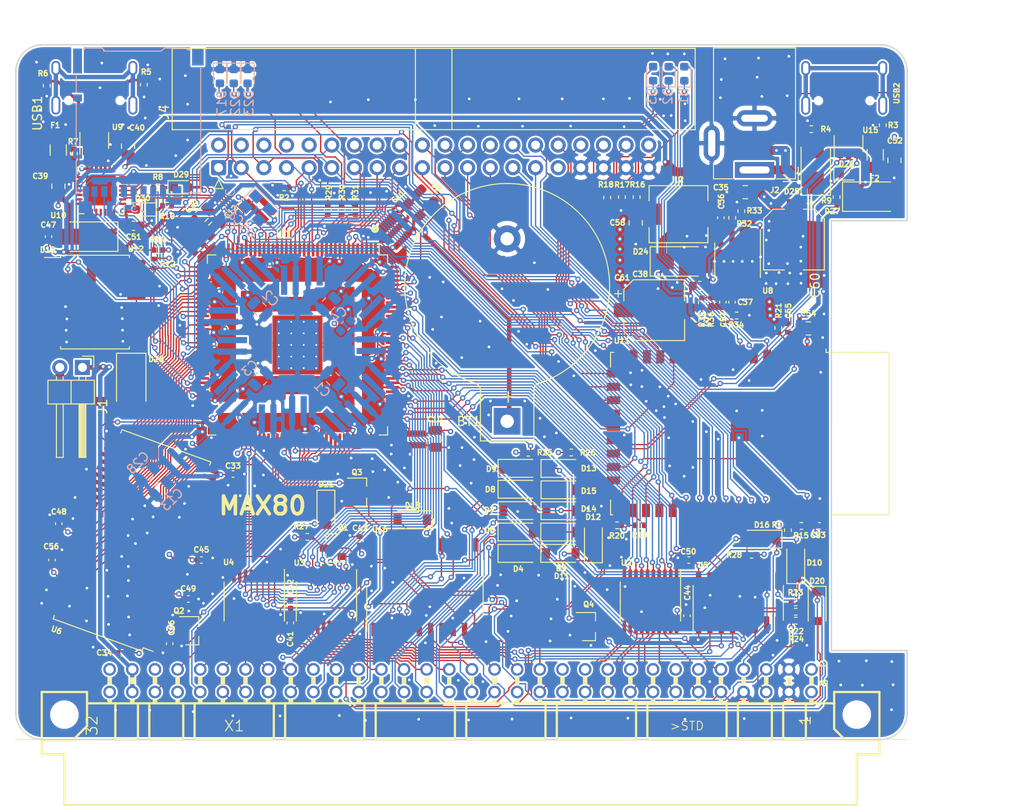
<source format=kicad_pcb>
(kicad_pcb (version 20171130) (host pcbnew 5.1.9-73d0e3b20d~88~ubuntu20.04.1)

  (general
    (thickness 1.6)
    (drawings 17)
    (tracks 4095)
    (zones 0)
    (modules 154)
    (nets 212)
  )

  (page A4)
  (title_block
    (title MAX80)
    (date 2021-01-31)
    (rev 0.01)
    (company "No name")
  )

  (layers
    (0 F.Cu signal)
    (1 In1.Cu signal)
    (2 In2.Cu signal)
    (31 B.Cu signal)
    (32 B.Adhes user)
    (33 F.Adhes user)
    (34 B.Paste user)
    (35 F.Paste user)
    (36 B.SilkS user)
    (37 F.SilkS user)
    (38 B.Mask user)
    (39 F.Mask user)
    (40 Dwgs.User user)
    (41 Cmts.User user)
    (42 Eco1.User user)
    (43 Eco2.User user)
    (44 Edge.Cuts user)
    (45 Margin user)
    (46 B.CrtYd user)
    (47 F.CrtYd user)
    (48 B.Fab user)
    (49 F.Fab user)
  )

  (setup
    (last_trace_width 0.15)
    (user_trace_width 0.3)
    (user_trace_width 0.5)
    (trace_clearance 0.15)
    (zone_clearance 0.2)
    (zone_45_only no)
    (trace_min 0.15)
    (via_size 0.6)
    (via_drill 0.3)
    (via_min_size 0.6)
    (via_min_drill 0.3)
    (uvia_size 0.3)
    (uvia_drill 0.1)
    (uvias_allowed no)
    (uvia_min_size 0.2)
    (uvia_min_drill 0.1)
    (edge_width 0.15)
    (segment_width 0.3)
    (pcb_text_width 0.3)
    (pcb_text_size 1.5 1.5)
    (mod_edge_width 0.15)
    (mod_text_size 1 1)
    (mod_text_width 0.15)
    (pad_size 2.6 1.6)
    (pad_drill 0)
    (pad_to_mask_clearance 0)
    (aux_axis_origin 0 0)
    (grid_origin 86.275 147.925)
    (visible_elements FFFFFF7F)
    (pcbplotparams
      (layerselection 0x010fc_ffffffff)
      (usegerberextensions false)
      (usegerberattributes true)
      (usegerberadvancedattributes true)
      (creategerberjobfile true)
      (excludeedgelayer true)
      (linewidth 0.100000)
      (plotframeref false)
      (viasonmask false)
      (mode 1)
      (useauxorigin false)
      (hpglpennumber 1)
      (hpglpenspeed 20)
      (hpglpendiameter 15.000000)
      (psnegative false)
      (psa4output false)
      (plotreference true)
      (plotvalue true)
      (plotinvisibletext false)
      (padsonsilk false)
      (subtractmaskfromsilk false)
      (outputformat 1)
      (mirror false)
      (drillshape 0)
      (scaleselection 1)
      (outputdirectory "abc80_gerber"))
  )

  (net 0 "")
  (net 1 VCC_ONE)
  (net 2 VCCA)
  (net 3 GND)
  (net 4 CLK0n)
  (net 5 +5V)
  (net 6 "Net-(R5-Pad2)")
  (net 7 "Net-(R6-Pad2)")
  (net 8 "Net-(R7-Pad1)")
  (net 9 "Net-(U10-Pad5)")
  (net 10 "Net-(U10-Pad4)")
  (net 11 "Net-(U9-Pad4)")
  (net 12 "Net-(U9-Pad6)")
  (net 13 "Net-(USB1-Pad13)")
  (net 14 "Net-(BT1-Pad1)")
  (net 15 /A4)
  (net 16 /A3)
  (net 17 /A2)
  (net 18 /A1)
  (net 19 /A0)
  (net 20 /IO0)
  (net 21 /IO3)
  (net 22 /IO4)
  (net 23 /IO5)
  (net 24 /IO6)
  (net 25 /IO7)
  (net 26 /A11)
  (net 27 /IO9)
  (net 28 /A8)
  (net 29 /A7)
  (net 30 /A6)
  (net 31 /A5)
  (net 32 /A9)
  (net 33 /A10)
  (net 34 /A12)
  (net 35 /IO8)
  (net 36 /IO10)
  (net 37 /IO11)
  (net 38 /IO12)
  (net 39 /IO13)
  (net 40 /IO14)
  (net 41 /IO15)
  (net 42 /abc80bus/D7)
  (net 43 /abc80bus/D6)
  (net 44 /abc80bus/D5)
  (net 45 /abc80bus/D4)
  (net 46 /abc80bus/D3)
  (net 47 /abc80bus/D2)
  (net 48 /abc80bus/D1)
  (net 49 /abc80bus/D0)
  (net 50 /abc80bus/A8)
  (net 51 /abc80bus/A9)
  (net 52 /abc80bus/A10)
  (net 53 /abc80bus/A11)
  (net 54 /abc80bus/A12)
  (net 55 /abc80bus/A13)
  (net 56 /abc80bus/A14)
  (net 57 /abc80bus/A15)
  (net 58 /abc80bus/A7)
  (net 59 /abc80bus/A6)
  (net 60 /abc80bus/A5)
  (net 61 /abc80bus/A4)
  (net 62 /abc80bus/A3)
  (net 63 /abc80bus/A2)
  (net 64 /abc80bus/A1)
  (net 65 /abc80bus/A0)
  (net 66 /IO1)
  (net 67 /IO2)
  (net 68 /32KHZ)
  (net 69 /RTC_INT)
  (net 70 /abc80bus/ABC5V)
  (net 71 /SD_DAT1)
  (net 72 /SD_DAT2)
  (net 73 /SD_DAT3)
  (net 74 /SD_CMD)
  (net 75 /SD_CLK)
  (net 76 /SD_DAT0)
  (net 77 FPGA_TDI)
  (net 78 FPGA_TMS)
  (net 79 FPGA_TDO)
  (net 80 FPGA_TCK)
  (net 81 ABC_CLK_5)
  (net 82 /FPGA_SCL)
  (net 83 /FPGA_SDA)
  (net 84 FPGA_SPI_MISO)
  (net 85 FPGA_SPI_MOSI)
  (net 86 FPGA_SPI_CLK)
  (net 87 FGPA_SPI_CS_ESP32)
  (net 88 INT_ESP32)
  (net 89 "Net-(C53-Pad1)")
  (net 90 "Net-(F2-Pad2)")
  (net 91 ESP32_TDO)
  (net 92 ESP32_TCK)
  (net 93 ESP32_TMS)
  (net 94 ESP32_IO0)
  (net 95 ESP32_RXD)
  (net 96 ESP32_TXD)
  (net 97 ESP32_EN)
  (net 98 "Net-(R3-Pad2)")
  (net 99 "Net-(R4-Pad2)")
  (net 100 /ESP32/USB_D-)
  (net 101 /ESP32/USB_D+)
  (net 102 ESP32_TDI)
  (net 103 "Net-(U15-Pad6)")
  (net 104 "Net-(U15-Pad4)")
  (net 105 "Net-(USB2-Pad13)")
  (net 106 "Net-(D1-Pad2)")
  (net 107 "Net-(D1-Pad1)")
  (net 108 "Net-(D2-Pad2)")
  (net 109 "Net-(D2-Pad1)")
  (net 110 "Net-(D3-Pad2)")
  (net 111 "Net-(D3-Pad1)")
  (net 112 ESP32_SCL)
  (net 113 ESP32_SDA)
  (net 114 ESP32_CS2)
  (net 115 ESP32_CS0)
  (net 116 ESP32_MISO)
  (net 117 ESP32_SCK)
  (net 118 ESP32_MOSI)
  (net 119 ESP32_CS1)
  (net 120 /FPGA_USB_TXD)
  (net 121 /FPGA_USB_RXD)
  (net 122 /abc80bus/~XMEMW80)
  (net 123 /abc80bus/~CS)
  (net 124 /abc80bus/~C4)
  (net 125 /abc80bus/~C3)
  (net 126 /abc80bus/~C2)
  (net 127 /abc80bus/~C1)
  (net 128 /abc80bus/~OUT)
  (net 129 /abc80bus/~XOUT)
  (net 130 /abc80bus/~RST)
  (net 131 ~IORD)
  (net 132 /abc80bus/~XMEMFL)
  (net 133 /abc80bus/~XIN)
  (net 134 /abc80bus/~INP)
  (net 135 /abc80bus/~STATUS)
  (net 136 ~MEMRW)
  (net 137 "Net-(D18-Pad1)")
  (net 138 /abc80bus/~XINPSTB)
  (net 139 /abc80bus/~XOUTSTB)
  (net 140 /abc80bus/~XMEMW800)
  (net 141 ADSEL0)
  (net 142 ADSEL1)
  (net 143 "Net-(U3-Pad19)")
  (net 144 "Net-(U4-Pad19)")
  (net 145 /abc80bus/~INT)
  (net 146 ~IORW)
  (net 147 ~MEMRD)
  (net 148 AD0)
  (net 149 AD1)
  (net 150 AD2)
  (net 151 AD3)
  (net 152 AD4)
  (net 153 AD5)
  (net 154 AD6)
  (net 155 AD7)
  (net 156 O1)
  (net 157 O2)
  (net 158 /abc80bus/~RESIN)
  (net 159 /abc80bus/~XM)
  (net 160 /abc80bus/Y0)
  (net 161 /abc80bus/~Y0)
  (net 162 "Net-(D20-Pad1)")
  (net 163 "Net-(D21-Pad1)")
  (net 164 /FPGA_LED1)
  (net 165 /FPGA_LED2)
  (net 166 /FPGA_LED3)
  (net 167 "Net-(D17-Pad2)")
  (net 168 "Net-(D22-Pad2)")
  (net 169 "Net-(D23-Pad2)")
  (net 170 FPGA_GPIO3)
  (net 171 FPGA_GPIO2)
  (net 172 FPGA_GPIO1)
  (net 173 FPGA_GPIO0)
  (net 174 FPGA_GPIO5)
  (net 175 FPGA_GPIO4)
  (net 176 "Net-(C36-Pad1)")
  (net 177 "Net-(C37-Pad2)")
  (net 178 "Net-(C37-Pad1)")
  (net 179 "Net-(C38-Pad2)")
  (net 180 "Net-(R32-Pad2)")
  (net 181 "Net-(R35-Pad2)")
  (net 182 "Net-(C38-Pad1)")
  (net 183 /abc80bus/READY)
  (net 184 /abc80bus/~NMI)
  (net 185 ~FPGA_READY)
  (net 186 FPGA_NMI)
  (net 187 "Net-(U1-Pad88)")
  (net 188 "Net-(D26-Pad2)")
  (net 189 FPGA_RESIN)
  (net 190 ABC_CLK_3)
  (net 191 /DQMH)
  (net 192 /CLK)
  (net 193 /CKE)
  (net 194 /BA1)
  (net 195 /BA0)
  (net 196 /DQML)
  (net 197 "Net-(D28-Pad2)")
  (net 198 "Net-(D25-Pad2)")
  (net 199 "Net-(F1-Pad2)")
  (net 200 /FPGA_USB_RTS)
  (net 201 /FPGA_USB_CTS)
  (net 202 /FPGA_USB_DTR)
  (net 203 FPGA_JTAGEN)
  (net 204 "Net-(C39-Pad1)")
  (net 205 "Net-(C52-Pad1)")
  (net 206 /WE#)
  (net 207 /CAS#)
  (net 208 /RAS#)
  (net 209 /CS#)
  (net 210 "Net-(D29-Pad1)")
  (net 211 "Net-(D30-Pad1)")

  (net_class Default "This is the default net class."
    (clearance 0.15)
    (trace_width 0.15)
    (via_dia 0.6)
    (via_drill 0.3)
    (uvia_dia 0.3)
    (uvia_drill 0.1)
    (add_net +5V)
    (add_net /32KHZ)
    (add_net /A0)
    (add_net /A1)
    (add_net /A10)
    (add_net /A11)
    (add_net /A12)
    (add_net /A2)
    (add_net /A3)
    (add_net /A4)
    (add_net /A5)
    (add_net /A6)
    (add_net /A7)
    (add_net /A8)
    (add_net /A9)
    (add_net /BA0)
    (add_net /BA1)
    (add_net /CAS#)
    (add_net /CKE)
    (add_net /CLK)
    (add_net /CS#)
    (add_net /DQMH)
    (add_net /DQML)
    (add_net /ESP32/USB_D+)
    (add_net /ESP32/USB_D-)
    (add_net /FPGA_LED1)
    (add_net /FPGA_LED2)
    (add_net /FPGA_LED3)
    (add_net /FPGA_SCL)
    (add_net /FPGA_SDA)
    (add_net /FPGA_USB_CTS)
    (add_net /FPGA_USB_DTR)
    (add_net /FPGA_USB_RTS)
    (add_net /FPGA_USB_RXD)
    (add_net /FPGA_USB_TXD)
    (add_net /IO0)
    (add_net /IO1)
    (add_net /IO10)
    (add_net /IO11)
    (add_net /IO12)
    (add_net /IO13)
    (add_net /IO14)
    (add_net /IO15)
    (add_net /IO2)
    (add_net /IO3)
    (add_net /IO4)
    (add_net /IO5)
    (add_net /IO6)
    (add_net /IO7)
    (add_net /IO8)
    (add_net /IO9)
    (add_net /RAS#)
    (add_net /RTC_INT)
    (add_net /SD_CLK)
    (add_net /SD_CMD)
    (add_net /SD_DAT0)
    (add_net /SD_DAT1)
    (add_net /SD_DAT2)
    (add_net /SD_DAT3)
    (add_net /WE#)
    (add_net /abc80bus/A0)
    (add_net /abc80bus/A1)
    (add_net /abc80bus/A10)
    (add_net /abc80bus/A11)
    (add_net /abc80bus/A12)
    (add_net /abc80bus/A13)
    (add_net /abc80bus/A14)
    (add_net /abc80bus/A15)
    (add_net /abc80bus/A2)
    (add_net /abc80bus/A3)
    (add_net /abc80bus/A4)
    (add_net /abc80bus/A5)
    (add_net /abc80bus/A6)
    (add_net /abc80bus/A7)
    (add_net /abc80bus/A8)
    (add_net /abc80bus/A9)
    (add_net /abc80bus/ABC5V)
    (add_net /abc80bus/D0)
    (add_net /abc80bus/D1)
    (add_net /abc80bus/D2)
    (add_net /abc80bus/D3)
    (add_net /abc80bus/D4)
    (add_net /abc80bus/D5)
    (add_net /abc80bus/D6)
    (add_net /abc80bus/D7)
    (add_net /abc80bus/READY)
    (add_net /abc80bus/Y0)
    (add_net /abc80bus/~C1)
    (add_net /abc80bus/~C2)
    (add_net /abc80bus/~C3)
    (add_net /abc80bus/~C4)
    (add_net /abc80bus/~CS)
    (add_net /abc80bus/~INP)
    (add_net /abc80bus/~INT)
    (add_net /abc80bus/~NMI)
    (add_net /abc80bus/~OUT)
    (add_net /abc80bus/~RESIN)
    (add_net /abc80bus/~RST)
    (add_net /abc80bus/~STATUS)
    (add_net /abc80bus/~XIN)
    (add_net /abc80bus/~XINPSTB)
    (add_net /abc80bus/~XM)
    (add_net /abc80bus/~XMEMFL)
    (add_net /abc80bus/~XMEMW80)
    (add_net /abc80bus/~XMEMW800)
    (add_net /abc80bus/~XOUT)
    (add_net /abc80bus/~XOUTSTB)
    (add_net /abc80bus/~Y0)
    (add_net ABC_CLK_3)
    (add_net ABC_CLK_5)
    (add_net AD0)
    (add_net AD1)
    (add_net AD2)
    (add_net AD3)
    (add_net AD4)
    (add_net AD5)
    (add_net AD6)
    (add_net AD7)
    (add_net ADSEL0)
    (add_net ADSEL1)
    (add_net CLK0n)
    (add_net ESP32_CS0)
    (add_net ESP32_CS1)
    (add_net ESP32_CS2)
    (add_net ESP32_EN)
    (add_net ESP32_IO0)
    (add_net ESP32_MISO)
    (add_net ESP32_MOSI)
    (add_net ESP32_RXD)
    (add_net ESP32_SCK)
    (add_net ESP32_SCL)
    (add_net ESP32_SDA)
    (add_net ESP32_TCK)
    (add_net ESP32_TDI)
    (add_net ESP32_TDO)
    (add_net ESP32_TMS)
    (add_net ESP32_TXD)
    (add_net FGPA_SPI_CS_ESP32)
    (add_net FPGA_GPIO0)
    (add_net FPGA_GPIO1)
    (add_net FPGA_GPIO2)
    (add_net FPGA_GPIO3)
    (add_net FPGA_GPIO4)
    (add_net FPGA_GPIO5)
    (add_net FPGA_JTAGEN)
    (add_net FPGA_NMI)
    (add_net FPGA_RESIN)
    (add_net FPGA_SPI_CLK)
    (add_net FPGA_SPI_MISO)
    (add_net FPGA_SPI_MOSI)
    (add_net FPGA_TCK)
    (add_net FPGA_TDI)
    (add_net FPGA_TDO)
    (add_net FPGA_TMS)
    (add_net GND)
    (add_net INT_ESP32)
    (add_net "Net-(BT1-Pad1)")
    (add_net "Net-(C36-Pad1)")
    (add_net "Net-(C37-Pad1)")
    (add_net "Net-(C37-Pad2)")
    (add_net "Net-(C38-Pad1)")
    (add_net "Net-(C38-Pad2)")
    (add_net "Net-(C39-Pad1)")
    (add_net "Net-(C52-Pad1)")
    (add_net "Net-(C53-Pad1)")
    (add_net "Net-(D1-Pad1)")
    (add_net "Net-(D1-Pad2)")
    (add_net "Net-(D17-Pad2)")
    (add_net "Net-(D18-Pad1)")
    (add_net "Net-(D2-Pad1)")
    (add_net "Net-(D2-Pad2)")
    (add_net "Net-(D20-Pad1)")
    (add_net "Net-(D21-Pad1)")
    (add_net "Net-(D22-Pad2)")
    (add_net "Net-(D23-Pad2)")
    (add_net "Net-(D25-Pad2)")
    (add_net "Net-(D26-Pad2)")
    (add_net "Net-(D28-Pad2)")
    (add_net "Net-(D29-Pad1)")
    (add_net "Net-(D3-Pad1)")
    (add_net "Net-(D3-Pad2)")
    (add_net "Net-(D30-Pad1)")
    (add_net "Net-(F1-Pad2)")
    (add_net "Net-(F2-Pad2)")
    (add_net "Net-(R3-Pad2)")
    (add_net "Net-(R32-Pad2)")
    (add_net "Net-(R35-Pad2)")
    (add_net "Net-(R4-Pad2)")
    (add_net "Net-(R5-Pad2)")
    (add_net "Net-(R6-Pad2)")
    (add_net "Net-(R7-Pad1)")
    (add_net "Net-(U1-Pad88)")
    (add_net "Net-(U10-Pad4)")
    (add_net "Net-(U10-Pad5)")
    (add_net "Net-(U15-Pad4)")
    (add_net "Net-(U15-Pad6)")
    (add_net "Net-(U3-Pad19)")
    (add_net "Net-(U4-Pad19)")
    (add_net "Net-(U9-Pad4)")
    (add_net "Net-(U9-Pad6)")
    (add_net "Net-(USB1-Pad13)")
    (add_net "Net-(USB2-Pad13)")
    (add_net O1)
    (add_net O2)
    (add_net VCCA)
    (add_net VCC_ONE)
    (add_net ~FPGA_READY)
    (add_net ~IORD)
    (add_net ~IORW)
    (add_net ~MEMRD)
    (add_net ~MEMRW)
  )

  (module Resistor_SMD:R_0402_1005Metric (layer F.Cu) (tedit 5F68FEEE) (tstamp 6033FBEF)
    (at 69.475 119.075 180)
    (descr "Resistor SMD 0402 (1005 Metric), square (rectangular) end terminal, IPC_7351 nominal, (Body size source: IPC-SM-782 page 72, https://www.pcb-3d.com/wordpress/wp-content/uploads/ipc-sm-782a_amendment_1_and_2.pdf), generated with kicad-footprint-generator")
    (tags resistor)
    (path /60427964)
    (attr smd)
    (fp_text reference R10 (at 0 -1.17) (layer F.SilkS)
      (effects (font (size 0.6 0.6) (thickness 0.15)))
    )
    (fp_text value 1k (at 0 1.17) (layer F.Fab)
      (effects (font (size 1 1) (thickness 0.15)))
    )
    (fp_line (start 0.93 0.47) (end -0.93 0.47) (layer F.CrtYd) (width 0.05))
    (fp_line (start 0.93 -0.47) (end 0.93 0.47) (layer F.CrtYd) (width 0.05))
    (fp_line (start -0.93 -0.47) (end 0.93 -0.47) (layer F.CrtYd) (width 0.05))
    (fp_line (start -0.93 0.47) (end -0.93 -0.47) (layer F.CrtYd) (width 0.05))
    (fp_line (start -0.153641 0.38) (end 0.153641 0.38) (layer F.SilkS) (width 0.12))
    (fp_line (start -0.153641 -0.38) (end 0.153641 -0.38) (layer F.SilkS) (width 0.12))
    (fp_line (start 0.525 0.27) (end -0.525 0.27) (layer F.Fab) (width 0.1))
    (fp_line (start 0.525 -0.27) (end 0.525 0.27) (layer F.Fab) (width 0.1))
    (fp_line (start -0.525 -0.27) (end 0.525 -0.27) (layer F.Fab) (width 0.1))
    (fp_line (start -0.525 0.27) (end -0.525 -0.27) (layer F.Fab) (width 0.1))
    (fp_text user %R (at 0 0) (layer F.Fab)
      (effects (font (size 0.26 0.26) (thickness 0.04)))
    )
    (pad 2 smd roundrect (at 0.51 0 180) (size 0.54 0.64) (layers F.Cu F.Paste F.Mask) (roundrect_rratio 0.25)
      (net 211 "Net-(D30-Pad1)"))
    (pad 1 smd roundrect (at -0.51 0 180) (size 0.54 0.64) (layers F.Cu F.Paste F.Mask) (roundrect_rratio 0.25)
      (net 201 /FPGA_USB_CTS))
    (model ${KISYS3DMOD}/Resistor_SMD.3dshapes/R_0402_1005Metric.wrl
      (at (xyz 0 0 0))
      (scale (xyz 1 1 1))
      (rotate (xyz 0 0 0))
    )
  )

  (module Resistor_SMD:R_0402_1005Metric (layer F.Cu) (tedit 5F68FEEE) (tstamp 6033FBBE)
    (at 68.44 117.025)
    (descr "Resistor SMD 0402 (1005 Metric), square (rectangular) end terminal, IPC_7351 nominal, (Body size source: IPC-SM-782 page 72, https://www.pcb-3d.com/wordpress/wp-content/uploads/ipc-sm-782a_amendment_1_and_2.pdf), generated with kicad-footprint-generator")
    (tags resistor)
    (path /6042C0DA)
    (attr smd)
    (fp_text reference R8 (at 0 -1.17) (layer F.SilkS)
      (effects (font (size 0.6 0.6) (thickness 0.15)))
    )
    (fp_text value 1k (at 0 1.17) (layer F.Fab)
      (effects (font (size 1 1) (thickness 0.15)))
    )
    (fp_line (start 0.93 0.47) (end -0.93 0.47) (layer F.CrtYd) (width 0.05))
    (fp_line (start 0.93 -0.47) (end 0.93 0.47) (layer F.CrtYd) (width 0.05))
    (fp_line (start -0.93 -0.47) (end 0.93 -0.47) (layer F.CrtYd) (width 0.05))
    (fp_line (start -0.93 0.47) (end -0.93 -0.47) (layer F.CrtYd) (width 0.05))
    (fp_line (start -0.153641 0.38) (end 0.153641 0.38) (layer F.SilkS) (width 0.12))
    (fp_line (start -0.153641 -0.38) (end 0.153641 -0.38) (layer F.SilkS) (width 0.12))
    (fp_line (start 0.525 0.27) (end -0.525 0.27) (layer F.Fab) (width 0.1))
    (fp_line (start 0.525 -0.27) (end 0.525 0.27) (layer F.Fab) (width 0.1))
    (fp_line (start -0.525 -0.27) (end 0.525 -0.27) (layer F.Fab) (width 0.1))
    (fp_line (start -0.525 0.27) (end -0.525 -0.27) (layer F.Fab) (width 0.1))
    (fp_text user %R (at 0 0) (layer F.Fab)
      (effects (font (size 0.26 0.26) (thickness 0.04)))
    )
    (pad 2 smd roundrect (at 0.51 0) (size 0.54 0.64) (layers F.Cu F.Paste F.Mask) (roundrect_rratio 0.25)
      (net 210 "Net-(D29-Pad1)"))
    (pad 1 smd roundrect (at -0.51 0) (size 0.54 0.64) (layers F.Cu F.Paste F.Mask) (roundrect_rratio 0.25)
      (net 200 /FPGA_USB_RTS))
    (model ${KISYS3DMOD}/Resistor_SMD.3dshapes/R_0402_1005Metric.wrl
      (at (xyz 0 0 0))
      (scale (xyz 1 1 1))
      (rotate (xyz 0 0 0))
    )
  )

  (module LED_SMD:LED_0603_1608Metric (layer F.Cu) (tedit 5F68FEF1) (tstamp 6033F6D1)
    (at 66.775 119.5 180)
    (descr "LED SMD 0603 (1608 Metric), square (rectangular) end terminal, IPC_7351 nominal, (Body size source: http://www.tortai-tech.com/upload/download/2011102023233369053.pdf), generated with kicad-footprint-generator")
    (tags LED)
    (path /604220EF)
    (attr smd)
    (fp_text reference D30 (at 0.04 1.285) (layer F.SilkS)
      (effects (font (size 0.6 0.6) (thickness 0.15)))
    )
    (fp_text value LED-Y (at 0 1.43) (layer F.Fab)
      (effects (font (size 1 1) (thickness 0.15)))
    )
    (fp_line (start 1.48 0.73) (end -1.48 0.73) (layer F.CrtYd) (width 0.05))
    (fp_line (start 1.48 -0.73) (end 1.48 0.73) (layer F.CrtYd) (width 0.05))
    (fp_line (start -1.48 -0.73) (end 1.48 -0.73) (layer F.CrtYd) (width 0.05))
    (fp_line (start -1.48 0.73) (end -1.48 -0.73) (layer F.CrtYd) (width 0.05))
    (fp_line (start -1.485 0.735) (end 0.8 0.735) (layer F.SilkS) (width 0.12))
    (fp_line (start -1.485 -0.735) (end -1.485 0.735) (layer F.SilkS) (width 0.12))
    (fp_line (start 0.8 -0.735) (end -1.485 -0.735) (layer F.SilkS) (width 0.12))
    (fp_line (start 0.8 0.4) (end 0.8 -0.4) (layer F.Fab) (width 0.1))
    (fp_line (start -0.8 0.4) (end 0.8 0.4) (layer F.Fab) (width 0.1))
    (fp_line (start -0.8 -0.1) (end -0.8 0.4) (layer F.Fab) (width 0.1))
    (fp_line (start -0.5 -0.4) (end -0.8 -0.1) (layer F.Fab) (width 0.1))
    (fp_line (start 0.8 -0.4) (end -0.5 -0.4) (layer F.Fab) (width 0.1))
    (fp_text user %R (at 0 0) (layer F.Fab)
      (effects (font (size 0.4 0.4) (thickness 0.06)))
    )
    (pad 2 smd roundrect (at 0.7875 0 180) (size 0.875 0.95) (layers F.Cu F.Paste F.Mask) (roundrect_rratio 0.25)
      (net 1 VCC_ONE))
    (pad 1 smd roundrect (at -0.7875 0 180) (size 0.875 0.95) (layers F.Cu F.Paste F.Mask) (roundrect_rratio 0.25)
      (net 211 "Net-(D30-Pad1)"))
    (model ${KISYS3DMOD}/LED_SMD.3dshapes/LED_0603_1608Metric.wrl
      (at (xyz 0 0 0))
      (scale (xyz 1 1 1))
      (rotate (xyz 0 0 0))
    )
  )

  (module LED_SMD:LED_0603_1608Metric (layer F.Cu) (tedit 5F68FEF1) (tstamp 6033F6BE)
    (at 71.05 117)
    (descr "LED SMD 0603 (1608 Metric), square (rectangular) end terminal, IPC_7351 nominal, (Body size source: http://www.tortai-tech.com/upload/download/2011102023233369053.pdf), generated with kicad-footprint-generator")
    (tags LED)
    (path /6041A94C)
    (attr smd)
    (fp_text reference D29 (at 0 -1.43) (layer F.SilkS)
      (effects (font (size 0.6 0.6) (thickness 0.15)))
    )
    (fp_text value LED-Y (at 0 1.43) (layer F.Fab)
      (effects (font (size 1 1) (thickness 0.15)))
    )
    (fp_line (start 1.48 0.73) (end -1.48 0.73) (layer F.CrtYd) (width 0.05))
    (fp_line (start 1.48 -0.73) (end 1.48 0.73) (layer F.CrtYd) (width 0.05))
    (fp_line (start -1.48 -0.73) (end 1.48 -0.73) (layer F.CrtYd) (width 0.05))
    (fp_line (start -1.48 0.73) (end -1.48 -0.73) (layer F.CrtYd) (width 0.05))
    (fp_line (start -1.485 0.735) (end 0.8 0.735) (layer F.SilkS) (width 0.12))
    (fp_line (start -1.485 -0.735) (end -1.485 0.735) (layer F.SilkS) (width 0.12))
    (fp_line (start 0.8 -0.735) (end -1.485 -0.735) (layer F.SilkS) (width 0.12))
    (fp_line (start 0.8 0.4) (end 0.8 -0.4) (layer F.Fab) (width 0.1))
    (fp_line (start -0.8 0.4) (end 0.8 0.4) (layer F.Fab) (width 0.1))
    (fp_line (start -0.8 -0.1) (end -0.8 0.4) (layer F.Fab) (width 0.1))
    (fp_line (start -0.5 -0.4) (end -0.8 -0.1) (layer F.Fab) (width 0.1))
    (fp_line (start 0.8 -0.4) (end -0.5 -0.4) (layer F.Fab) (width 0.1))
    (fp_text user %R (at 0 0) (layer F.Fab)
      (effects (font (size 0.4 0.4) (thickness 0.06)))
    )
    (pad 2 smd roundrect (at 0.7875 0) (size 0.875 0.95) (layers F.Cu F.Paste F.Mask) (roundrect_rratio 0.25)
      (net 1 VCC_ONE))
    (pad 1 smd roundrect (at -0.7875 0) (size 0.875 0.95) (layers F.Cu F.Paste F.Mask) (roundrect_rratio 0.25)
      (net 210 "Net-(D29-Pad1)"))
    (model ${KISYS3DMOD}/LED_SMD.3dshapes/LED_0603_1608Metric.wrl
      (at (xyz 0 0 0))
      (scale (xyz 1 1 1))
      (rotate (xyz 0 0 0))
    )
  )

  (module Resistor_SMD:R_0402_1005Metric (layer F.Cu) (tedit 5F68FEEE) (tstamp 60337B92)
    (at 139.125 155.5 90)
    (descr "Resistor SMD 0402 (1005 Metric), square (rectangular) end terminal, IPC_7351 nominal, (Body size source: IPC-SM-782 page 72, https://www.pcb-3d.com/wordpress/wp-content/uploads/ipc-sm-782a_amendment_1_and_2.pdf), generated with kicad-footprint-generator")
    (tags resistor)
    (path /602159BB/60379925)
    (attr smd)
    (fp_text reference R1 (at 0.6 -1.225 180) (layer F.SilkS)
      (effects (font (size 0.6 0.6) (thickness 0.15)))
    )
    (fp_text value 10k (at 0 1.17 90) (layer F.Fab)
      (effects (font (size 1 1) (thickness 0.15)))
    )
    (fp_line (start -0.525 0.27) (end -0.525 -0.27) (layer F.Fab) (width 0.1))
    (fp_line (start -0.525 -0.27) (end 0.525 -0.27) (layer F.Fab) (width 0.1))
    (fp_line (start 0.525 -0.27) (end 0.525 0.27) (layer F.Fab) (width 0.1))
    (fp_line (start 0.525 0.27) (end -0.525 0.27) (layer F.Fab) (width 0.1))
    (fp_line (start -0.153641 -0.38) (end 0.153641 -0.38) (layer F.SilkS) (width 0.12))
    (fp_line (start -0.153641 0.38) (end 0.153641 0.38) (layer F.SilkS) (width 0.12))
    (fp_line (start -0.93 0.47) (end -0.93 -0.47) (layer F.CrtYd) (width 0.05))
    (fp_line (start -0.93 -0.47) (end 0.93 -0.47) (layer F.CrtYd) (width 0.05))
    (fp_line (start 0.93 -0.47) (end 0.93 0.47) (layer F.CrtYd) (width 0.05))
    (fp_line (start 0.93 0.47) (end -0.93 0.47) (layer F.CrtYd) (width 0.05))
    (fp_text user %R (at 0 0 90) (layer F.Fab)
      (effects (font (size 0.26 0.26) (thickness 0.04)))
    )
    (pad 2 smd roundrect (at 0.51 0 90) (size 0.54 0.64) (layers F.Cu F.Paste F.Mask) (roundrect_rratio 0.25)
      (net 89 "Net-(C53-Pad1)"))
    (pad 1 smd roundrect (at -0.51 0 90) (size 0.54 0.64) (layers F.Cu F.Paste F.Mask) (roundrect_rratio 0.25)
      (net 1 VCC_ONE))
    (model ${KISYS3DMOD}/Resistor_SMD.3dshapes/R_0402_1005Metric.wrl
      (at (xyz 0 0 0))
      (scale (xyz 1 1 1))
      (rotate (xyz 0 0 0))
    )
  )

  (module Diode_SMD:D_SMA (layer F.Cu) (tedit 586432E5) (tstamp 6032CF27)
    (at 65.447 139.035 270)
    (descr "Diode SMA (DO-214AC)")
    (tags "Diode SMA (DO-214AC)")
    (path /6013B380/603612AB)
    (attr smd)
    (fp_text reference D28 (at -2.735 -2.803 180) (layer F.SilkS)
      (effects (font (size 0.6 0.6) (thickness 0.15)))
    )
    (fp_text value MBRA340T (at 0 2.6 90) (layer F.Fab)
      (effects (font (size 1 1) (thickness 0.15)))
    )
    (fp_line (start -3.4 -1.65) (end 2 -1.65) (layer F.SilkS) (width 0.12))
    (fp_line (start -3.4 1.65) (end 2 1.65) (layer F.SilkS) (width 0.12))
    (fp_line (start -0.64944 0.00102) (end 0.50118 -0.79908) (layer F.Fab) (width 0.1))
    (fp_line (start -0.64944 0.00102) (end 0.50118 0.75032) (layer F.Fab) (width 0.1))
    (fp_line (start 0.50118 0.75032) (end 0.50118 -0.79908) (layer F.Fab) (width 0.1))
    (fp_line (start -0.64944 -0.79908) (end -0.64944 0.80112) (layer F.Fab) (width 0.1))
    (fp_line (start 0.50118 0.00102) (end 1.4994 0.00102) (layer F.Fab) (width 0.1))
    (fp_line (start -0.64944 0.00102) (end -1.55114 0.00102) (layer F.Fab) (width 0.1))
    (fp_line (start -3.5 1.75) (end -3.5 -1.75) (layer F.CrtYd) (width 0.05))
    (fp_line (start 3.5 1.75) (end -3.5 1.75) (layer F.CrtYd) (width 0.05))
    (fp_line (start 3.5 -1.75) (end 3.5 1.75) (layer F.CrtYd) (width 0.05))
    (fp_line (start -3.5 -1.75) (end 3.5 -1.75) (layer F.CrtYd) (width 0.05))
    (fp_line (start 2.3 -1.5) (end -2.3 -1.5) (layer F.Fab) (width 0.1))
    (fp_line (start 2.3 -1.5) (end 2.3 1.5) (layer F.Fab) (width 0.1))
    (fp_line (start -2.3 1.5) (end -2.3 -1.5) (layer F.Fab) (width 0.1))
    (fp_line (start 2.3 1.5) (end -2.3 1.5) (layer F.Fab) (width 0.1))
    (fp_line (start -3.4 -1.65) (end -3.4 1.65) (layer F.SilkS) (width 0.12))
    (fp_text user %R (at 0 -2.5 90) (layer F.Fab)
      (effects (font (size 1 1) (thickness 0.15)))
    )
    (pad 2 smd rect (at 2 0 270) (size 2.5 1.8) (layers F.Cu F.Paste F.Mask)
      (net 197 "Net-(D28-Pad2)"))
    (pad 1 smd rect (at -2 0 270) (size 2.5 1.8) (layers F.Cu F.Paste F.Mask)
      (net 5 +5V))
    (model ${KISYS3DMOD}/Diode_SMD.3dshapes/D_SMA.wrl
      (at (xyz 0 0 0))
      (scale (xyz 1 1 1))
      (rotate (xyz 0 0 0))
    )
  )

  (module Capacitor_SMD:C_0402_1005Metric (layer F.Cu) (tedit 5F68FEEE) (tstamp 6039D96A)
    (at 56.557 158.847 90)
    (descr "Capacitor SMD 0402 (1005 Metric), square (rectangular) end terminal, IPC_7351 nominal, (Body size source: IPC-SM-782 page 76, https://www.pcb-3d.com/wordpress/wp-content/uploads/ipc-sm-782a_amendment_1_and_2.pdf), generated with kicad-footprint-generator")
    (tags capacitor)
    (path /6091A70C)
    (attr smd)
    (fp_text reference C56 (at 1.522 -0.082 180) (layer F.SilkS)
      (effects (font (size 0.6 0.6) (thickness 0.15)))
    )
    (fp_text value 100nF (at 0 1.16 90) (layer F.Fab)
      (effects (font (size 1 1) (thickness 0.15)))
    )
    (fp_line (start 0.91 0.46) (end -0.91 0.46) (layer F.CrtYd) (width 0.05))
    (fp_line (start 0.91 -0.46) (end 0.91 0.46) (layer F.CrtYd) (width 0.05))
    (fp_line (start -0.91 -0.46) (end 0.91 -0.46) (layer F.CrtYd) (width 0.05))
    (fp_line (start -0.91 0.46) (end -0.91 -0.46) (layer F.CrtYd) (width 0.05))
    (fp_line (start -0.107836 0.36) (end 0.107836 0.36) (layer F.SilkS) (width 0.12))
    (fp_line (start -0.107836 -0.36) (end 0.107836 -0.36) (layer F.SilkS) (width 0.12))
    (fp_line (start 0.5 0.25) (end -0.5 0.25) (layer F.Fab) (width 0.1))
    (fp_line (start 0.5 -0.25) (end 0.5 0.25) (layer F.Fab) (width 0.1))
    (fp_line (start -0.5 -0.25) (end 0.5 -0.25) (layer F.Fab) (width 0.1))
    (fp_line (start -0.5 0.25) (end -0.5 -0.25) (layer F.Fab) (width 0.1))
    (fp_text user %R (at 0 0 90) (layer F.Fab)
      (effects (font (size 0.25 0.25) (thickness 0.04)))
    )
    (pad 2 smd roundrect (at 0.48 0 90) (size 0.56 0.62) (layers F.Cu F.Paste F.Mask) (roundrect_rratio 0.25)
      (net 3 GND))
    (pad 1 smd roundrect (at -0.48 0 90) (size 0.56 0.62) (layers F.Cu F.Paste F.Mask) (roundrect_rratio 0.25)
      (net 1 VCC_ONE))
    (model ${KISYS3DMOD}/Capacitor_SMD.3dshapes/C_0402_1005Metric.wrl
      (at (xyz 0 0 0))
      (scale (xyz 1 1 1))
      (rotate (xyz 0 0 0))
    )
  )

  (module Capacitor_SMD:C_0402_1005Metric (layer F.Cu) (tedit 5F68FEEE) (tstamp 603AB1B9)
    (at 69.765 168.245 270)
    (descr "Capacitor SMD 0402 (1005 Metric), square (rectangular) end terminal, IPC_7351 nominal, (Body size source: IPC-SM-782 page 76, https://www.pcb-3d.com/wordpress/wp-content/uploads/ipc-sm-782a_amendment_1_and_2.pdf), generated with kicad-footprint-generator")
    (tags capacitor)
    (path /60932F0E)
    (attr smd)
    (fp_text reference C46 (at -1.795 -0.21 270) (layer F.SilkS)
      (effects (font (size 0.6 0.6) (thickness 0.15)))
    )
    (fp_text value 100nF (at 0 1.16 90) (layer F.Fab)
      (effects (font (size 1 1) (thickness 0.15)))
    )
    (fp_line (start 0.91 0.46) (end -0.91 0.46) (layer F.CrtYd) (width 0.05))
    (fp_line (start 0.91 -0.46) (end 0.91 0.46) (layer F.CrtYd) (width 0.05))
    (fp_line (start -0.91 -0.46) (end 0.91 -0.46) (layer F.CrtYd) (width 0.05))
    (fp_line (start -0.91 0.46) (end -0.91 -0.46) (layer F.CrtYd) (width 0.05))
    (fp_line (start -0.107836 0.36) (end 0.107836 0.36) (layer F.SilkS) (width 0.12))
    (fp_line (start -0.107836 -0.36) (end 0.107836 -0.36) (layer F.SilkS) (width 0.12))
    (fp_line (start 0.5 0.25) (end -0.5 0.25) (layer F.Fab) (width 0.1))
    (fp_line (start 0.5 -0.25) (end 0.5 0.25) (layer F.Fab) (width 0.1))
    (fp_line (start -0.5 -0.25) (end 0.5 -0.25) (layer F.Fab) (width 0.1))
    (fp_line (start -0.5 0.25) (end -0.5 -0.25) (layer F.Fab) (width 0.1))
    (fp_text user %R (at 0 0 90) (layer F.Fab)
      (effects (font (size 0.25 0.25) (thickness 0.04)))
    )
    (pad 2 smd roundrect (at 0.48 0 270) (size 0.56 0.62) (layers F.Cu F.Paste F.Mask) (roundrect_rratio 0.25)
      (net 3 GND))
    (pad 1 smd roundrect (at -0.48 0 270) (size 0.56 0.62) (layers F.Cu F.Paste F.Mask) (roundrect_rratio 0.25)
      (net 1 VCC_ONE))
    (model ${KISYS3DMOD}/Capacitor_SMD.3dshapes/C_0402_1005Metric.wrl
      (at (xyz 0 0 0))
      (scale (xyz 1 1 1))
      (rotate (xyz 0 0 0))
    )
  )

  (module Capacitor_SMD:C_0402_1005Metric (layer F.Cu) (tedit 5F68FEEE) (tstamp 603AB1A8)
    (at 73.321 158.847)
    (descr "Capacitor SMD 0402 (1005 Metric), square (rectangular) end terminal, IPC_7351 nominal, (Body size source: IPC-SM-782 page 76, https://www.pcb-3d.com/wordpress/wp-content/uploads/ipc-sm-782a_amendment_1_and_2.pdf), generated with kicad-footprint-generator")
    (tags capacitor)
    (path /6094CE83)
    (attr smd)
    (fp_text reference C45 (at 0 -1.16) (layer F.SilkS)
      (effects (font (size 0.6 0.6) (thickness 0.15)))
    )
    (fp_text value 100nF (at 0 1.16) (layer F.Fab)
      (effects (font (size 1 1) (thickness 0.15)))
    )
    (fp_line (start 0.91 0.46) (end -0.91 0.46) (layer F.CrtYd) (width 0.05))
    (fp_line (start 0.91 -0.46) (end 0.91 0.46) (layer F.CrtYd) (width 0.05))
    (fp_line (start -0.91 -0.46) (end 0.91 -0.46) (layer F.CrtYd) (width 0.05))
    (fp_line (start -0.91 0.46) (end -0.91 -0.46) (layer F.CrtYd) (width 0.05))
    (fp_line (start -0.107836 0.36) (end 0.107836 0.36) (layer F.SilkS) (width 0.12))
    (fp_line (start -0.107836 -0.36) (end 0.107836 -0.36) (layer F.SilkS) (width 0.12))
    (fp_line (start 0.5 0.25) (end -0.5 0.25) (layer F.Fab) (width 0.1))
    (fp_line (start 0.5 -0.25) (end 0.5 0.25) (layer F.Fab) (width 0.1))
    (fp_line (start -0.5 -0.25) (end 0.5 -0.25) (layer F.Fab) (width 0.1))
    (fp_line (start -0.5 0.25) (end -0.5 -0.25) (layer F.Fab) (width 0.1))
    (fp_text user %R (at 0 0) (layer F.Fab)
      (effects (font (size 0.25 0.25) (thickness 0.04)))
    )
    (pad 2 smd roundrect (at 0.48 0) (size 0.56 0.62) (layers F.Cu F.Paste F.Mask) (roundrect_rratio 0.25)
      (net 3 GND))
    (pad 1 smd roundrect (at -0.48 0) (size 0.56 0.62) (layers F.Cu F.Paste F.Mask) (roundrect_rratio 0.25)
      (net 1 VCC_ONE))
    (model ${KISYS3DMOD}/Capacitor_SMD.3dshapes/C_0402_1005Metric.wrl
      (at (xyz 0 0 0))
      (scale (xyz 1 1 1))
      (rotate (xyz 0 0 0))
    )
  )

  (module Capacitor_SMD:C_0402_1005Metric (layer F.Cu) (tedit 5F68FEEE) (tstamp 603AC9A5)
    (at 64.431 169.261 180)
    (descr "Capacitor SMD 0402 (1005 Metric), square (rectangular) end terminal, IPC_7351 nominal, (Body size source: IPC-SM-782 page 76, https://www.pcb-3d.com/wordpress/wp-content/uploads/ipc-sm-782a_amendment_1_and_2.pdf), generated with kicad-footprint-generator")
    (tags capacitor)
    (path /6097D4FE)
    (attr smd)
    (fp_text reference C34 (at 2.006 0) (layer F.SilkS)
      (effects (font (size 0.6 0.6) (thickness 0.15)))
    )
    (fp_text value 100nF (at 0 1.16) (layer F.Fab)
      (effects (font (size 1 1) (thickness 0.15)))
    )
    (fp_line (start 0.91 0.46) (end -0.91 0.46) (layer F.CrtYd) (width 0.05))
    (fp_line (start 0.91 -0.46) (end 0.91 0.46) (layer F.CrtYd) (width 0.05))
    (fp_line (start -0.91 -0.46) (end 0.91 -0.46) (layer F.CrtYd) (width 0.05))
    (fp_line (start -0.91 0.46) (end -0.91 -0.46) (layer F.CrtYd) (width 0.05))
    (fp_line (start -0.107836 0.36) (end 0.107836 0.36) (layer F.SilkS) (width 0.12))
    (fp_line (start -0.107836 -0.36) (end 0.107836 -0.36) (layer F.SilkS) (width 0.12))
    (fp_line (start 0.5 0.25) (end -0.5 0.25) (layer F.Fab) (width 0.1))
    (fp_line (start 0.5 -0.25) (end 0.5 0.25) (layer F.Fab) (width 0.1))
    (fp_line (start -0.5 -0.25) (end 0.5 -0.25) (layer F.Fab) (width 0.1))
    (fp_line (start -0.5 0.25) (end -0.5 -0.25) (layer F.Fab) (width 0.1))
    (fp_text user %R (at 0 0) (layer F.Fab)
      (effects (font (size 0.25 0.25) (thickness 0.04)))
    )
    (pad 2 smd roundrect (at 0.48 0 180) (size 0.56 0.62) (layers F.Cu F.Paste F.Mask) (roundrect_rratio 0.25)
      (net 3 GND))
    (pad 1 smd roundrect (at -0.48 0 180) (size 0.56 0.62) (layers F.Cu F.Paste F.Mask) (roundrect_rratio 0.25)
      (net 1 VCC_ONE))
    (model ${KISYS3DMOD}/Capacitor_SMD.3dshapes/C_0402_1005Metric.wrl
      (at (xyz 0 0 0))
      (scale (xyz 1 1 1))
      (rotate (xyz 0 0 0))
    )
  )

  (module Capacitor_SMD:C_0402_1005Metric (layer F.Cu) (tedit 5F68FEEE) (tstamp 603AB046)
    (at 76.877 149.195)
    (descr "Capacitor SMD 0402 (1005 Metric), square (rectangular) end terminal, IPC_7351 nominal, (Body size source: IPC-SM-782 page 76, https://www.pcb-3d.com/wordpress/wp-content/uploads/ipc-sm-782a_amendment_1_and_2.pdf), generated with kicad-footprint-generator")
    (tags capacitor)
    (path /60997E09)
    (attr smd)
    (fp_text reference C33 (at -0.002 -0.92) (layer F.SilkS)
      (effects (font (size 0.6 0.6) (thickness 0.15)))
    )
    (fp_text value 100nF (at 0 1.16) (layer F.Fab)
      (effects (font (size 1 1) (thickness 0.15)))
    )
    (fp_line (start 0.91 0.46) (end -0.91 0.46) (layer F.CrtYd) (width 0.05))
    (fp_line (start 0.91 -0.46) (end 0.91 0.46) (layer F.CrtYd) (width 0.05))
    (fp_line (start -0.91 -0.46) (end 0.91 -0.46) (layer F.CrtYd) (width 0.05))
    (fp_line (start -0.91 0.46) (end -0.91 -0.46) (layer F.CrtYd) (width 0.05))
    (fp_line (start -0.107836 0.36) (end 0.107836 0.36) (layer F.SilkS) (width 0.12))
    (fp_line (start -0.107836 -0.36) (end 0.107836 -0.36) (layer F.SilkS) (width 0.12))
    (fp_line (start 0.5 0.25) (end -0.5 0.25) (layer F.Fab) (width 0.1))
    (fp_line (start 0.5 -0.25) (end 0.5 0.25) (layer F.Fab) (width 0.1))
    (fp_line (start -0.5 -0.25) (end 0.5 -0.25) (layer F.Fab) (width 0.1))
    (fp_line (start -0.5 0.25) (end -0.5 -0.25) (layer F.Fab) (width 0.1))
    (fp_text user %R (at 0 0) (layer F.Fab)
      (effects (font (size 0.25 0.25) (thickness 0.04)))
    )
    (pad 2 smd roundrect (at 0.48 0) (size 0.56 0.62) (layers F.Cu F.Paste F.Mask) (roundrect_rratio 0.25)
      (net 3 GND))
    (pad 1 smd roundrect (at -0.48 0) (size 0.56 0.62) (layers F.Cu F.Paste F.Mask) (roundrect_rratio 0.25)
      (net 1 VCC_ONE))
    (model ${KISYS3DMOD}/Capacitor_SMD.3dshapes/C_0402_1005Metric.wrl
      (at (xyz 0 0 0))
      (scale (xyz 1 1 1))
      (rotate (xyz 0 0 0))
    )
  )

  (module Package_SO:TSOP-II-54_22.2x10.16mm_P0.8mm (layer F.Cu) (tedit 5B589EC7) (tstamp 60346482)
    (at 65.535 156.645 160)
    (descr "54-lead TSOP typ II package")
    (tags "TSOPII TSOP2")
    (path /604F9283)
    (attr smd)
    (fp_text reference U6 (at 4.513002 -12.365253 160) (layer F.SilkS)
      (effects (font (size 0.6 0.6) (thickness 0.15)))
    )
    (fp_text value MT48LC16M16A2P-6A (at 0 12.5 160) (layer F.Fab)
      (effects (font (size 0.85 0.85) (thickness 0.15)))
    )
    (fp_line (start -4.08 -11.11) (end 5.08 -11.11) (layer F.Fab) (width 0.1))
    (fp_line (start 5.08 -11.11) (end 5.08 11.11) (layer F.Fab) (width 0.1))
    (fp_line (start 5.08 11.11) (end -5.08 11.11) (layer F.Fab) (width 0.1))
    (fp_line (start -5.08 11.11) (end -5.08 -10.11) (layer F.Fab) (width 0.1))
    (fp_line (start -4.08 -11.11) (end -5.08 -10.11) (layer F.Fab) (width 0.1))
    (fp_line (start -6.5 -10.9) (end -5.3 -10.9) (layer F.SilkS) (width 0.12))
    (fp_line (start -5.3 -10.9) (end -5.3 -11.3) (layer F.SilkS) (width 0.12))
    (fp_line (start -5.3 -11.3) (end 5.3 -11.3) (layer F.SilkS) (width 0.12))
    (fp_line (start -5.3 11.3) (end 5.3 11.3) (layer F.SilkS) (width 0.12))
    (fp_line (start 5.3 -11.3) (end 5.3 -10.9) (layer F.SilkS) (width 0.12))
    (fp_line (start 5.3 10.9) (end 5.3 11.3) (layer F.SilkS) (width 0.12))
    (fp_line (start -5.3 10.9) (end -5.3 11.3) (layer F.SilkS) (width 0.12))
    (fp_line (start -6.76 -11.36) (end 6.76 -11.36) (layer F.CrtYd) (width 0.05))
    (fp_line (start 6.76 -11.36) (end 6.76 11.36) (layer F.CrtYd) (width 0.05))
    (fp_line (start 6.76 11.36) (end -6.76 11.36) (layer F.CrtYd) (width 0.05))
    (fp_line (start -6.76 -11.36) (end -6.76 11.36) (layer F.CrtYd) (width 0.05))
    (fp_text user %R (at 0 0 160) (layer F.Fab)
      (effects (font (size 1 1) (thickness 0.15)))
    )
    (pad 54 smd rect (at 5.75 -10.4 160) (size 1.51 0.458) (layers F.Cu F.Paste F.Mask)
      (net 3 GND))
    (pad 53 smd rect (at 5.75 -9.6 160) (size 1.51 0.458) (layers F.Cu F.Paste F.Mask)
      (net 41 /IO15))
    (pad 52 smd rect (at 5.75 -8.8 160) (size 1.51 0.458) (layers F.Cu F.Paste F.Mask)
      (net 3 GND))
    (pad 51 smd rect (at 5.75 -8 160) (size 1.51 0.458) (layers F.Cu F.Paste F.Mask)
      (net 40 /IO14))
    (pad 50 smd rect (at 5.75 -7.2 160) (size 1.51 0.458) (layers F.Cu F.Paste F.Mask)
      (net 39 /IO13))
    (pad 49 smd rect (at 5.75 -6.4 160) (size 1.51 0.458) (layers F.Cu F.Paste F.Mask)
      (net 1 VCC_ONE))
    (pad 48 smd rect (at 5.75 -5.6 160) (size 1.51 0.458) (layers F.Cu F.Paste F.Mask)
      (net 38 /IO12))
    (pad 47 smd rect (at 5.75 -4.8 160) (size 1.51 0.458) (layers F.Cu F.Paste F.Mask)
      (net 37 /IO11))
    (pad 46 smd rect (at 5.75 -4 160) (size 1.51 0.458) (layers F.Cu F.Paste F.Mask)
      (net 3 GND))
    (pad 45 smd rect (at 5.75 -3.2 160) (size 1.51 0.458) (layers F.Cu F.Paste F.Mask)
      (net 36 /IO10))
    (pad 44 smd rect (at 5.75 -2.4 160) (size 1.51 0.458) (layers F.Cu F.Paste F.Mask)
      (net 27 /IO9))
    (pad 43 smd rect (at 5.75 -1.6 160) (size 1.51 0.458) (layers F.Cu F.Paste F.Mask)
      (net 1 VCC_ONE))
    (pad 42 smd rect (at 5.75 -0.8 160) (size 1.51 0.458) (layers F.Cu F.Paste F.Mask)
      (net 35 /IO8))
    (pad 41 smd rect (at 5.75 0 160) (size 1.51 0.458) (layers F.Cu F.Paste F.Mask)
      (net 3 GND))
    (pad 40 smd rect (at 5.75 0.8 160) (size 1.51 0.458) (layers F.Cu F.Paste F.Mask))
    (pad 39 smd rect (at 5.75 1.6 160) (size 1.51 0.458) (layers F.Cu F.Paste F.Mask)
      (net 191 /DQMH))
    (pad 38 smd rect (at 5.75 2.4 160) (size 1.51 0.458) (layers F.Cu F.Paste F.Mask)
      (net 192 /CLK))
    (pad 37 smd rect (at 5.75 3.2 160) (size 1.51 0.458) (layers F.Cu F.Paste F.Mask)
      (net 193 /CKE))
    (pad 36 smd rect (at 5.75 4 160) (size 1.51 0.458) (layers F.Cu F.Paste F.Mask)
      (net 34 /A12))
    (pad 35 smd rect (at 5.75 4.8 160) (size 1.51 0.458) (layers F.Cu F.Paste F.Mask)
      (net 26 /A11))
    (pad 34 smd rect (at 5.75 5.6 160) (size 1.51 0.458) (layers F.Cu F.Paste F.Mask)
      (net 32 /A9))
    (pad 33 smd rect (at 5.75 6.4 160) (size 1.51 0.458) (layers F.Cu F.Paste F.Mask)
      (net 28 /A8))
    (pad 32 smd rect (at 5.75 7.2 160) (size 1.51 0.458) (layers F.Cu F.Paste F.Mask)
      (net 29 /A7))
    (pad 31 smd rect (at 5.75 8 160) (size 1.51 0.458) (layers F.Cu F.Paste F.Mask)
      (net 30 /A6))
    (pad 30 smd rect (at 5.75 8.8 160) (size 1.51 0.458) (layers F.Cu F.Paste F.Mask)
      (net 31 /A5))
    (pad 29 smd rect (at 5.75 9.6 160) (size 1.51 0.458) (layers F.Cu F.Paste F.Mask)
      (net 15 /A4))
    (pad 28 smd rect (at 5.75 10.4 160) (size 1.51 0.458) (layers F.Cu F.Paste F.Mask)
      (net 3 GND))
    (pad 27 smd rect (at -5.75 10.4 160) (size 1.51 0.458) (layers F.Cu F.Paste F.Mask)
      (net 1 VCC_ONE))
    (pad 26 smd rect (at -5.75 9.6 160) (size 1.51 0.458) (layers F.Cu F.Paste F.Mask)
      (net 16 /A3))
    (pad 25 smd rect (at -5.75 8.8 160) (size 1.51 0.458) (layers F.Cu F.Paste F.Mask)
      (net 17 /A2))
    (pad 24 smd rect (at -5.75 8 160) (size 1.51 0.458) (layers F.Cu F.Paste F.Mask)
      (net 18 /A1))
    (pad 23 smd rect (at -5.75 7.2 160) (size 1.51 0.458) (layers F.Cu F.Paste F.Mask)
      (net 19 /A0))
    (pad 22 smd rect (at -5.75 6.4 160) (size 1.51 0.458) (layers F.Cu F.Paste F.Mask)
      (net 33 /A10))
    (pad 21 smd rect (at -5.75 5.6 160) (size 1.51 0.458) (layers F.Cu F.Paste F.Mask)
      (net 194 /BA1))
    (pad 20 smd rect (at -5.75 4.8 160) (size 1.51 0.458) (layers F.Cu F.Paste F.Mask)
      (net 195 /BA0))
    (pad 19 smd rect (at -5.75 4 160) (size 1.51 0.458) (layers F.Cu F.Paste F.Mask)
      (net 209 /CS#))
    (pad 18 smd rect (at -5.75 3.2 160) (size 1.51 0.458) (layers F.Cu F.Paste F.Mask)
      (net 208 /RAS#))
    (pad 17 smd rect (at -5.75 2.4 160) (size 1.51 0.458) (layers F.Cu F.Paste F.Mask)
      (net 207 /CAS#))
    (pad 16 smd rect (at -5.75 1.6 160) (size 1.51 0.458) (layers F.Cu F.Paste F.Mask)
      (net 206 /WE#))
    (pad 15 smd rect (at -5.75 0.8 160) (size 1.51 0.458) (layers F.Cu F.Paste F.Mask)
      (net 196 /DQML))
    (pad 14 smd rect (at -5.75 0 160) (size 1.51 0.458) (layers F.Cu F.Paste F.Mask)
      (net 1 VCC_ONE))
    (pad 13 smd rect (at -5.75 -0.8 160) (size 1.51 0.458) (layers F.Cu F.Paste F.Mask)
      (net 25 /IO7))
    (pad 12 smd rect (at -5.75 -1.6 160) (size 1.51 0.458) (layers F.Cu F.Paste F.Mask)
      (net 3 GND))
    (pad 11 smd rect (at -5.75 -2.4 160) (size 1.51 0.458) (layers F.Cu F.Paste F.Mask)
      (net 24 /IO6))
    (pad 10 smd rect (at -5.75 -3.2 160) (size 1.51 0.458) (layers F.Cu F.Paste F.Mask)
      (net 23 /IO5))
    (pad 9 smd rect (at -5.75 -4 160) (size 1.51 0.458) (layers F.Cu F.Paste F.Mask)
      (net 1 VCC_ONE))
    (pad 8 smd rect (at -5.75 -4.8 160) (size 1.51 0.458) (layers F.Cu F.Paste F.Mask)
      (net 22 /IO4))
    (pad 7 smd rect (at -5.75 -5.6 160) (size 1.51 0.458) (layers F.Cu F.Paste F.Mask)
      (net 21 /IO3))
    (pad 6 smd rect (at -5.75 -6.4 160) (size 1.51 0.458) (layers F.Cu F.Paste F.Mask)
      (net 3 GND))
    (pad 5 smd rect (at -5.75 -7.2 160) (size 1.51 0.458) (layers F.Cu F.Paste F.Mask)
      (net 67 /IO2))
    (pad 4 smd rect (at -5.75 -8 160) (size 1.51 0.458) (layers F.Cu F.Paste F.Mask)
      (net 66 /IO1))
    (pad 3 smd rect (at -5.75 -8.8 160) (size 1.51 0.458) (layers F.Cu F.Paste F.Mask)
      (net 1 VCC_ONE))
    (pad 2 smd rect (at -5.75 -9.6 160) (size 1.51 0.458) (layers F.Cu F.Paste F.Mask)
      (net 20 /IO0))
    (pad 1 smd rect (at -5.75 -10.4 160) (size 1.51 0.458) (layers F.Cu F.Paste F.Mask)
      (net 1 VCC_ONE))
    (model ${KISYS3DMOD}/Package_SO.3dshapes/TSOP-II-54_22.2x10.16mm_P0.8mm.wrl
      (at (xyz 0 0 0))
      (scale (xyz 1 1 1))
      (rotate (xyz 0 0 0))
    )
  )

  (module Connector_PinHeader_2.54mm:PinHeader_1x02_P2.54mm_Horizontal (layer F.Cu) (tedit 59FED5CB) (tstamp 6032D4AA)
    (at 59.975 137.225 270)
    (descr "Through hole angled pin header, 1x02, 2.54mm pitch, 6mm pin length, single row")
    (tags "Through hole angled pin header THT 1x02 2.54mm single row")
    (path /6013B380/603FB6A3)
    (fp_text reference J1 (at 4.385 -2.27 90) (layer F.SilkS)
      (effects (font (size 1 1) (thickness 0.15)))
    )
    (fp_text value Conn_01x02_Male (at 4.385 4.81 90) (layer F.Fab)
      (effects (font (size 1 1) (thickness 0.15)))
    )
    (fp_line (start 10.55 -1.8) (end -1.8 -1.8) (layer F.CrtYd) (width 0.05))
    (fp_line (start 10.55 4.35) (end 10.55 -1.8) (layer F.CrtYd) (width 0.05))
    (fp_line (start -1.8 4.35) (end 10.55 4.35) (layer F.CrtYd) (width 0.05))
    (fp_line (start -1.8 -1.8) (end -1.8 4.35) (layer F.CrtYd) (width 0.05))
    (fp_line (start -1.27 -1.27) (end 0 -1.27) (layer F.SilkS) (width 0.12))
    (fp_line (start -1.27 0) (end -1.27 -1.27) (layer F.SilkS) (width 0.12))
    (fp_line (start 1.042929 2.92) (end 1.44 2.92) (layer F.SilkS) (width 0.12))
    (fp_line (start 1.042929 2.16) (end 1.44 2.16) (layer F.SilkS) (width 0.12))
    (fp_line (start 10.1 2.92) (end 4.1 2.92) (layer F.SilkS) (width 0.12))
    (fp_line (start 10.1 2.16) (end 10.1 2.92) (layer F.SilkS) (width 0.12))
    (fp_line (start 4.1 2.16) (end 10.1 2.16) (layer F.SilkS) (width 0.12))
    (fp_line (start 1.44 1.27) (end 4.1 1.27) (layer F.SilkS) (width 0.12))
    (fp_line (start 1.11 0.38) (end 1.44 0.38) (layer F.SilkS) (width 0.12))
    (fp_line (start 1.11 -0.38) (end 1.44 -0.38) (layer F.SilkS) (width 0.12))
    (fp_line (start 4.1 0.28) (end 10.1 0.28) (layer F.SilkS) (width 0.12))
    (fp_line (start 4.1 0.16) (end 10.1 0.16) (layer F.SilkS) (width 0.12))
    (fp_line (start 4.1 0.04) (end 10.1 0.04) (layer F.SilkS) (width 0.12))
    (fp_line (start 4.1 -0.08) (end 10.1 -0.08) (layer F.SilkS) (width 0.12))
    (fp_line (start 4.1 -0.2) (end 10.1 -0.2) (layer F.SilkS) (width 0.12))
    (fp_line (start 4.1 -0.32) (end 10.1 -0.32) (layer F.SilkS) (width 0.12))
    (fp_line (start 10.1 0.38) (end 4.1 0.38) (layer F.SilkS) (width 0.12))
    (fp_line (start 10.1 -0.38) (end 10.1 0.38) (layer F.SilkS) (width 0.12))
    (fp_line (start 4.1 -0.38) (end 10.1 -0.38) (layer F.SilkS) (width 0.12))
    (fp_line (start 4.1 -1.33) (end 1.44 -1.33) (layer F.SilkS) (width 0.12))
    (fp_line (start 4.1 3.87) (end 4.1 -1.33) (layer F.SilkS) (width 0.12))
    (fp_line (start 1.44 3.87) (end 4.1 3.87) (layer F.SilkS) (width 0.12))
    (fp_line (start 1.44 -1.33) (end 1.44 3.87) (layer F.SilkS) (width 0.12))
    (fp_line (start 4.04 2.86) (end 10.04 2.86) (layer F.Fab) (width 0.1))
    (fp_line (start 10.04 2.22) (end 10.04 2.86) (layer F.Fab) (width 0.1))
    (fp_line (start 4.04 2.22) (end 10.04 2.22) (layer F.Fab) (width 0.1))
    (fp_line (start -0.32 2.86) (end 1.5 2.86) (layer F.Fab) (width 0.1))
    (fp_line (start -0.32 2.22) (end -0.32 2.86) (layer F.Fab) (width 0.1))
    (fp_line (start -0.32 2.22) (end 1.5 2.22) (layer F.Fab) (width 0.1))
    (fp_line (start 4.04 0.32) (end 10.04 0.32) (layer F.Fab) (width 0.1))
    (fp_line (start 10.04 -0.32) (end 10.04 0.32) (layer F.Fab) (width 0.1))
    (fp_line (start 4.04 -0.32) (end 10.04 -0.32) (layer F.Fab) (width 0.1))
    (fp_line (start -0.32 0.32) (end 1.5 0.32) (layer F.Fab) (width 0.1))
    (fp_line (start -0.32 -0.32) (end -0.32 0.32) (layer F.Fab) (width 0.1))
    (fp_line (start -0.32 -0.32) (end 1.5 -0.32) (layer F.Fab) (width 0.1))
    (fp_line (start 1.5 -0.635) (end 2.135 -1.27) (layer F.Fab) (width 0.1))
    (fp_line (start 1.5 3.81) (end 1.5 -0.635) (layer F.Fab) (width 0.1))
    (fp_line (start 4.04 3.81) (end 1.5 3.81) (layer F.Fab) (width 0.1))
    (fp_line (start 4.04 -1.27) (end 4.04 3.81) (layer F.Fab) (width 0.1))
    (fp_line (start 2.135 -1.27) (end 4.04 -1.27) (layer F.Fab) (width 0.1))
    (fp_text user %R (at 2.77 1.27) (layer F.Fab)
      (effects (font (size 1 1) (thickness 0.15)))
    )
    (pad 2 thru_hole oval (at 0 2.54 270) (size 1.7 1.7) (drill 1) (layers *.Cu *.Mask)
      (net 197 "Net-(D28-Pad2)"))
    (pad 1 thru_hole rect (at 0 0 270) (size 1.7 1.7) (drill 1) (layers *.Cu *.Mask)
      (net 70 /abc80bus/ABC5V))
    (model ${KISYS3DMOD}/Connector_PinHeader_2.54mm.3dshapes/PinHeader_1x02_P2.54mm_Horizontal.wrl
      (at (xyz 0 0 0))
      (scale (xyz 1 1 1))
      (rotate (xyz 0 0 0))
    )
  )

  (module Diode_SMD:D_SMA (layer F.Cu) (tedit 586432E5) (tstamp 60323018)
    (at 148.655 118.055)
    (descr "Diode SMA (DO-214AC)")
    (tags "Diode SMA (DO-214AC)")
    (path /602159BB/6032D6A5)
    (attr smd)
    (fp_text reference D27 (at -4.555 1.645) (layer F.SilkS)
      (effects (font (size 0.6 0.6) (thickness 0.15)))
    )
    (fp_text value MBRA340T (at 0 2.6) (layer F.Fab)
      (effects (font (size 1 1) (thickness 0.15)))
    )
    (fp_line (start -3.4 -1.65) (end -3.4 1.65) (layer F.SilkS) (width 0.12))
    (fp_line (start 2.3 1.5) (end -2.3 1.5) (layer F.Fab) (width 0.1))
    (fp_line (start -2.3 1.5) (end -2.3 -1.5) (layer F.Fab) (width 0.1))
    (fp_line (start 2.3 -1.5) (end 2.3 1.5) (layer F.Fab) (width 0.1))
    (fp_line (start 2.3 -1.5) (end -2.3 -1.5) (layer F.Fab) (width 0.1))
    (fp_line (start -3.5 -1.75) (end 3.5 -1.75) (layer F.CrtYd) (width 0.05))
    (fp_line (start 3.5 -1.75) (end 3.5 1.75) (layer F.CrtYd) (width 0.05))
    (fp_line (start 3.5 1.75) (end -3.5 1.75) (layer F.CrtYd) (width 0.05))
    (fp_line (start -3.5 1.75) (end -3.5 -1.75) (layer F.CrtYd) (width 0.05))
    (fp_line (start -0.64944 0.00102) (end -1.55114 0.00102) (layer F.Fab) (width 0.1))
    (fp_line (start 0.50118 0.00102) (end 1.4994 0.00102) (layer F.Fab) (width 0.1))
    (fp_line (start -0.64944 -0.79908) (end -0.64944 0.80112) (layer F.Fab) (width 0.1))
    (fp_line (start 0.50118 0.75032) (end 0.50118 -0.79908) (layer F.Fab) (width 0.1))
    (fp_line (start -0.64944 0.00102) (end 0.50118 0.75032) (layer F.Fab) (width 0.1))
    (fp_line (start -0.64944 0.00102) (end 0.50118 -0.79908) (layer F.Fab) (width 0.1))
    (fp_line (start -3.4 1.65) (end 2 1.65) (layer F.SilkS) (width 0.12))
    (fp_line (start -3.4 -1.65) (end 2 -1.65) (layer F.SilkS) (width 0.12))
    (fp_text user %R (at 0 -2.5) (layer F.Fab)
      (effects (font (size 1 1) (thickness 0.15)))
    )
    (pad 2 smd rect (at 2 0) (size 2.5 1.8) (layers F.Cu F.Paste F.Mask)
      (net 205 "Net-(C52-Pad1)"))
    (pad 1 smd rect (at -2 0) (size 2.5 1.8) (layers F.Cu F.Paste F.Mask)
      (net 5 +5V))
    (model ${KISYS3DMOD}/Diode_SMD.3dshapes/D_SMA.wrl
      (at (xyz 0 0 0))
      (scale (xyz 1 1 1))
      (rotate (xyz 0 0 0))
    )
  )

  (module Diode_SMD:D_SMA (layer F.Cu) (tedit 586432E5) (tstamp 60322ED8)
    (at 60.555 122.545 180)
    (descr "Diode SMA (DO-214AC)")
    (tags "Diode SMA (DO-214AC)")
    (path /601569F0/60325B03)
    (attr smd)
    (fp_text reference D19 (at 4.48 -1.49) (layer F.SilkS)
      (effects (font (size 0.6 0.6) (thickness 0.15)))
    )
    (fp_text value MBRA340T (at 0 2.6) (layer F.Fab)
      (effects (font (size 1 1) (thickness 0.15)))
    )
    (fp_line (start -3.4 -1.65) (end -3.4 1.65) (layer F.SilkS) (width 0.12))
    (fp_line (start 2.3 1.5) (end -2.3 1.5) (layer F.Fab) (width 0.1))
    (fp_line (start -2.3 1.5) (end -2.3 -1.5) (layer F.Fab) (width 0.1))
    (fp_line (start 2.3 -1.5) (end 2.3 1.5) (layer F.Fab) (width 0.1))
    (fp_line (start 2.3 -1.5) (end -2.3 -1.5) (layer F.Fab) (width 0.1))
    (fp_line (start -3.5 -1.75) (end 3.5 -1.75) (layer F.CrtYd) (width 0.05))
    (fp_line (start 3.5 -1.75) (end 3.5 1.75) (layer F.CrtYd) (width 0.05))
    (fp_line (start 3.5 1.75) (end -3.5 1.75) (layer F.CrtYd) (width 0.05))
    (fp_line (start -3.5 1.75) (end -3.5 -1.75) (layer F.CrtYd) (width 0.05))
    (fp_line (start -0.64944 0.00102) (end -1.55114 0.00102) (layer F.Fab) (width 0.1))
    (fp_line (start 0.50118 0.00102) (end 1.4994 0.00102) (layer F.Fab) (width 0.1))
    (fp_line (start -0.64944 -0.79908) (end -0.64944 0.80112) (layer F.Fab) (width 0.1))
    (fp_line (start 0.50118 0.75032) (end 0.50118 -0.79908) (layer F.Fab) (width 0.1))
    (fp_line (start -0.64944 0.00102) (end 0.50118 0.75032) (layer F.Fab) (width 0.1))
    (fp_line (start -0.64944 0.00102) (end 0.50118 -0.79908) (layer F.Fab) (width 0.1))
    (fp_line (start -3.4 1.65) (end 2 1.65) (layer F.SilkS) (width 0.12))
    (fp_line (start -3.4 -1.65) (end 2 -1.65) (layer F.SilkS) (width 0.12))
    (pad 2 smd rect (at 2 0 180) (size 2.5 1.8) (layers F.Cu F.Paste F.Mask)
      (net 204 "Net-(C39-Pad1)"))
    (pad 1 smd rect (at -2 0 180) (size 2.5 1.8) (layers F.Cu F.Paste F.Mask)
      (net 5 +5V))
    (model ${KISYS3DMOD}/Diode_SMD.3dshapes/D_SMA.wrl
      (at (xyz 0 0 0))
      (scale (xyz 1 1 1))
      (rotate (xyz 0 0 0))
    )
  )

  (module Package_TO_SOT_SMD:SOT-23 (layer F.Cu) (tedit 5A02FF57) (tstamp 6021E332)
    (at 116.775 166.325)
    (descr "SOT-23, Standard")
    (tags SOT-23)
    (path /6013B380/60285B62)
    (attr smd)
    (fp_text reference Q4 (at 0 -2.5) (layer F.SilkS)
      (effects (font (size 0.6 0.6) (thickness 0.15)))
    )
    (fp_text value AO3400A (at 0 2.5) (layer F.Fab)
      (effects (font (size 1 1) (thickness 0.15)))
    )
    (fp_line (start -0.7 -0.95) (end -0.7 1.5) (layer F.Fab) (width 0.1))
    (fp_line (start -0.15 -1.52) (end 0.7 -1.52) (layer F.Fab) (width 0.1))
    (fp_line (start -0.7 -0.95) (end -0.15 -1.52) (layer F.Fab) (width 0.1))
    (fp_line (start 0.7 -1.52) (end 0.7 1.52) (layer F.Fab) (width 0.1))
    (fp_line (start -0.7 1.52) (end 0.7 1.52) (layer F.Fab) (width 0.1))
    (fp_line (start 0.76 1.58) (end 0.76 0.65) (layer F.SilkS) (width 0.12))
    (fp_line (start 0.76 -1.58) (end 0.76 -0.65) (layer F.SilkS) (width 0.12))
    (fp_line (start -1.7 -1.75) (end 1.7 -1.75) (layer F.CrtYd) (width 0.05))
    (fp_line (start 1.7 -1.75) (end 1.7 1.75) (layer F.CrtYd) (width 0.05))
    (fp_line (start 1.7 1.75) (end -1.7 1.75) (layer F.CrtYd) (width 0.05))
    (fp_line (start -1.7 1.75) (end -1.7 -1.75) (layer F.CrtYd) (width 0.05))
    (fp_line (start 0.76 -1.58) (end -1.4 -1.58) (layer F.SilkS) (width 0.12))
    (fp_line (start 0.76 1.58) (end -0.7 1.58) (layer F.SilkS) (width 0.12))
    (fp_text user %R (at 0 0 90) (layer F.Fab)
      (effects (font (size 0.5 0.5) (thickness 0.075)))
    )
    (pad 3 smd rect (at 1 0) (size 0.9 0.8) (layers F.Cu F.Paste F.Mask)
      (net 158 /abc80bus/~RESIN))
    (pad 2 smd rect (at -1 0.95) (size 0.9 0.8) (layers F.Cu F.Paste F.Mask)
      (net 3 GND))
    (pad 1 smd rect (at -1 -0.95) (size 0.9 0.8) (layers F.Cu F.Paste F.Mask)
      (net 189 FPGA_RESIN))
    (model ${KISYS3DMOD}/Package_TO_SOT_SMD.3dshapes/SOT-23.wrl
      (at (xyz 0 0 0))
      (scale (xyz 1 1 1))
      (rotate (xyz 0 0 0))
    )
  )

  (module Resistor_SMD:R_0402_1005Metric (layer F.Cu) (tedit 5F68FEEE) (tstamp 6020EA01)
    (at 144.585 118.105 90)
    (descr "Resistor SMD 0402 (1005 Metric), square (rectangular) end terminal, IPC_7351 nominal, (Body size source: IPC-SM-782 page 72, https://www.pcb-3d.com/wordpress/wp-content/uploads/ipc-sm-782a_amendment_1_and_2.pdf), generated with kicad-footprint-generator")
    (tags resistor)
    (path /6013A59C/6024D9C9)
    (attr smd)
    (fp_text reference R9 (at -0.395 -1.135 180) (layer F.SilkS)
      (effects (font (size 0.6 0.6) (thickness 0.15)))
    )
    (fp_text value 1k (at 0 1.17 90) (layer F.Fab)
      (effects (font (size 1 1) (thickness 0.15)))
    )
    (fp_line (start 0.93 0.47) (end -0.93 0.47) (layer F.CrtYd) (width 0.05))
    (fp_line (start 0.93 -0.47) (end 0.93 0.47) (layer F.CrtYd) (width 0.05))
    (fp_line (start -0.93 -0.47) (end 0.93 -0.47) (layer F.CrtYd) (width 0.05))
    (fp_line (start -0.93 0.47) (end -0.93 -0.47) (layer F.CrtYd) (width 0.05))
    (fp_line (start -0.153641 0.38) (end 0.153641 0.38) (layer F.SilkS) (width 0.12))
    (fp_line (start -0.153641 -0.38) (end 0.153641 -0.38) (layer F.SilkS) (width 0.12))
    (fp_line (start 0.525 0.27) (end -0.525 0.27) (layer F.Fab) (width 0.1))
    (fp_line (start 0.525 -0.27) (end 0.525 0.27) (layer F.Fab) (width 0.1))
    (fp_line (start -0.525 -0.27) (end 0.525 -0.27) (layer F.Fab) (width 0.1))
    (fp_line (start -0.525 0.27) (end -0.525 -0.27) (layer F.Fab) (width 0.1))
    (fp_text user %R (at 0 0 90) (layer F.Fab)
      (effects (font (size 0.26 0.26) (thickness 0.04)))
    )
    (pad 2 smd roundrect (at 0.51 0 90) (size 0.54 0.64) (layers F.Cu F.Paste F.Mask) (roundrect_rratio 0.25)
      (net 188 "Net-(D26-Pad2)"))
    (pad 1 smd roundrect (at -0.51 0 90) (size 0.54 0.64) (layers F.Cu F.Paste F.Mask) (roundrect_rratio 0.25)
      (net 1 VCC_ONE))
    (model ${KISYS3DMOD}/Resistor_SMD.3dshapes/R_0402_1005Metric.wrl
      (at (xyz 0 0 0))
      (scale (xyz 1 1 1))
      (rotate (xyz 0 0 0))
    )
  )

  (module LED_SMD:LED_0603_1608Metric (layer F.Cu) (tedit 5F68FEF1) (tstamp 6020FB48)
    (at 145.755 115.455)
    (descr "LED SMD 0603 (1608 Metric), square (rectangular) end terminal, IPC_7351 nominal, (Body size source: http://www.tortai-tech.com/upload/download/2011102023233369053.pdf), generated with kicad-footprint-generator")
    (tags LED)
    (path /6013A59C/6024C492)
    (attr smd)
    (fp_text reference D26 (at -0.04 -1.07) (layer F.SilkS)
      (effects (font (size 0.6 0.6) (thickness 0.15)))
    )
    (fp_text value LED-B (at 0 1.43) (layer F.Fab)
      (effects (font (size 1 1) (thickness 0.15)))
    )
    (fp_line (start 1.48 0.73) (end -1.48 0.73) (layer F.CrtYd) (width 0.05))
    (fp_line (start 1.48 -0.73) (end 1.48 0.73) (layer F.CrtYd) (width 0.05))
    (fp_line (start -1.48 -0.73) (end 1.48 -0.73) (layer F.CrtYd) (width 0.05))
    (fp_line (start -1.48 0.73) (end -1.48 -0.73) (layer F.CrtYd) (width 0.05))
    (fp_line (start -1.485 0.735) (end 0.8 0.735) (layer F.SilkS) (width 0.12))
    (fp_line (start -1.485 -0.735) (end -1.485 0.735) (layer F.SilkS) (width 0.12))
    (fp_line (start 0.8 -0.735) (end -1.485 -0.735) (layer F.SilkS) (width 0.12))
    (fp_line (start 0.8 0.4) (end 0.8 -0.4) (layer F.Fab) (width 0.1))
    (fp_line (start -0.8 0.4) (end 0.8 0.4) (layer F.Fab) (width 0.1))
    (fp_line (start -0.8 -0.1) (end -0.8 0.4) (layer F.Fab) (width 0.1))
    (fp_line (start -0.5 -0.4) (end -0.8 -0.1) (layer F.Fab) (width 0.1))
    (fp_line (start 0.8 -0.4) (end -0.5 -0.4) (layer F.Fab) (width 0.1))
    (fp_text user %R (at 0 0) (layer F.Fab)
      (effects (font (size 0.4 0.4) (thickness 0.06)))
    )
    (pad 2 smd roundrect (at 0.7875 0) (size 0.875 0.95) (layers F.Cu F.Paste F.Mask) (roundrect_rratio 0.25)
      (net 188 "Net-(D26-Pad2)"))
    (pad 1 smd roundrect (at -0.7875 0) (size 0.875 0.95) (layers F.Cu F.Paste F.Mask) (roundrect_rratio 0.25)
      (net 3 GND))
    (model ${KISYS3DMOD}/LED_SMD.3dshapes/LED_0603_1608Metric.wrl
      (at (xyz 0 0 0))
      (scale (xyz 1 1 1))
      (rotate (xyz 0 0 0))
    )
  )

  (module Capacitor_SMD:CP_Elec_6.3x5.4 (layer F.Cu) (tedit 5BCA39D0) (tstamp 60206C2E)
    (at 124.125 130.8)
    (descr "SMD capacitor, aluminum electrolytic, Panasonic C55, 6.3x5.4mm")
    (tags "capacitor electrolytic")
    (path /6013A59C/602A7E22)
    (attr smd)
    (fp_text reference C61 (at -3.6 -3.65) (layer F.SilkS)
      (effects (font (size 0.6 0.6) (thickness 0.15)))
    )
    (fp_text value 220uF (at 0 4.35) (layer F.Fab)
      (effects (font (size 1 1) (thickness 0.15)))
    )
    (fp_circle (center 0 0) (end 3.15 0) (layer F.Fab) (width 0.1))
    (fp_line (start 3.3 -3.3) (end 3.3 3.3) (layer F.Fab) (width 0.1))
    (fp_line (start -2.3 -3.3) (end 3.3 -3.3) (layer F.Fab) (width 0.1))
    (fp_line (start -2.3 3.3) (end 3.3 3.3) (layer F.Fab) (width 0.1))
    (fp_line (start -3.3 -2.3) (end -3.3 2.3) (layer F.Fab) (width 0.1))
    (fp_line (start -3.3 -2.3) (end -2.3 -3.3) (layer F.Fab) (width 0.1))
    (fp_line (start -3.3 2.3) (end -2.3 3.3) (layer F.Fab) (width 0.1))
    (fp_line (start -2.704838 -1.33) (end -2.074838 -1.33) (layer F.Fab) (width 0.1))
    (fp_line (start -2.389838 -1.645) (end -2.389838 -1.015) (layer F.Fab) (width 0.1))
    (fp_line (start 3.41 3.41) (end 3.41 1.06) (layer F.SilkS) (width 0.12))
    (fp_line (start 3.41 -3.41) (end 3.41 -1.06) (layer F.SilkS) (width 0.12))
    (fp_line (start -2.345563 -3.41) (end 3.41 -3.41) (layer F.SilkS) (width 0.12))
    (fp_line (start -2.345563 3.41) (end 3.41 3.41) (layer F.SilkS) (width 0.12))
    (fp_line (start -3.41 2.345563) (end -3.41 1.06) (layer F.SilkS) (width 0.12))
    (fp_line (start -3.41 -2.345563) (end -3.41 -1.06) (layer F.SilkS) (width 0.12))
    (fp_line (start -3.41 -2.345563) (end -2.345563 -3.41) (layer F.SilkS) (width 0.12))
    (fp_line (start -3.41 2.345563) (end -2.345563 3.41) (layer F.SilkS) (width 0.12))
    (fp_line (start -4.4375 -1.8475) (end -3.65 -1.8475) (layer F.SilkS) (width 0.12))
    (fp_line (start -4.04375 -2.24125) (end -4.04375 -1.45375) (layer F.SilkS) (width 0.12))
    (fp_line (start 3.55 -3.55) (end 3.55 -1.05) (layer F.CrtYd) (width 0.05))
    (fp_line (start 3.55 -1.05) (end 4.8 -1.05) (layer F.CrtYd) (width 0.05))
    (fp_line (start 4.8 -1.05) (end 4.8 1.05) (layer F.CrtYd) (width 0.05))
    (fp_line (start 4.8 1.05) (end 3.55 1.05) (layer F.CrtYd) (width 0.05))
    (fp_line (start 3.55 1.05) (end 3.55 3.55) (layer F.CrtYd) (width 0.05))
    (fp_line (start -2.4 3.55) (end 3.55 3.55) (layer F.CrtYd) (width 0.05))
    (fp_line (start -2.4 -3.55) (end 3.55 -3.55) (layer F.CrtYd) (width 0.05))
    (fp_line (start -3.55 2.4) (end -2.4 3.55) (layer F.CrtYd) (width 0.05))
    (fp_line (start -3.55 -2.4) (end -2.4 -3.55) (layer F.CrtYd) (width 0.05))
    (fp_line (start -3.55 -2.4) (end -3.55 -1.05) (layer F.CrtYd) (width 0.05))
    (fp_line (start -3.55 1.05) (end -3.55 2.4) (layer F.CrtYd) (width 0.05))
    (fp_line (start -3.55 -1.05) (end -4.8 -1.05) (layer F.CrtYd) (width 0.05))
    (fp_line (start -4.8 -1.05) (end -4.8 1.05) (layer F.CrtYd) (width 0.05))
    (fp_line (start -4.8 1.05) (end -3.55 1.05) (layer F.CrtYd) (width 0.05))
    (fp_text user %R (at 0 0) (layer F.Fab)
      (effects (font (size 1 1) (thickness 0.15)))
    )
    (pad 2 smd roundrect (at 2.8 0) (size 3.5 1.6) (layers F.Cu F.Paste F.Mask) (roundrect_rratio 0.15625)
      (net 3 GND))
    (pad 1 smd roundrect (at -2.8 0) (size 3.5 1.6) (layers F.Cu F.Paste F.Mask) (roundrect_rratio 0.15625)
      (net 1 VCC_ONE))
    (model ${KISYS3DMOD}/Capacitor_SMD.3dshapes/CP_Elec_6.3x5.4.wrl
      (at (xyz 0 0 0))
      (scale (xyz 1 1 1))
      (rotate (xyz 0 0 0))
    )
  )

  (module Capacitor_SMD:CP_Elec_6.3x5.4 (layer F.Cu) (tedit 5BCA39D0) (tstamp 601FE47A)
    (at 139.8 122.875 270)
    (descr "SMD capacitor, aluminum electrolytic, Panasonic C55, 6.3x5.4mm")
    (tags "capacitor electrolytic")
    (path /6013A59C/602A83A7)
    (attr smd)
    (fp_text reference C60 (at 5.15 -2.375 90) (layer F.SilkS)
      (effects (font (size 1 1) (thickness 0.15)))
    )
    (fp_text value 220uF (at 0 4.35 90) (layer F.Fab)
      (effects (font (size 1 1) (thickness 0.15)))
    )
    (fp_circle (center 0 0) (end 3.15 0) (layer F.Fab) (width 0.1))
    (fp_line (start 3.3 -3.3) (end 3.3 3.3) (layer F.Fab) (width 0.1))
    (fp_line (start -2.3 -3.3) (end 3.3 -3.3) (layer F.Fab) (width 0.1))
    (fp_line (start -2.3 3.3) (end 3.3 3.3) (layer F.Fab) (width 0.1))
    (fp_line (start -3.3 -2.3) (end -3.3 2.3) (layer F.Fab) (width 0.1))
    (fp_line (start -3.3 -2.3) (end -2.3 -3.3) (layer F.Fab) (width 0.1))
    (fp_line (start -3.3 2.3) (end -2.3 3.3) (layer F.Fab) (width 0.1))
    (fp_line (start -2.704838 -1.33) (end -2.074838 -1.33) (layer F.Fab) (width 0.1))
    (fp_line (start -2.389838 -1.645) (end -2.389838 -1.015) (layer F.Fab) (width 0.1))
    (fp_line (start 3.41 3.41) (end 3.41 1.06) (layer F.SilkS) (width 0.12))
    (fp_line (start 3.41 -3.41) (end 3.41 -1.06) (layer F.SilkS) (width 0.12))
    (fp_line (start -2.345563 -3.41) (end 3.41 -3.41) (layer F.SilkS) (width 0.12))
    (fp_line (start -2.345563 3.41) (end 3.41 3.41) (layer F.SilkS) (width 0.12))
    (fp_line (start -3.41 2.345563) (end -3.41 1.06) (layer F.SilkS) (width 0.12))
    (fp_line (start -3.41 -2.345563) (end -3.41 -1.06) (layer F.SilkS) (width 0.12))
    (fp_line (start -3.41 -2.345563) (end -2.345563 -3.41) (layer F.SilkS) (width 0.12))
    (fp_line (start -3.41 2.345563) (end -2.345563 3.41) (layer F.SilkS) (width 0.12))
    (fp_line (start -4.4375 -1.8475) (end -3.65 -1.8475) (layer F.SilkS) (width 0.12))
    (fp_line (start -4.04375 -2.24125) (end -4.04375 -1.45375) (layer F.SilkS) (width 0.12))
    (fp_line (start 3.55 -3.55) (end 3.55 -1.05) (layer F.CrtYd) (width 0.05))
    (fp_line (start 3.55 -1.05) (end 4.8 -1.05) (layer F.CrtYd) (width 0.05))
    (fp_line (start 4.8 -1.05) (end 4.8 1.05) (layer F.CrtYd) (width 0.05))
    (fp_line (start 4.8 1.05) (end 3.55 1.05) (layer F.CrtYd) (width 0.05))
    (fp_line (start 3.55 1.05) (end 3.55 3.55) (layer F.CrtYd) (width 0.05))
    (fp_line (start -2.4 3.55) (end 3.55 3.55) (layer F.CrtYd) (width 0.05))
    (fp_line (start -2.4 -3.55) (end 3.55 -3.55) (layer F.CrtYd) (width 0.05))
    (fp_line (start -3.55 2.4) (end -2.4 3.55) (layer F.CrtYd) (width 0.05))
    (fp_line (start -3.55 -2.4) (end -2.4 -3.55) (layer F.CrtYd) (width 0.05))
    (fp_line (start -3.55 -2.4) (end -3.55 -1.05) (layer F.CrtYd) (width 0.05))
    (fp_line (start -3.55 1.05) (end -3.55 2.4) (layer F.CrtYd) (width 0.05))
    (fp_line (start -3.55 -1.05) (end -4.8 -1.05) (layer F.CrtYd) (width 0.05))
    (fp_line (start -4.8 -1.05) (end -4.8 1.05) (layer F.CrtYd) (width 0.05))
    (fp_line (start -4.8 1.05) (end -3.55 1.05) (layer F.CrtYd) (width 0.05))
    (fp_text user %R (at 0 0 90) (layer F.Fab)
      (effects (font (size 1 1) (thickness 0.15)))
    )
    (pad 2 smd roundrect (at 2.8 0 270) (size 3.5 1.6) (layers F.Cu F.Paste F.Mask) (roundrect_rratio 0.15625)
      (net 3 GND))
    (pad 1 smd roundrect (at -2.8 0 270) (size 3.5 1.6) (layers F.Cu F.Paste F.Mask) (roundrect_rratio 0.15625)
      (net 5 +5V))
    (model ${KISYS3DMOD}/Capacitor_SMD.3dshapes/CP_Elec_6.3x5.4.wrl
      (at (xyz 0 0 0))
      (scale (xyz 1 1 1))
      (rotate (xyz 0 0 0))
    )
  )

  (module Capacitor_SMD:C_0805_2012Metric (layer F.Cu) (tedit 5F68FEEE) (tstamp 60240E0A)
    (at 73.375 120.15 225)
    (descr "Capacitor SMD 0805 (2012 Metric), square (rectangular) end terminal, IPC_7351 nominal, (Body size source: IPC-SM-782 page 76, https://www.pcb-3d.com/wordpress/wp-content/uploads/ipc-sm-782a_amendment_1_and_2.pdf, https://docs.google.com/spreadsheets/d/1BsfQQcO9C6DZCsRaXUlFlo91Tg2WpOkGARC1WS5S8t0/edit?usp=sharing), generated with kicad-footprint-generator")
    (tags capacitor)
    (path /57BBEF6F)
    (attr smd)
    (fp_text reference C29 (at 0.070711 1.484924 45) (layer F.SilkS)
      (effects (font (size 0.6 0.6) (thickness 0.15)))
    )
    (fp_text value 47uF (at 0 1.68 45) (layer F.Fab)
      (effects (font (size 1 1) (thickness 0.15)))
    )
    (fp_line (start -1 0.625) (end -1 -0.625) (layer F.Fab) (width 0.1))
    (fp_line (start -1 -0.625) (end 1 -0.625) (layer F.Fab) (width 0.1))
    (fp_line (start 1 -0.625) (end 1 0.625) (layer F.Fab) (width 0.1))
    (fp_line (start 1 0.625) (end -1 0.625) (layer F.Fab) (width 0.1))
    (fp_line (start -0.261252 -0.735) (end 0.261252 -0.735) (layer F.SilkS) (width 0.12))
    (fp_line (start -0.261252 0.735) (end 0.261252 0.735) (layer F.SilkS) (width 0.12))
    (fp_line (start -1.7 0.98) (end -1.7 -0.98) (layer F.CrtYd) (width 0.05))
    (fp_line (start -1.7 -0.98) (end 1.7 -0.98) (layer F.CrtYd) (width 0.05))
    (fp_line (start 1.7 -0.98) (end 1.7 0.98) (layer F.CrtYd) (width 0.05))
    (fp_line (start 1.7 0.98) (end -1.7 0.98) (layer F.CrtYd) (width 0.05))
    (fp_text user %R (at 0 0 45) (layer F.Fab)
      (effects (font (size 0.5 0.5) (thickness 0.08)))
    )
    (pad 2 smd roundrect (at 0.95 0 225) (size 1 1.45) (layers F.Cu F.Paste F.Mask) (roundrect_rratio 0.25)
      (net 1 VCC_ONE))
    (pad 1 smd roundrect (at -0.95 0 225) (size 1 1.45) (layers F.Cu F.Paste F.Mask) (roundrect_rratio 0.25)
      (net 3 GND))
    (model ${KISYS3DMOD}/Capacitor_SMD.3dshapes/C_0805_2012Metric.wrl
      (at (xyz 0 0 0))
      (scale (xyz 1 1 1))
      (rotate (xyz 0 0 0))
    )
  )

  (module Capacitor_SMD:C_0805_2012Metric (layer B.Cu) (tedit 5F68FEEE) (tstamp 6012B32A)
    (at 67.225 149.195 45)
    (descr "Capacitor SMD 0805 (2012 Metric), square (rectangular) end terminal, IPC_7351 nominal, (Body size source: IPC-SM-782 page 76, https://www.pcb-3d.com/wordpress/wp-content/uploads/ipc-sm-782a_amendment_1_and_2.pdf, https://docs.google.com/spreadsheets/d/1BsfQQcO9C6DZCsRaXUlFlo91Tg2WpOkGARC1WS5S8t0/edit?usp=sharing), generated with kicad-footprint-generator")
    (tags capacitor)
    (path /57BBEDBF)
    (attr smd)
    (fp_text reference C28 (at 0.179605 -1.616446 225) (layer B.SilkS)
      (effects (font (size 1 1) (thickness 0.15)) (justify mirror))
    )
    (fp_text value 47uF (at 0 -1.679999 225) (layer B.Fab)
      (effects (font (size 1 1) (thickness 0.15)) (justify mirror))
    )
    (fp_line (start -1 -0.625) (end -1 0.625) (layer B.Fab) (width 0.1))
    (fp_line (start -1 0.625) (end 1 0.625) (layer B.Fab) (width 0.1))
    (fp_line (start 1 0.625) (end 1 -0.625) (layer B.Fab) (width 0.1))
    (fp_line (start 1 -0.625) (end -1 -0.625) (layer B.Fab) (width 0.1))
    (fp_line (start -0.261252 0.735) (end 0.261252 0.735) (layer B.SilkS) (width 0.12))
    (fp_line (start -0.261252 -0.735) (end 0.261252 -0.735) (layer B.SilkS) (width 0.12))
    (fp_line (start -1.7 -0.98) (end -1.7 0.98) (layer B.CrtYd) (width 0.05))
    (fp_line (start -1.7 0.98) (end 1.7 0.98) (layer B.CrtYd) (width 0.05))
    (fp_line (start 1.7 0.98) (end 1.7 -0.98) (layer B.CrtYd) (width 0.05))
    (fp_line (start 1.7 -0.98) (end -1.7 -0.98) (layer B.CrtYd) (width 0.05))
    (fp_text user %R (at 0 0 225) (layer B.Fab)
      (effects (font (size 0.5 0.5) (thickness 0.08)) (justify mirror))
    )
    (pad 2 smd roundrect (at 0.95 0 45) (size 1 1.45) (layers B.Cu B.Paste B.Mask) (roundrect_rratio 0.25)
      (net 1 VCC_ONE))
    (pad 1 smd roundrect (at -0.95 0 45) (size 1 1.45) (layers B.Cu B.Paste B.Mask) (roundrect_rratio 0.25)
      (net 3 GND))
    (model ${KISYS3DMOD}/Capacitor_SMD.3dshapes/C_0805_2012Metric.wrl
      (at (xyz 0 0 0))
      (scale (xyz 1 1 1))
      (rotate (xyz 0 0 0))
    )
  )

  (module Capacitor_SMD:C_0805_2012Metric (layer B.Cu) (tedit 5F68FEEE) (tstamp 6039244F)
    (at 68.839249 150.882751 45)
    (descr "Capacitor SMD 0805 (2012 Metric), square (rectangular) end terminal, IPC_7351 nominal, (Body size source: IPC-SM-782 page 76, https://www.pcb-3d.com/wordpress/wp-content/uploads/ipc-sm-782a_amendment_1_and_2.pdf, https://docs.google.com/spreadsheets/d/1BsfQQcO9C6DZCsRaXUlFlo91Tg2WpOkGARC1WS5S8t0/edit?usp=sharing), generated with kicad-footprint-generator")
    (tags capacitor)
    (path /57BB0661)
    (attr smd)
    (fp_text reference C13 (at 0 1.679999 225) (layer B.SilkS)
      (effects (font (size 1 1) (thickness 0.15)) (justify mirror))
    )
    (fp_text value 47uF (at 0 -1.679999 225) (layer B.Fab)
      (effects (font (size 1 1) (thickness 0.15)) (justify mirror))
    )
    (fp_line (start -1 -0.625) (end -1 0.625) (layer B.Fab) (width 0.1))
    (fp_line (start -1 0.625) (end 1 0.625) (layer B.Fab) (width 0.1))
    (fp_line (start 1 0.625) (end 1 -0.625) (layer B.Fab) (width 0.1))
    (fp_line (start 1 -0.625) (end -1 -0.625) (layer B.Fab) (width 0.1))
    (fp_line (start -0.261252 0.735) (end 0.261252 0.735) (layer B.SilkS) (width 0.12))
    (fp_line (start -0.261252 -0.735) (end 0.261252 -0.735) (layer B.SilkS) (width 0.12))
    (fp_line (start -1.7 -0.98) (end -1.7 0.98) (layer B.CrtYd) (width 0.05))
    (fp_line (start -1.7 0.98) (end 1.7 0.98) (layer B.CrtYd) (width 0.05))
    (fp_line (start 1.7 0.98) (end 1.7 -0.98) (layer B.CrtYd) (width 0.05))
    (fp_line (start 1.7 -0.98) (end -1.7 -0.98) (layer B.CrtYd) (width 0.05))
    (fp_text user %R (at 0 0 225) (layer B.Fab)
      (effects (font (size 0.5 0.5) (thickness 0.08)) (justify mirror))
    )
    (pad 2 smd roundrect (at 0.95 0 45) (size 1 1.45) (layers B.Cu B.Paste B.Mask) (roundrect_rratio 0.25)
      (net 1 VCC_ONE))
    (pad 1 smd roundrect (at -0.95 0 45) (size 1 1.45) (layers B.Cu B.Paste B.Mask) (roundrect_rratio 0.25)
      (net 3 GND))
    (model ${KISYS3DMOD}/Capacitor_SMD.3dshapes/C_0805_2012Metric.wrl
      (at (xyz 0 0 0))
      (scale (xyz 1 1 1))
      (rotate (xyz 0 0 0))
    )
  )

  (module Capacitor_SMD:C_0805_2012Metric (layer F.Cu) (tedit 5F68FEEE) (tstamp 6012B05D)
    (at 74.825 121.6 225)
    (descr "Capacitor SMD 0805 (2012 Metric), square (rectangular) end terminal, IPC_7351 nominal, (Body size source: IPC-SM-782 page 76, https://www.pcb-3d.com/wordpress/wp-content/uploads/ipc-sm-782a_amendment_1_and_2.pdf, https://docs.google.com/spreadsheets/d/1BsfQQcO9C6DZCsRaXUlFlo91Tg2WpOkGARC1WS5S8t0/edit?usp=sharing), generated with kicad-footprint-generator")
    (tags capacitor)
    (path /57BB0614)
    (attr smd)
    (fp_text reference C12 (at -2.563262 0.017678 45) (layer F.SilkS)
      (effects (font (size 0.6 0.6) (thickness 0.15)))
    )
    (fp_text value 47uF (at 0 1.68 45) (layer F.Fab)
      (effects (font (size 1 1) (thickness 0.15)))
    )
    (fp_line (start -1 0.625) (end -1 -0.625) (layer F.Fab) (width 0.1))
    (fp_line (start -1 -0.625) (end 1 -0.625) (layer F.Fab) (width 0.1))
    (fp_line (start 1 -0.625) (end 1 0.625) (layer F.Fab) (width 0.1))
    (fp_line (start 1 0.625) (end -1 0.625) (layer F.Fab) (width 0.1))
    (fp_line (start -0.261252 -0.735) (end 0.261252 -0.735) (layer F.SilkS) (width 0.12))
    (fp_line (start -0.261252 0.735) (end 0.261252 0.735) (layer F.SilkS) (width 0.12))
    (fp_line (start -1.7 0.98) (end -1.7 -0.98) (layer F.CrtYd) (width 0.05))
    (fp_line (start -1.7 -0.98) (end 1.7 -0.98) (layer F.CrtYd) (width 0.05))
    (fp_line (start 1.7 -0.98) (end 1.7 0.98) (layer F.CrtYd) (width 0.05))
    (fp_line (start 1.7 0.98) (end -1.7 0.98) (layer F.CrtYd) (width 0.05))
    (fp_text user %R (at 0 0 45) (layer F.Fab)
      (effects (font (size 0.5 0.5) (thickness 0.08)))
    )
    (pad 2 smd roundrect (at 0.95 0 225) (size 1 1.45) (layers F.Cu F.Paste F.Mask) (roundrect_rratio 0.25)
      (net 1 VCC_ONE))
    (pad 1 smd roundrect (at -0.95 0 225) (size 1 1.45) (layers F.Cu F.Paste F.Mask) (roundrect_rratio 0.25)
      (net 3 GND))
    (model ${KISYS3DMOD}/Capacitor_SMD.3dshapes/C_0805_2012Metric.wrl
      (at (xyz 0 0 0))
      (scale (xyz 1 1 1))
      (rotate (xyz 0 0 0))
    )
  )

  (module Capacitor_SMD:C_0805_2012Metric (layer F.Cu) (tedit 5F68FEEE) (tstamp 6012B0C3)
    (at 97.0511 119.6036 315)
    (descr "Capacitor SMD 0805 (2012 Metric), square (rectangular) end terminal, IPC_7351 nominal, (Body size source: IPC-SM-782 page 76, https://www.pcb-3d.com/wordpress/wp-content/uploads/ipc-sm-782a_amendment_1_and_2.pdf, https://docs.google.com/spreadsheets/d/1BsfQQcO9C6DZCsRaXUlFlo91Tg2WpOkGARC1WS5S8t0/edit?usp=sharing), generated with kicad-footprint-generator")
    (tags capacitor)
    (path /57BB05CE)
    (attr smd)
    (fp_text reference C11 (at -2.283743 0.051265 225) (layer F.SilkS)
      (effects (font (size 0.6 0.6) (thickness 0.15)))
    )
    (fp_text value 47uF (at 0 1.68 135) (layer F.Fab)
      (effects (font (size 1 1) (thickness 0.15)))
    )
    (fp_line (start -1 0.625) (end -1 -0.625) (layer F.Fab) (width 0.1))
    (fp_line (start -1 -0.625) (end 1 -0.625) (layer F.Fab) (width 0.1))
    (fp_line (start 1 -0.625) (end 1 0.625) (layer F.Fab) (width 0.1))
    (fp_line (start 1 0.625) (end -1 0.625) (layer F.Fab) (width 0.1))
    (fp_line (start -0.261252 -0.735) (end 0.261252 -0.735) (layer F.SilkS) (width 0.12))
    (fp_line (start -0.261252 0.735) (end 0.261252 0.735) (layer F.SilkS) (width 0.12))
    (fp_line (start -1.7 0.98) (end -1.7 -0.98) (layer F.CrtYd) (width 0.05))
    (fp_line (start -1.7 -0.98) (end 1.7 -0.98) (layer F.CrtYd) (width 0.05))
    (fp_line (start 1.7 -0.98) (end 1.7 0.98) (layer F.CrtYd) (width 0.05))
    (fp_line (start 1.7 0.98) (end -1.7 0.98) (layer F.CrtYd) (width 0.05))
    (fp_text user %R (at 0 0 135) (layer F.Fab)
      (effects (font (size 0.5 0.5) (thickness 0.08)))
    )
    (pad 2 smd roundrect (at 0.95 0 315) (size 1 1.45) (layers F.Cu F.Paste F.Mask) (roundrect_rratio 0.25)
      (net 1 VCC_ONE))
    (pad 1 smd roundrect (at -0.95 0 315) (size 1 1.45) (layers F.Cu F.Paste F.Mask) (roundrect_rratio 0.25)
      (net 3 GND))
    (model ${KISYS3DMOD}/Capacitor_SMD.3dshapes/C_0805_2012Metric.wrl
      (at (xyz 0 0 0))
      (scale (xyz 1 1 1))
      (rotate (xyz 0 0 0))
    )
  )

  (module Capacitor_SMD:C_0805_2012Metric (layer F.Cu) (tedit 5F68FEEE) (tstamp 6012AA42)
    (at 99.5951 145.2446 90)
    (descr "Capacitor SMD 0805 (2012 Metric), square (rectangular) end terminal, IPC_7351 nominal, (Body size source: IPC-SM-782 page 76, https://www.pcb-3d.com/wordpress/wp-content/uploads/ipc-sm-782a_amendment_1_and_2.pdf, https://docs.google.com/spreadsheets/d/1BsfQQcO9C6DZCsRaXUlFlo91Tg2WpOkGARC1WS5S8t0/edit?usp=sharing), generated with kicad-footprint-generator")
    (tags capacitor)
    (path /57BB0565)
    (attr smd)
    (fp_text reference C10 (at 2.1946 -0.0951 180) (layer F.SilkS)
      (effects (font (size 0.6 0.6) (thickness 0.15)))
    )
    (fp_text value 47uF (at 0 1.68 90) (layer F.Fab)
      (effects (font (size 1 1) (thickness 0.15)))
    )
    (fp_line (start -1 0.625) (end -1 -0.625) (layer F.Fab) (width 0.1))
    (fp_line (start -1 -0.625) (end 1 -0.625) (layer F.Fab) (width 0.1))
    (fp_line (start 1 -0.625) (end 1 0.625) (layer F.Fab) (width 0.1))
    (fp_line (start 1 0.625) (end -1 0.625) (layer F.Fab) (width 0.1))
    (fp_line (start -0.261252 -0.735) (end 0.261252 -0.735) (layer F.SilkS) (width 0.12))
    (fp_line (start -0.261252 0.735) (end 0.261252 0.735) (layer F.SilkS) (width 0.12))
    (fp_line (start -1.7 0.98) (end -1.7 -0.98) (layer F.CrtYd) (width 0.05))
    (fp_line (start -1.7 -0.98) (end 1.7 -0.98) (layer F.CrtYd) (width 0.05))
    (fp_line (start 1.7 -0.98) (end 1.7 0.98) (layer F.CrtYd) (width 0.05))
    (fp_line (start 1.7 0.98) (end -1.7 0.98) (layer F.CrtYd) (width 0.05))
    (fp_text user %R (at 0 0 90) (layer F.Fab)
      (effects (font (size 0.5 0.5) (thickness 0.08)))
    )
    (pad 2 smd roundrect (at 0.95 0 90) (size 1 1.45) (layers F.Cu F.Paste F.Mask) (roundrect_rratio 0.25)
      (net 1 VCC_ONE))
    (pad 1 smd roundrect (at -0.95 0 90) (size 1 1.45) (layers F.Cu F.Paste F.Mask) (roundrect_rratio 0.25)
      (net 3 GND))
    (model ${KISYS3DMOD}/Capacitor_SMD.3dshapes/C_0805_2012Metric.wrl
      (at (xyz 0 0 0))
      (scale (xyz 1 1 1))
      (rotate (xyz 0 0 0))
    )
  )

  (module Capacitor_SMD:C_0805_2012Metric (layer F.Cu) (tedit 5F68FEEE) (tstamp 60285B71)
    (at 98.5011 118.1036 315)
    (descr "Capacitor SMD 0805 (2012 Metric), square (rectangular) end terminal, IPC_7351 nominal, (Body size source: IPC-SM-782 page 76, https://www.pcb-3d.com/wordpress/wp-content/uploads/ipc-sm-782a_amendment_1_and_2.pdf, https://docs.google.com/spreadsheets/d/1BsfQQcO9C6DZCsRaXUlFlo91Tg2WpOkGARC1WS5S8t0/edit?usp=sharing), generated with kicad-footprint-generator")
    (tags capacitor)
    (path /57BB0507)
    (attr smd)
    (fp_text reference C9 (at 0 -1.679999 135) (layer F.SilkS)
      (effects (font (size 0.6 0.6) (thickness 0.15)))
    )
    (fp_text value 47uF (at 0 1.68 135) (layer F.Fab)
      (effects (font (size 1 1) (thickness 0.15)))
    )
    (fp_line (start -1 0.625) (end -1 -0.625) (layer F.Fab) (width 0.1))
    (fp_line (start -1 -0.625) (end 1 -0.625) (layer F.Fab) (width 0.1))
    (fp_line (start 1 -0.625) (end 1 0.625) (layer F.Fab) (width 0.1))
    (fp_line (start 1 0.625) (end -1 0.625) (layer F.Fab) (width 0.1))
    (fp_line (start -0.261252 -0.735) (end 0.261252 -0.735) (layer F.SilkS) (width 0.12))
    (fp_line (start -0.261252 0.735) (end 0.261252 0.735) (layer F.SilkS) (width 0.12))
    (fp_line (start -1.7 0.98) (end -1.7 -0.98) (layer F.CrtYd) (width 0.05))
    (fp_line (start -1.7 -0.98) (end 1.7 -0.98) (layer F.CrtYd) (width 0.05))
    (fp_line (start 1.7 -0.98) (end 1.7 0.98) (layer F.CrtYd) (width 0.05))
    (fp_line (start 1.7 0.98) (end -1.7 0.98) (layer F.CrtYd) (width 0.05))
    (fp_text user %R (at 0 0 135) (layer F.Fab)
      (effects (font (size 0.5 0.5) (thickness 0.08)))
    )
    (pad 2 smd roundrect (at 0.95 0 315) (size 1 1.45) (layers F.Cu F.Paste F.Mask) (roundrect_rratio 0.25)
      (net 1 VCC_ONE))
    (pad 1 smd roundrect (at -0.95 0 315) (size 1 1.45) (layers F.Cu F.Paste F.Mask) (roundrect_rratio 0.25)
      (net 3 GND))
    (model ${KISYS3DMOD}/Capacitor_SMD.3dshapes/C_0805_2012Metric.wrl
      (at (xyz 0 0 0))
      (scale (xyz 1 1 1))
      (rotate (xyz 0 0 0))
    )
  )

  (module Capacitor_SMD:C_0805_2012Metric (layer B.Cu) (tedit 5F68FEEE) (tstamp 6012B2FA)
    (at 87.5936 130.1316 45)
    (descr "Capacitor SMD 0805 (2012 Metric), square (rectangular) end terminal, IPC_7351 nominal, (Body size source: IPC-SM-782 page 76, https://www.pcb-3d.com/wordpress/wp-content/uploads/ipc-sm-782a_amendment_1_and_2.pdf, https://docs.google.com/spreadsheets/d/1BsfQQcO9C6DZCsRaXUlFlo91Tg2WpOkGARC1WS5S8t0/edit?usp=sharing), generated with kicad-footprint-generator")
    (tags capacitor)
    (path /57BAFE7E)
    (attr smd)
    (fp_text reference C4 (at 0 1.68 45) (layer B.SilkS)
      (effects (font (size 1 1) (thickness 0.15)) (justify mirror))
    )
    (fp_text value 47uF (at 0 -1.68 45) (layer B.Fab)
      (effects (font (size 1 1) (thickness 0.15)) (justify mirror))
    )
    (fp_line (start -1 -0.625) (end -1 0.625) (layer B.Fab) (width 0.1))
    (fp_line (start -1 0.625) (end 1 0.625) (layer B.Fab) (width 0.1))
    (fp_line (start 1 0.625) (end 1 -0.625) (layer B.Fab) (width 0.1))
    (fp_line (start 1 -0.625) (end -1 -0.625) (layer B.Fab) (width 0.1))
    (fp_line (start -0.261252 0.735) (end 0.261252 0.735) (layer B.SilkS) (width 0.12))
    (fp_line (start -0.261252 -0.735) (end 0.261252 -0.735) (layer B.SilkS) (width 0.12))
    (fp_line (start -1.7 -0.98) (end -1.7 0.98) (layer B.CrtYd) (width 0.05))
    (fp_line (start -1.7 0.98) (end 1.7 0.98) (layer B.CrtYd) (width 0.05))
    (fp_line (start 1.7 0.98) (end 1.7 -0.98) (layer B.CrtYd) (width 0.05))
    (fp_line (start 1.7 -0.98) (end -1.7 -0.98) (layer B.CrtYd) (width 0.05))
    (fp_text user %R (at 0 0 45) (layer B.Fab)
      (effects (font (size 0.5 0.5) (thickness 0.08)) (justify mirror))
    )
    (pad 2 smd roundrect (at 0.95 0 45) (size 1 1.45) (layers B.Cu B.Paste B.Mask) (roundrect_rratio 0.25)
      (net 2 VCCA))
    (pad 1 smd roundrect (at -0.95 0 45) (size 1 1.45) (layers B.Cu B.Paste B.Mask) (roundrect_rratio 0.25)
      (net 3 GND))
    (model ${KISYS3DMOD}/Capacitor_SMD.3dshapes/C_0805_2012Metric.wrl
      (at (xyz 0 0 0))
      (scale (xyz 1 1 1))
      (rotate (xyz 0 0 0))
    )
  )

  (module Capacitor_SMD:C_0805_2012Metric (layer B.Cu) (tedit 5F68FEEE) (tstamp 6012B261)
    (at 79.9511 138.5036 225)
    (descr "Capacitor SMD 0805 (2012 Metric), square (rectangular) end terminal, IPC_7351 nominal, (Body size source: IPC-SM-782 page 76, https://www.pcb-3d.com/wordpress/wp-content/uploads/ipc-sm-782a_amendment_1_and_2.pdf, https://docs.google.com/spreadsheets/d/1BsfQQcO9C6DZCsRaXUlFlo91Tg2WpOkGARC1WS5S8t0/edit?usp=sharing), generated with kicad-footprint-generator")
    (tags capacitor)
    (path /57BAFE3C)
    (attr smd)
    (fp_text reference C3 (at 0 1.68 45) (layer B.SilkS)
      (effects (font (size 1 1) (thickness 0.15)) (justify mirror))
    )
    (fp_text value 47uF (at 0 -1.68 45) (layer B.Fab)
      (effects (font (size 1 1) (thickness 0.15)) (justify mirror))
    )
    (fp_line (start -1 -0.625) (end -1 0.625) (layer B.Fab) (width 0.1))
    (fp_line (start -1 0.625) (end 1 0.625) (layer B.Fab) (width 0.1))
    (fp_line (start 1 0.625) (end 1 -0.625) (layer B.Fab) (width 0.1))
    (fp_line (start 1 -0.625) (end -1 -0.625) (layer B.Fab) (width 0.1))
    (fp_line (start -0.261252 0.735) (end 0.261252 0.735) (layer B.SilkS) (width 0.12))
    (fp_line (start -0.261252 -0.735) (end 0.261252 -0.735) (layer B.SilkS) (width 0.12))
    (fp_line (start -1.7 -0.98) (end -1.7 0.98) (layer B.CrtYd) (width 0.05))
    (fp_line (start -1.7 0.98) (end 1.7 0.98) (layer B.CrtYd) (width 0.05))
    (fp_line (start 1.7 0.98) (end 1.7 -0.98) (layer B.CrtYd) (width 0.05))
    (fp_line (start 1.7 -0.98) (end -1.7 -0.98) (layer B.CrtYd) (width 0.05))
    (fp_text user %R (at 0 0 45) (layer B.Fab)
      (effects (font (size 0.5 0.5) (thickness 0.08)) (justify mirror))
    )
    (pad 2 smd roundrect (at 0.95 0 225) (size 1 1.45) (layers B.Cu B.Paste B.Mask) (roundrect_rratio 0.25)
      (net 2 VCCA))
    (pad 1 smd roundrect (at -0.95 0 225) (size 1 1.45) (layers B.Cu B.Paste B.Mask) (roundrect_rratio 0.25)
      (net 3 GND))
    (model ${KISYS3DMOD}/Capacitor_SMD.3dshapes/C_0805_2012Metric.wrl
      (at (xyz 0 0 0))
      (scale (xyz 1 1 1))
      (rotate (xyz 0 0 0))
    )
  )

  (module Capacitor_SMD:C_0805_2012Metric (layer B.Cu) (tedit 5F68FEEE) (tstamp 6012B228)
    (at 79.874866 130.667866 135)
    (descr "Capacitor SMD 0805 (2012 Metric), square (rectangular) end terminal, IPC_7351 nominal, (Body size source: IPC-SM-782 page 76, https://www.pcb-3d.com/wordpress/wp-content/uploads/ipc-sm-782a_amendment_1_and_2.pdf, https://docs.google.com/spreadsheets/d/1BsfQQcO9C6DZCsRaXUlFlo91Tg2WpOkGARC1WS5S8t0/edit?usp=sharing), generated with kicad-footprint-generator")
    (tags capacitor)
    (path /57BAFDFF)
    (attr smd)
    (fp_text reference C2 (at 0 1.68 135) (layer B.SilkS)
      (effects (font (size 1 1) (thickness 0.15)) (justify mirror))
    )
    (fp_text value 47uF (at 0 -1.68 135) (layer B.Fab)
      (effects (font (size 1 1) (thickness 0.15)) (justify mirror))
    )
    (fp_line (start -1 -0.625) (end -1 0.625) (layer B.Fab) (width 0.1))
    (fp_line (start -1 0.625) (end 1 0.625) (layer B.Fab) (width 0.1))
    (fp_line (start 1 0.625) (end 1 -0.625) (layer B.Fab) (width 0.1))
    (fp_line (start 1 -0.625) (end -1 -0.625) (layer B.Fab) (width 0.1))
    (fp_line (start -0.261252 0.735) (end 0.261252 0.735) (layer B.SilkS) (width 0.12))
    (fp_line (start -0.261252 -0.735) (end 0.261252 -0.735) (layer B.SilkS) (width 0.12))
    (fp_line (start -1.7 -0.98) (end -1.7 0.98) (layer B.CrtYd) (width 0.05))
    (fp_line (start -1.7 0.98) (end 1.7 0.98) (layer B.CrtYd) (width 0.05))
    (fp_line (start 1.7 0.98) (end 1.7 -0.98) (layer B.CrtYd) (width 0.05))
    (fp_line (start 1.7 -0.98) (end -1.7 -0.98) (layer B.CrtYd) (width 0.05))
    (fp_text user %R (at 0 0 135) (layer B.Fab)
      (effects (font (size 0.5 0.5) (thickness 0.08)) (justify mirror))
    )
    (pad 2 smd roundrect (at 0.95 0 135) (size 1 1.45) (layers B.Cu B.Paste B.Mask) (roundrect_rratio 0.25)
      (net 2 VCCA))
    (pad 1 smd roundrect (at -0.95 0 135) (size 1 1.45) (layers B.Cu B.Paste B.Mask) (roundrect_rratio 0.25)
      (net 3 GND))
    (model ${KISYS3DMOD}/Capacitor_SMD.3dshapes/C_0805_2012Metric.wrl
      (at (xyz 0 0 0))
      (scale (xyz 1 1 1))
      (rotate (xyz 0 0 0))
    )
  )

  (module Capacitor_SMD:C_0805_2012Metric (layer B.Cu) (tedit 5F68FEEE) (tstamp 6012B291)
    (at 88.0511 138.4786 315)
    (descr "Capacitor SMD 0805 (2012 Metric), square (rectangular) end terminal, IPC_7351 nominal, (Body size source: IPC-SM-782 page 76, https://www.pcb-3d.com/wordpress/wp-content/uploads/ipc-sm-782a_amendment_1_and_2.pdf, https://docs.google.com/spreadsheets/d/1BsfQQcO9C6DZCsRaXUlFlo91Tg2WpOkGARC1WS5S8t0/edit?usp=sharing), generated with kicad-footprint-generator")
    (tags capacitor)
    (path /57BAFAFD)
    (attr smd)
    (fp_text reference C1 (at 0 1.68 135) (layer B.SilkS)
      (effects (font (size 1 1) (thickness 0.15)) (justify mirror))
    )
    (fp_text value 47uF (at 0 -1.68 135) (layer B.Fab)
      (effects (font (size 1 1) (thickness 0.15)) (justify mirror))
    )
    (fp_line (start -1 -0.625) (end -1 0.625) (layer B.Fab) (width 0.1))
    (fp_line (start -1 0.625) (end 1 0.625) (layer B.Fab) (width 0.1))
    (fp_line (start 1 0.625) (end 1 -0.625) (layer B.Fab) (width 0.1))
    (fp_line (start 1 -0.625) (end -1 -0.625) (layer B.Fab) (width 0.1))
    (fp_line (start -0.261252 0.735) (end 0.261252 0.735) (layer B.SilkS) (width 0.12))
    (fp_line (start -0.261252 -0.735) (end 0.261252 -0.735) (layer B.SilkS) (width 0.12))
    (fp_line (start -1.7 -0.98) (end -1.7 0.98) (layer B.CrtYd) (width 0.05))
    (fp_line (start -1.7 0.98) (end 1.7 0.98) (layer B.CrtYd) (width 0.05))
    (fp_line (start 1.7 0.98) (end 1.7 -0.98) (layer B.CrtYd) (width 0.05))
    (fp_line (start 1.7 -0.98) (end -1.7 -0.98) (layer B.CrtYd) (width 0.05))
    (fp_text user %R (at 0 0 135) (layer B.Fab)
      (effects (font (size 0.5 0.5) (thickness 0.08)) (justify mirror))
    )
    (pad 2 smd roundrect (at 0.95 0 315) (size 1 1.45) (layers B.Cu B.Paste B.Mask) (roundrect_rratio 0.25)
      (net 2 VCCA))
    (pad 1 smd roundrect (at -0.95 0 315) (size 1 1.45) (layers B.Cu B.Paste B.Mask) (roundrect_rratio 0.25)
      (net 3 GND))
    (model ${KISYS3DMOD}/Capacitor_SMD.3dshapes/C_0805_2012Metric.wrl
      (at (xyz 0 0 0))
      (scale (xyz 1 1 1))
      (rotate (xyz 0 0 0))
    )
  )

  (module max80:BatteryHolder_Keystone_103_1x20mm (layer F.Cu) (tedit 601E5DE3) (tstamp 60206633)
    (at 107.625 143.275 90)
    (descr http://www.keyelco.com/product-pdf.cfm?p=719)
    (tags "Keystone type 103 battery holder")
    (path /6023577B/6023A838)
    (fp_text reference BT1 (at 0 -4.3 180) (layer F.SilkS)
      (effects (font (size 1 1) (thickness 0.15)))
    )
    (fp_text value Battery_Cell (at 15 13 90) (layer F.Fab)
      (effects (font (size 1 1) (thickness 0.15)))
    )
    (fp_line (start -2.45 -3.25) (end 3.5 -3.25) (layer F.CrtYd) (width 0.05))
    (fp_line (start -2.45 3.25) (end 3.5 3.25) (layer F.CrtYd) (width 0.05))
    (fp_line (start -2.45 3.25) (end -2.45 -3.25) (layer F.CrtYd) (width 0.05))
    (fp_line (start -2.2 -3) (end 3.5 -3) (layer F.SilkS) (width 0.12))
    (fp_line (start -2.2 3) (end -2.2 -3) (layer F.SilkS) (width 0.12))
    (fp_line (start -2.2 3) (end 3.5 3) (layer F.SilkS) (width 0.12))
    (fp_line (start 23.5712 7.7216) (end 22.6568 6.8834) (layer F.Fab) (width 0.1))
    (fp_line (start 23.5712 -7.7216) (end 22.6314 -6.858) (layer F.Fab) (width 0.1))
    (fp_line (start 3.5306 -2.9) (end -1.7 -2.9) (layer F.Fab) (width 0.1))
    (fp_line (start -1.7 2.9) (end 3.5306 2.9) (layer F.Fab) (width 0.1))
    (fp_line (start -2.1 -2.5) (end -2.1 2.5) (layer F.Fab) (width 0.1))
    (fp_line (start 0 1.3) (end 16.2 1.3) (layer F.Fab) (width 0.1))
    (fp_line (start 16.2 -1.3) (end 0 -1.3) (layer F.Fab) (width 0.1))
    (fp_line (start 0 -1.3) (end 0 1.3) (layer F.Fab) (width 0.1))
    (fp_arc (start -1.7 -2.5) (end -2.1 -2.5) (angle 90) (layer F.Fab) (width 0.1))
    (fp_arc (start -1.7 2.5) (end -2.1 2.5) (angle -90) (layer F.Fab) (width 0.1))
    (fp_arc (start 16.2 0) (end 16.2 -1.3) (angle 180) (layer F.Fab) (width 0.1))
    (fp_arc (start 3.5 -3.8) (end 3.5 -2.9) (angle -70) (layer F.Fab) (width 0.1))
    (fp_arc (start 15.2 0) (end 5.2 -1.3) (angle 180) (layer F.Fab) (width 0.1))
    (fp_arc (start 15.2 0) (end 9 -1.3) (angle 170) (layer F.Fab) (width 0.1))
    (fp_arc (start 15.2 0) (end 13.3 -1.3) (angle 150) (layer F.Fab) (width 0.1))
    (fp_arc (start 15.2 0) (end 13.3 1.3) (angle -150) (layer F.Fab) (width 0.1))
    (fp_arc (start 15.2 0) (end 9 1.3) (angle -170) (layer F.Fab) (width 0.1))
    (fp_arc (start 15.2 0) (end 5.2 1.3) (angle -180) (layer F.Fab) (width 0.1))
    (fp_arc (start 15.2 0) (end 4.35 -3.5) (angle 162.5) (layer F.Fab) (width 0.1))
    (fp_arc (start 15.2 0) (end 4.35 3.5) (angle -162.5) (layer F.Fab) (width 0.1))
    (fp_arc (start 3.5 3.8) (end 3.5 2.9) (angle 70) (layer F.Fab) (width 0.1))
    (fp_arc (start 3.5 -3.8) (end 3.5 -3) (angle -70) (layer F.SilkS) (width 0.12))
    (fp_arc (start 15.2 0) (end 4.25 -3.5) (angle 162.5) (layer F.SilkS) (width 0.12))
    (fp_arc (start 3.5 3.8) (end 3.5 3) (angle 70) (layer F.SilkS) (width 0.12))
    (fp_arc (start 15.2 0) (end 4.25 3.5) (angle -162.5) (layer F.SilkS) (width 0.12))
    (fp_arc (start 3.5 -3.8) (end 3.5 -3.25) (angle -68.58703433) (layer F.CrtYd) (width 0.05))
    (fp_arc (start 3.5 3.8) (end 3.5 3.25) (angle 70) (layer F.CrtYd) (width 0.05))
    (fp_arc (start 15.2 0) (end 4.01 -3.6) (angle 162.1661955) (layer F.CrtYd) (width 0.05))
    (fp_arc (start 15.2 0) (end 4.016831 3.611889) (angle -162.1008173) (layer F.CrtYd) (width 0.05))
    (fp_text user %R (at 0 0 90) (layer F.Fab)
      (effects (font (size 1 1) (thickness 0.15)))
    )
    (fp_text user + (at 2.75 0 90) (layer F.SilkS)
      (effects (font (size 1.5 1.5) (thickness 0.15)))
    )
    (pad 1 thru_hole rect (at 0 0 90) (size 3 3) (drill 1.5) (layers *.Cu *.Mask)
      (net 14 "Net-(BT1-Pad1)"))
    (pad 2 thru_hole circle (at 20.49 0 90) (size 3 3) (drill 1.5) (layers *.Cu *.Mask)
      (net 3 GND))
    (model ${KISYS3DMOD}/Battery.3dshapes/BatteryHolder_Keystone_103_1x20mm.wrl
      (at (xyz 0 0 0))
      (scale (xyz 1 1 1))
      (rotate (xyz 0 0 0))
    )
  )

  (module Capacitor_SMD:C_0603_1608Metric (layer F.Cu) (tedit 5F68FEEE) (tstamp 601F0A81)
    (at 129.225 128.075)
    (descr "Capacitor SMD 0603 (1608 Metric), square (rectangular) end terminal, IPC_7351 nominal, (Body size source: IPC-SM-782 page 76, https://www.pcb-3d.com/wordpress/wp-content/uploads/ipc-sm-782a_amendment_1_and_2.pdf), generated with kicad-footprint-generator")
    (tags capacitor)
    (path /6013A59C/6025CAC8)
    (attr smd)
    (fp_text reference C38 (at -6.675 -1.325) (layer F.SilkS)
      (effects (font (size 0.6 0.6) (thickness 0.15)))
    )
    (fp_text value 100nF (at 0 1.43) (layer F.Fab)
      (effects (font (size 1 1) (thickness 0.15)))
    )
    (fp_line (start -0.8 0.4) (end -0.8 -0.4) (layer F.Fab) (width 0.1))
    (fp_line (start -0.8 -0.4) (end 0.8 -0.4) (layer F.Fab) (width 0.1))
    (fp_line (start 0.8 -0.4) (end 0.8 0.4) (layer F.Fab) (width 0.1))
    (fp_line (start 0.8 0.4) (end -0.8 0.4) (layer F.Fab) (width 0.1))
    (fp_line (start -0.14058 -0.51) (end 0.14058 -0.51) (layer F.SilkS) (width 0.12))
    (fp_line (start -0.14058 0.51) (end 0.14058 0.51) (layer F.SilkS) (width 0.12))
    (fp_line (start -1.48 0.73) (end -1.48 -0.73) (layer F.CrtYd) (width 0.05))
    (fp_line (start -1.48 -0.73) (end 1.48 -0.73) (layer F.CrtYd) (width 0.05))
    (fp_line (start 1.48 -0.73) (end 1.48 0.73) (layer F.CrtYd) (width 0.05))
    (fp_line (start 1.48 0.73) (end -1.48 0.73) (layer F.CrtYd) (width 0.05))
    (fp_text user %R (at 0 0) (layer F.Fab)
      (effects (font (size 0.4 0.4) (thickness 0.06)))
    )
    (pad 2 smd roundrect (at 0.775 0) (size 0.9 0.95) (layers F.Cu F.Paste F.Mask) (roundrect_rratio 0.25)
      (net 179 "Net-(C38-Pad2)"))
    (pad 1 smd roundrect (at -0.775 0) (size 0.9 0.95) (layers F.Cu F.Paste F.Mask) (roundrect_rratio 0.25)
      (net 182 "Net-(C38-Pad1)"))
    (model ${KISYS3DMOD}/Capacitor_SMD.3dshapes/C_0603_1608Metric.wrl
      (at (xyz 0 0 0))
      (scale (xyz 1 1 1))
      (rotate (xyz 0 0 0))
    )
  )

  (module Capacitor_SMD:C_0402_1005Metric (layer F.Cu) (tedit 5F68FEEE) (tstamp 601EBEC1)
    (at 131.6 120.425 90)
    (descr "Capacitor SMD 0402 (1005 Metric), square (rectangular) end terminal, IPC_7351 nominal, (Body size source: IPC-SM-782 page 76, https://www.pcb-3d.com/wordpress/wp-content/uploads/ipc-sm-782a_amendment_1_and_2.pdf), generated with kicad-footprint-generator")
    (tags capacitor)
    (path /6013A59C/60276365)
    (attr smd)
    (fp_text reference C36 (at 1.825 0.05 90) (layer F.SilkS)
      (effects (font (size 0.6 0.6) (thickness 0.15)))
    )
    (fp_text value 15nF (at 0 1.16 90) (layer F.Fab)
      (effects (font (size 1 1) (thickness 0.15)))
    )
    (fp_line (start 0.91 0.46) (end -0.91 0.46) (layer F.CrtYd) (width 0.05))
    (fp_line (start 0.91 -0.46) (end 0.91 0.46) (layer F.CrtYd) (width 0.05))
    (fp_line (start -0.91 -0.46) (end 0.91 -0.46) (layer F.CrtYd) (width 0.05))
    (fp_line (start -0.91 0.46) (end -0.91 -0.46) (layer F.CrtYd) (width 0.05))
    (fp_line (start -0.107836 0.36) (end 0.107836 0.36) (layer F.SilkS) (width 0.12))
    (fp_line (start -0.107836 -0.36) (end 0.107836 -0.36) (layer F.SilkS) (width 0.12))
    (fp_line (start 0.5 0.25) (end -0.5 0.25) (layer F.Fab) (width 0.1))
    (fp_line (start 0.5 -0.25) (end 0.5 0.25) (layer F.Fab) (width 0.1))
    (fp_line (start -0.5 -0.25) (end 0.5 -0.25) (layer F.Fab) (width 0.1))
    (fp_line (start -0.5 0.25) (end -0.5 -0.25) (layer F.Fab) (width 0.1))
    (fp_text user %R (at 0 0 90) (layer F.Fab)
      (effects (font (size 0.25 0.25) (thickness 0.04)))
    )
    (pad 2 smd roundrect (at 0.48 0 90) (size 0.56 0.62) (layers F.Cu F.Paste F.Mask) (roundrect_rratio 0.25)
      (net 3 GND))
    (pad 1 smd roundrect (at -0.48 0 90) (size 0.56 0.62) (layers F.Cu F.Paste F.Mask) (roundrect_rratio 0.25)
      (net 176 "Net-(C36-Pad1)"))
    (model ${KISYS3DMOD}/Capacitor_SMD.3dshapes/C_0402_1005Metric.wrl
      (at (xyz 0 0 0))
      (scale (xyz 1 1 1))
      (rotate (xyz 0 0 0))
    )
  )

  (module Resistor_SMD:R_0402_1005Metric (layer F.Cu) (tedit 5F68FEEE) (tstamp 601FB77F)
    (at 133.375 131.4)
    (descr "Resistor SMD 0402 (1005 Metric), square (rectangular) end terminal, IPC_7351 nominal, (Body size source: IPC-SM-782 page 72, https://www.pcb-3d.com/wordpress/wp-content/uploads/ipc-sm-782a_amendment_1_and_2.pdf), generated with kicad-footprint-generator")
    (tags resistor)
    (path /6013A59C/6026DD71)
    (attr smd)
    (fp_text reference R34 (at -0.04 1.055) (layer F.SilkS)
      (effects (font (size 0.6 0.6) (thickness 0.15)))
    )
    (fp_text value 12.7k (at 0 1.17) (layer F.Fab)
      (effects (font (size 1 1) (thickness 0.15)))
    )
    (fp_line (start 0.93 0.47) (end -0.93 0.47) (layer F.CrtYd) (width 0.05))
    (fp_line (start 0.93 -0.47) (end 0.93 0.47) (layer F.CrtYd) (width 0.05))
    (fp_line (start -0.93 -0.47) (end 0.93 -0.47) (layer F.CrtYd) (width 0.05))
    (fp_line (start -0.93 0.47) (end -0.93 -0.47) (layer F.CrtYd) (width 0.05))
    (fp_line (start -0.153641 0.38) (end 0.153641 0.38) (layer F.SilkS) (width 0.12))
    (fp_line (start -0.153641 -0.38) (end 0.153641 -0.38) (layer F.SilkS) (width 0.12))
    (fp_line (start 0.525 0.27) (end -0.525 0.27) (layer F.Fab) (width 0.1))
    (fp_line (start 0.525 -0.27) (end 0.525 0.27) (layer F.Fab) (width 0.1))
    (fp_line (start -0.525 -0.27) (end 0.525 -0.27) (layer F.Fab) (width 0.1))
    (fp_line (start -0.525 0.27) (end -0.525 -0.27) (layer F.Fab) (width 0.1))
    (fp_text user %R (at 0 0) (layer F.Fab)
      (effects (font (size 0.26 0.26) (thickness 0.04)))
    )
    (pad 2 smd roundrect (at 0.51 0) (size 0.54 0.64) (layers F.Cu F.Paste F.Mask) (roundrect_rratio 0.25)
      (net 3 GND))
    (pad 1 smd roundrect (at -0.51 0) (size 0.54 0.64) (layers F.Cu F.Paste F.Mask) (roundrect_rratio 0.25)
      (net 177 "Net-(C37-Pad2)"))
    (model ${KISYS3DMOD}/Resistor_SMD.3dshapes/R_0402_1005Metric.wrl
      (at (xyz 0 0 0))
      (scale (xyz 1 1 1))
      (rotate (xyz 0 0 0))
    )
  )

  (module Resistor_SMD:R_0402_1005Metric (layer F.Cu) (tedit 5F68FEEE) (tstamp 601FB76E)
    (at 133.9 119.675 90)
    (descr "Resistor SMD 0402 (1005 Metric), square (rectangular) end terminal, IPC_7351 nominal, (Body size source: IPC-SM-782 page 72, https://www.pcb-3d.com/wordpress/wp-content/uploads/ipc-sm-782a_amendment_1_and_2.pdf), generated with kicad-footprint-generator")
    (tags resistor)
    (path /6013A59C/60287738)
    (attr smd)
    (fp_text reference R33 (at 0.05 1.475 180) (layer F.SilkS)
      (effects (font (size 0.6 0.6) (thickness 0.15)))
    )
    (fp_text value 120k (at 0 1.17 90) (layer F.Fab)
      (effects (font (size 1 1) (thickness 0.15)))
    )
    (fp_line (start 0.93 0.47) (end -0.93 0.47) (layer F.CrtYd) (width 0.05))
    (fp_line (start 0.93 -0.47) (end 0.93 0.47) (layer F.CrtYd) (width 0.05))
    (fp_line (start -0.93 -0.47) (end 0.93 -0.47) (layer F.CrtYd) (width 0.05))
    (fp_line (start -0.93 0.47) (end -0.93 -0.47) (layer F.CrtYd) (width 0.05))
    (fp_line (start -0.153641 0.38) (end 0.153641 0.38) (layer F.SilkS) (width 0.12))
    (fp_line (start -0.153641 -0.38) (end 0.153641 -0.38) (layer F.SilkS) (width 0.12))
    (fp_line (start 0.525 0.27) (end -0.525 0.27) (layer F.Fab) (width 0.1))
    (fp_line (start 0.525 -0.27) (end 0.525 0.27) (layer F.Fab) (width 0.1))
    (fp_line (start -0.525 -0.27) (end 0.525 -0.27) (layer F.Fab) (width 0.1))
    (fp_line (start -0.525 0.27) (end -0.525 -0.27) (layer F.Fab) (width 0.1))
    (fp_text user %R (at 0 0 90) (layer F.Fab)
      (effects (font (size 0.26 0.26) (thickness 0.04)))
    )
    (pad 2 smd roundrect (at 0.51 0 90) (size 0.54 0.64) (layers F.Cu F.Paste F.Mask) (roundrect_rratio 0.25)
      (net 3 GND))
    (pad 1 smd roundrect (at -0.51 0 90) (size 0.54 0.64) (layers F.Cu F.Paste F.Mask) (roundrect_rratio 0.25)
      (net 180 "Net-(R32-Pad2)"))
    (model ${KISYS3DMOD}/Resistor_SMD.3dshapes/R_0402_1005Metric.wrl
      (at (xyz 0 0 0))
      (scale (xyz 1 1 1))
      (rotate (xyz 0 0 0))
    )
  )

  (module Resistor_SMD:R_0402_1005Metric (layer F.Cu) (tedit 5F68FEEE) (tstamp 601FB75D)
    (at 132.875 120.425 270)
    (descr "Resistor SMD 0402 (1005 Metric), square (rectangular) end terminal, IPC_7351 nominal, (Body size source: IPC-SM-782 page 72, https://www.pcb-3d.com/wordpress/wp-content/uploads/ipc-sm-782a_amendment_1_and_2.pdf), generated with kicad-footprint-generator")
    (tags resistor)
    (path /6013A59C/602875D0)
    (attr smd)
    (fp_text reference R32 (at 0.675 -1.35 180) (layer F.SilkS)
      (effects (font (size 0.6 0.6) (thickness 0.15)))
    )
    (fp_text value 330k (at 0 1.17 90) (layer F.Fab)
      (effects (font (size 1 1) (thickness 0.15)))
    )
    (fp_line (start 0.93 0.47) (end -0.93 0.47) (layer F.CrtYd) (width 0.05))
    (fp_line (start 0.93 -0.47) (end 0.93 0.47) (layer F.CrtYd) (width 0.05))
    (fp_line (start -0.93 -0.47) (end 0.93 -0.47) (layer F.CrtYd) (width 0.05))
    (fp_line (start -0.93 0.47) (end -0.93 -0.47) (layer F.CrtYd) (width 0.05))
    (fp_line (start -0.153641 0.38) (end 0.153641 0.38) (layer F.SilkS) (width 0.12))
    (fp_line (start -0.153641 -0.38) (end 0.153641 -0.38) (layer F.SilkS) (width 0.12))
    (fp_line (start 0.525 0.27) (end -0.525 0.27) (layer F.Fab) (width 0.1))
    (fp_line (start 0.525 -0.27) (end 0.525 0.27) (layer F.Fab) (width 0.1))
    (fp_line (start -0.525 -0.27) (end 0.525 -0.27) (layer F.Fab) (width 0.1))
    (fp_line (start -0.525 0.27) (end -0.525 -0.27) (layer F.Fab) (width 0.1))
    (fp_text user %R (at 0 0 90) (layer F.Fab)
      (effects (font (size 0.26 0.26) (thickness 0.04)))
    )
    (pad 2 smd roundrect (at 0.51 0 270) (size 0.54 0.64) (layers F.Cu F.Paste F.Mask) (roundrect_rratio 0.25)
      (net 180 "Net-(R32-Pad2)"))
    (pad 1 smd roundrect (at -0.51 0 270) (size 0.54 0.64) (layers F.Cu F.Paste F.Mask) (roundrect_rratio 0.25)
      (net 5 +5V))
    (model ${KISYS3DMOD}/Resistor_SMD.3dshapes/R_0402_1005Metric.wrl
      (at (xyz 0 0 0))
      (scale (xyz 1 1 1))
      (rotate (xyz 0 0 0))
    )
  )

  (module Capacitor_SMD:C_0805_2012Metric (layer F.Cu) (tedit 5F68FEEE) (tstamp 60211466)
    (at 134.35 117.55 180)
    (descr "Capacitor SMD 0805 (2012 Metric), square (rectangular) end terminal, IPC_7351 nominal, (Body size source: IPC-SM-782 page 76, https://www.pcb-3d.com/wordpress/wp-content/uploads/ipc-sm-782a_amendment_1_and_2.pdf, https://docs.google.com/spreadsheets/d/1BsfQQcO9C6DZCsRaXUlFlo91Tg2WpOkGARC1WS5S8t0/edit?usp=sharing), generated with kicad-footprint-generator")
    (tags capacitor)
    (path /6013A59C/60299F43)
    (attr smd)
    (fp_text reference C35 (at 2.75 0.525 180) (layer F.SilkS)
      (effects (font (size 0.6 0.6) (thickness 0.15)))
    )
    (fp_text value 47uF (at 0 1.68) (layer F.Fab)
      (effects (font (size 1 1) (thickness 0.15)))
    )
    (fp_line (start 1.7 0.98) (end -1.7 0.98) (layer F.CrtYd) (width 0.05))
    (fp_line (start 1.7 -0.98) (end 1.7 0.98) (layer F.CrtYd) (width 0.05))
    (fp_line (start -1.7 -0.98) (end 1.7 -0.98) (layer F.CrtYd) (width 0.05))
    (fp_line (start -1.7 0.98) (end -1.7 -0.98) (layer F.CrtYd) (width 0.05))
    (fp_line (start -0.261252 0.735) (end 0.261252 0.735) (layer F.SilkS) (width 0.12))
    (fp_line (start -0.261252 -0.735) (end 0.261252 -0.735) (layer F.SilkS) (width 0.12))
    (fp_line (start 1 0.625) (end -1 0.625) (layer F.Fab) (width 0.1))
    (fp_line (start 1 -0.625) (end 1 0.625) (layer F.Fab) (width 0.1))
    (fp_line (start -1 -0.625) (end 1 -0.625) (layer F.Fab) (width 0.1))
    (fp_line (start -1 0.625) (end -1 -0.625) (layer F.Fab) (width 0.1))
    (fp_text user %R (at 0 0) (layer F.Fab)
      (effects (font (size 0.5 0.5) (thickness 0.08)))
    )
    (pad 2 smd roundrect (at 0.95 0 180) (size 1 1.45) (layers F.Cu F.Paste F.Mask) (roundrect_rratio 0.25)
      (net 3 GND))
    (pad 1 smd roundrect (at -0.95 0 180) (size 1 1.45) (layers F.Cu F.Paste F.Mask) (roundrect_rratio 0.25)
      (net 5 +5V))
    (model ${KISYS3DMOD}/Capacitor_SMD.3dshapes/C_0805_2012Metric.wrl
      (at (xyz 0 0 0))
      (scale (xyz 1 1 1))
      (rotate (xyz 0 0 0))
    )
  )

  (module Connector_IDC:IDC-Header_2x20_P2.54mm_Horizontal (layer F.Cu) (tedit 5EAC9A08) (tstamp 6023ED55)
    (at 75.2511 114.8036 90)
    (descr "Through hole IDC box header, 2x20, 2.54mm pitch, DIN 41651 / IEC 60603-13, double rows, https://docs.google.com/spreadsheets/d/16SsEcesNF15N3Lb4niX7dcUr-NY5_MFPQhobNuNppn4/edit#gid=0")
    (tags "Through hole horizontal IDC box header THT 2x20 2.54mm double row")
    (path /60B94961/60B95FED)
    (fp_text reference J4 (at 6.215 -6.1 90) (layer F.SilkS)
      (effects (font (size 1 1) (thickness 0.15)))
    )
    (fp_text value Conn_02x20_Odd_Even (at 6.215 54.36 90) (layer F.Fab)
      (effects (font (size 1 1) (thickness 0.15)))
    )
    (fp_line (start 4.38 -4.1) (end 5.38 -5.1) (layer F.Fab) (width 0.1))
    (fp_line (start 4.38 22.08) (end 13.28 22.08) (layer F.Fab) (width 0.1))
    (fp_line (start 4.38 26.18) (end 13.28 26.18) (layer F.Fab) (width 0.1))
    (fp_line (start 4.27 22.08) (end 13.39 22.08) (layer F.SilkS) (width 0.12))
    (fp_line (start 4.27 26.18) (end 13.39 26.18) (layer F.SilkS) (width 0.12))
    (fp_line (start 4.38 -0.32) (end -0.32 -0.32) (layer F.Fab) (width 0.1))
    (fp_line (start -0.32 -0.32) (end -0.32 0.32) (layer F.Fab) (width 0.1))
    (fp_line (start -0.32 0.32) (end 4.38 0.32) (layer F.Fab) (width 0.1))
    (fp_line (start 4.38 2.22) (end -0.32 2.22) (layer F.Fab) (width 0.1))
    (fp_line (start -0.32 2.22) (end -0.32 2.86) (layer F.Fab) (width 0.1))
    (fp_line (start -0.32 2.86) (end 4.38 2.86) (layer F.Fab) (width 0.1))
    (fp_line (start 4.38 4.76) (end -0.32 4.76) (layer F.Fab) (width 0.1))
    (fp_line (start -0.32 4.76) (end -0.32 5.4) (layer F.Fab) (width 0.1))
    (fp_line (start -0.32 5.4) (end 4.38 5.4) (layer F.Fab) (width 0.1))
    (fp_line (start 4.38 7.3) (end -0.32 7.3) (layer F.Fab) (width 0.1))
    (fp_line (start -0.32 7.3) (end -0.32 7.94) (layer F.Fab) (width 0.1))
    (fp_line (start -0.32 7.94) (end 4.38 7.94) (layer F.Fab) (width 0.1))
    (fp_line (start 4.38 9.84) (end -0.32 9.84) (layer F.Fab) (width 0.1))
    (fp_line (start -0.32 9.84) (end -0.32 10.48) (layer F.Fab) (width 0.1))
    (fp_line (start -0.32 10.48) (end 4.38 10.48) (layer F.Fab) (width 0.1))
    (fp_line (start 4.38 12.38) (end -0.32 12.38) (layer F.Fab) (width 0.1))
    (fp_line (start -0.32 12.38) (end -0.32 13.02) (layer F.Fab) (width 0.1))
    (fp_line (start -0.32 13.02) (end 4.38 13.02) (layer F.Fab) (width 0.1))
    (fp_line (start 4.38 14.92) (end -0.32 14.92) (layer F.Fab) (width 0.1))
    (fp_line (start -0.32 14.92) (end -0.32 15.56) (layer F.Fab) (width 0.1))
    (fp_line (start -0.32 15.56) (end 4.38 15.56) (layer F.Fab) (width 0.1))
    (fp_line (start 4.38 17.46) (end -0.32 17.46) (layer F.Fab) (width 0.1))
    (fp_line (start -0.32 17.46) (end -0.32 18.1) (layer F.Fab) (width 0.1))
    (fp_line (start -0.32 18.1) (end 4.38 18.1) (layer F.Fab) (width 0.1))
    (fp_line (start 4.38 20) (end -0.32 20) (layer F.Fab) (width 0.1))
    (fp_line (start -0.32 20) (end -0.32 20.64) (layer F.Fab) (width 0.1))
    (fp_line (start -0.32 20.64) (end 4.38 20.64) (layer F.Fab) (width 0.1))
    (fp_line (start 4.38 22.54) (end -0.32 22.54) (layer F.Fab) (width 0.1))
    (fp_line (start -0.32 22.54) (end -0.32 23.18) (layer F.Fab) (width 0.1))
    (fp_line (start -0.32 23.18) (end 4.38 23.18) (layer F.Fab) (width 0.1))
    (fp_line (start 4.38 25.08) (end -0.32 25.08) (layer F.Fab) (width 0.1))
    (fp_line (start -0.32 25.08) (end -0.32 25.72) (layer F.Fab) (width 0.1))
    (fp_line (start -0.32 25.72) (end 4.38 25.72) (layer F.Fab) (width 0.1))
    (fp_line (start 4.38 27.62) (end -0.32 27.62) (layer F.Fab) (width 0.1))
    (fp_line (start -0.32 27.62) (end -0.32 28.26) (layer F.Fab) (width 0.1))
    (fp_line (start -0.32 28.26) (end 4.38 28.26) (layer F.Fab) (width 0.1))
    (fp_line (start 4.38 30.16) (end -0.32 30.16) (layer F.Fab) (width 0.1))
    (fp_line (start -0.32 30.16) (end -0.32 30.8) (layer F.Fab) (width 0.1))
    (fp_line (start -0.32 30.8) (end 4.38 30.8) (layer F.Fab) (width 0.1))
    (fp_line (start 4.38 32.7) (end -0.32 32.7) (layer F.Fab) (width 0.1))
    (fp_line (start -0.32 32.7) (end -0.32 33.34) (layer F.Fab) (width 0.1))
    (fp_line (start -0.32 33.34) (end 4.38 33.34) (layer F.Fab) (width 0.1))
    (fp_line (start 4.38 35.24) (end -0.32 35.24) (layer F.Fab) (width 0.1))
    (fp_line (start -0.32 35.24) (end -0.32 35.88) (layer F.Fab) (width 0.1))
    (fp_line (start -0.32 35.88) (end 4.38 35.88) (layer F.Fab) (width 0.1))
    (fp_line (start 4.38 37.78) (end -0.32 37.78) (layer F.Fab) (width 0.1))
    (fp_line (start -0.32 37.78) (end -0.32 38.42) (layer F.Fab) (width 0.1))
    (fp_line (start -0.32 38.42) (end 4.38 38.42) (layer F.Fab) (width 0.1))
    (fp_line (start 4.38 40.32) (end -0.32 40.32) (layer F.Fab) (width 0.1))
    (fp_line (start -0.32 40.32) (end -0.32 40.96) (layer F.Fab) (width 0.1))
    (fp_line (start -0.32 40.96) (end 4.38 40.96) (layer F.Fab) (width 0.1))
    (fp_line (start 4.38 42.86) (end -0.32 42.86) (layer F.Fab) (width 0.1))
    (fp_line (start -0.32 42.86) (end -0.32 43.5) (layer F.Fab) (width 0.1))
    (fp_line (start -0.32 43.5) (end 4.38 43.5) (layer F.Fab) (width 0.1))
    (fp_line (start 4.38 45.4) (end -0.32 45.4) (layer F.Fab) (width 0.1))
    (fp_line (start -0.32 45.4) (end -0.32 46.04) (layer F.Fab) (width 0.1))
    (fp_line (start -0.32 46.04) (end 4.38 46.04) (layer F.Fab) (width 0.1))
    (fp_line (start 4.38 47.94) (end -0.32 47.94) (layer F.Fab) (width 0.1))
    (fp_line (start -0.32 47.94) (end -0.32 48.58) (layer F.Fab) (width 0.1))
    (fp_line (start -0.32 48.58) (end 4.38 48.58) (layer F.Fab) (width 0.1))
    (fp_line (start 5.38 -5.1) (end 13.28 -5.1) (layer F.Fab) (width 0.1))
    (fp_line (start 13.28 -5.1) (end 13.28 53.36) (layer F.Fab) (width 0.1))
    (fp_line (start 13.28 53.36) (end 4.38 53.36) (layer F.Fab) (width 0.1))
    (fp_line (start 4.38 53.36) (end 4.38 -4.1) (layer F.Fab) (width 0.1))
    (fp_line (start 4.27 -5.21) (end 13.39 -5.21) (layer F.SilkS) (width 0.12))
    (fp_line (start 13.39 -5.21) (end 13.39 53.47) (layer F.SilkS) (width 0.12))
    (fp_line (start 13.39 53.47) (end 4.27 53.47) (layer F.SilkS) (width 0.12))
    (fp_line (start 4.27 53.47) (end 4.27 -5.21) (layer F.SilkS) (width 0.12))
    (fp_line (start -1.35 0) (end -2.35 -0.5) (layer F.SilkS) (width 0.12))
    (fp_line (start -2.35 -0.5) (end -2.35 0.5) (layer F.SilkS) (width 0.12))
    (fp_line (start -2.35 0.5) (end -1.35 0) (layer F.SilkS) (width 0.12))
    (fp_line (start -1.35 -5.6) (end -1.35 53.86) (layer F.CrtYd) (width 0.05))
    (fp_line (start -1.35 53.86) (end 13.78 53.86) (layer F.CrtYd) (width 0.05))
    (fp_line (start 13.78 53.86) (end 13.78 -5.6) (layer F.CrtYd) (width 0.05))
    (fp_line (start 13.78 -5.6) (end -1.35 -5.6) (layer F.CrtYd) (width 0.05))
    (fp_text user %R (at 8.83 24.13) (layer F.Fab)
      (effects (font (size 1 1) (thickness 0.15)))
    )
    (pad 40 thru_hole circle (at 2.54 48.26 90) (size 1.7 1.7) (drill 1) (layers *.Cu *.Mask))
    (pad 38 thru_hole circle (at 2.54 45.72 90) (size 1.7 1.7) (drill 1) (layers *.Cu *.Mask)
      (net 102 ESP32_TDI))
    (pad 36 thru_hole circle (at 2.54 43.18 90) (size 1.7 1.7) (drill 1) (layers *.Cu *.Mask)
      (net 91 ESP32_TDO))
    (pad 34 thru_hole circle (at 2.54 40.64 90) (size 1.7 1.7) (drill 1) (layers *.Cu *.Mask)
      (net 92 ESP32_TCK))
    (pad 32 thru_hole circle (at 2.54 38.1 90) (size 1.7 1.7) (drill 1) (layers *.Cu *.Mask)
      (net 93 ESP32_TMS))
    (pad 30 thru_hole circle (at 2.54 35.56 90) (size 1.7 1.7) (drill 1) (layers *.Cu *.Mask)
      (net 94 ESP32_IO0))
    (pad 28 thru_hole circle (at 2.54 33.02 90) (size 1.7 1.7) (drill 1) (layers *.Cu *.Mask)
      (net 97 ESP32_EN))
    (pad 26 thru_hole circle (at 2.54 30.48 90) (size 1.7 1.7) (drill 1) (layers *.Cu *.Mask)
      (net 116 ESP32_MISO))
    (pad 24 thru_hole circle (at 2.54 27.94 90) (size 1.7 1.7) (drill 1) (layers *.Cu *.Mask)
      (net 117 ESP32_SCK))
    (pad 22 thru_hole circle (at 2.54 25.4 90) (size 1.7 1.7) (drill 1) (layers *.Cu *.Mask)
      (net 118 ESP32_MOSI))
    (pad 20 thru_hole circle (at 2.54 22.86 90) (size 1.7 1.7) (drill 1) (layers *.Cu *.Mask)
      (net 113 ESP32_SDA))
    (pad 18 thru_hole circle (at 2.54 20.32 90) (size 1.7 1.7) (drill 1) (layers *.Cu *.Mask)
      (net 174 FPGA_GPIO5))
    (pad 16 thru_hole circle (at 2.54 17.78 90) (size 1.7 1.7) (drill 1) (layers *.Cu *.Mask)
      (net 170 FPGA_GPIO3))
    (pad 14 thru_hole circle (at 2.54 15.24 90) (size 1.7 1.7) (drill 1) (layers *.Cu *.Mask)
      (net 172 FPGA_GPIO1))
    (pad 12 thru_hole circle (at 2.54 12.7 90) (size 1.7 1.7) (drill 1) (layers *.Cu *.Mask)
      (net 83 /FPGA_SDA))
    (pad 10 thru_hole circle (at 2.54 10.16 90) (size 1.7 1.7) (drill 1) (layers *.Cu *.Mask)
      (net 3 GND))
    (pad 8 thru_hole circle (at 2.54 7.62 90) (size 1.7 1.7) (drill 1) (layers *.Cu *.Mask))
    (pad 6 thru_hole circle (at 2.54 5.08 90) (size 1.7 1.7) (drill 1) (layers *.Cu *.Mask))
    (pad 4 thru_hole circle (at 2.54 2.54 90) (size 1.7 1.7) (drill 1) (layers *.Cu *.Mask)
      (net 1 VCC_ONE))
    (pad 2 thru_hole circle (at 2.54 0 90) (size 1.7 1.7) (drill 1) (layers *.Cu *.Mask)
      (net 3 GND))
    (pad 39 thru_hole circle (at 0 48.26 90) (size 1.7 1.7) (drill 1) (layers *.Cu *.Mask)
      (net 3 GND))
    (pad 37 thru_hole circle (at 0 45.72 90) (size 1.7 1.7) (drill 1) (layers *.Cu *.Mask)
      (net 3 GND))
    (pad 35 thru_hole circle (at 0 43.18 90) (size 1.7 1.7) (drill 1) (layers *.Cu *.Mask)
      (net 3 GND))
    (pad 33 thru_hole circle (at 0 40.64 90) (size 1.7 1.7) (drill 1) (layers *.Cu *.Mask)
      (net 3 GND))
    (pad 31 thru_hole circle (at 0 38.1 90) (size 1.7 1.7) (drill 1) (layers *.Cu *.Mask)
      (net 1 VCC_ONE))
    (pad 29 thru_hole circle (at 0 35.56 90) (size 1.7 1.7) (drill 1) (layers *.Cu *.Mask)
      (net 95 ESP32_RXD))
    (pad 27 thru_hole circle (at 0 33.02 90) (size 1.7 1.7) (drill 1) (layers *.Cu *.Mask)
      (net 96 ESP32_TXD))
    (pad 25 thru_hole circle (at 0 30.48 90) (size 1.7 1.7) (drill 1) (layers *.Cu *.Mask)
      (net 115 ESP32_CS0))
    (pad 23 thru_hole circle (at 0 27.94 90) (size 1.7 1.7) (drill 1) (layers *.Cu *.Mask)
      (net 119 ESP32_CS1))
    (pad 21 thru_hole circle (at 0 25.4 90) (size 1.7 1.7) (drill 1) (layers *.Cu *.Mask)
      (net 112 ESP32_SCL))
    (pad 19 thru_hole circle (at 0 22.86 90) (size 1.7 1.7) (drill 1) (layers *.Cu *.Mask)
      (net 114 ESP32_CS2))
    (pad 17 thru_hole circle (at 0 20.32 90) (size 1.7 1.7) (drill 1) (layers *.Cu *.Mask)
      (net 175 FPGA_GPIO4))
    (pad 15 thru_hole circle (at 0 17.78 90) (size 1.7 1.7) (drill 1) (layers *.Cu *.Mask)
      (net 171 FPGA_GPIO2))
    (pad 13 thru_hole circle (at 0 15.24 90) (size 1.7 1.7) (drill 1) (layers *.Cu *.Mask)
      (net 173 FPGA_GPIO0))
    (pad 11 thru_hole circle (at 0 12.7 90) (size 1.7 1.7) (drill 1) (layers *.Cu *.Mask)
      (net 82 /FPGA_SCL))
    (pad 9 thru_hole circle (at 0 10.16 90) (size 1.7 1.7) (drill 1) (layers *.Cu *.Mask)
      (net 77 FPGA_TDI))
    (pad 7 thru_hole circle (at 0 7.62 90) (size 1.7 1.7) (drill 1) (layers *.Cu *.Mask)
      (net 203 FPGA_JTAGEN))
    (pad 5 thru_hole circle (at 0 5.08 90) (size 1.7 1.7) (drill 1) (layers *.Cu *.Mask)
      (net 78 FPGA_TMS))
    (pad 3 thru_hole circle (at 0 2.54 90) (size 1.7 1.7) (drill 1) (layers *.Cu *.Mask)
      (net 79 FPGA_TDO))
    (pad 1 thru_hole roundrect (at 0 0 90) (size 1.7 1.7) (drill 1) (layers *.Cu *.Mask) (roundrect_rratio 0.1470588235294118)
      (net 80 FPGA_TCK))
    (model ${KISYS3DMOD}/Connector_IDC.3dshapes/IDC-Header_2x20_P2.54mm_Horizontal.wrl
      (at (xyz 0 0 0))
      (scale (xyz 1 1 1))
      (rotate (xyz 0 0 0))
    )
  )

  (module max80:MAB64B-FAB64Q (layer F.Cu) (tedit 0) (tstamp 6025F71F)
    (at 102.4011 176.2036 270)
    (descr "<b>DIN 41612 CONNECTOR</b>\n<p>\nMale, 64 pins, type B, rows ab, grid 2.54 mm<br />\nFemale, 64 bits, type Q, rows ab, grid 2.54 mm<br />\nB mates with Q, but pin numbers reversed\n</p>")
    (path /6013B380/6011F2D2)
    (fp_text reference X1 (at 1.27 25.4) (layer F.SilkS)
      (effects (font (size 1.2065 1.2065) (thickness 0.12065)))
    )
    (fp_text value ABC-Bus (at 1.27 5.1054) (layer F.Fab)
      (effects (font (size 1.2065 1.2065) (thickness 0.12065)))
    )
    (fp_line (start 4.445 46.99) (end 4.445 44.45) (layer F.SilkS) (width 0.254))
    (fp_line (start 4.445 44.45) (end 10.16 44.45) (layer F.SilkS) (width 0.254))
    (fp_line (start 10.16 44.45) (end 10.16 -44.45) (layer F.SilkS) (width 0.254))
    (fp_line (start 10.16 -44.45) (end 4.445 -44.45) (layer F.SilkS) (width 0.254))
    (fp_line (start 4.445 -44.45) (end 4.445 -46.99) (layer F.SilkS) (width 0.254))
    (fp_line (start -2.54 -46.99) (end -2.54 -41.91) (layer F.SilkS) (width 0.254))
    (fp_line (start -2.54 -41.91) (end -1.27 -41.91) (layer F.SilkS) (width 0.254))
    (fp_line (start -1.27 -41.91) (end 1.6002 -41.91) (layer F.SilkS) (width 0.254))
    (fp_line (start 4.445 -46.99) (end 2.8702 -46.99) (layer F.SilkS) (width 0.254))
    (fp_line (start 2.8702 -46.99) (end -2.54 -46.99) (layer F.SilkS) (width 0.254))
    (fp_line (start 1.6002 -41.91) (end 2.8702 -43.18) (layer F.SilkS) (width 0.254))
    (fp_line (start 2.8702 -43.18) (end 2.8702 -46.99) (layer F.SilkS) (width 0.254))
    (fp_line (start -2.54 46.99) (end 2.8702 46.99) (layer F.SilkS) (width 0.254))
    (fp_line (start 2.8702 46.99) (end 4.445 46.99) (layer F.SilkS) (width 0.254))
    (fp_line (start 2.8702 43.5102) (end 1.27 41.91) (layer F.SilkS) (width 0.254))
    (fp_line (start 2.8702 43.5102) (end 2.8702 46.99) (layer F.SilkS) (width 0.254))
    (fp_line (start -2.54 41.91) (end -2.54 46.99) (layer F.SilkS) (width 0.254))
    (fp_line (start -2.54 41.91) (end -1.27 41.91) (layer F.SilkS) (width 0.254))
    (fp_line (start -1.27 41.91) (end 1.27 41.91) (layer F.SilkS) (width 0.254))
    (fp_line (start -1.27 -41.91) (end -1.27 -38.735) (layer F.SilkS) (width 0.254))
    (fp_line (start 2.794 -38.735) (end 2.794 -36.195) (layer F.SilkS) (width 0.254))
    (fp_line (start 2.794 -38.735) (end -1.27 -38.735) (layer F.SilkS) (width 0.254))
    (fp_line (start -1.27 -38.735) (end -1.27 -36.195) (layer F.SilkS) (width 0.254))
    (fp_line (start 2.794 -36.195) (end -1.27 -36.195) (layer F.SilkS) (width 0.254))
    (fp_line (start -1.27 -36.195) (end -1.27 -34.925) (layer F.SilkS) (width 0.254))
    (fp_line (start 2.794 -34.925) (end -1.27 -34.925) (layer F.SilkS) (width 0.254))
    (fp_line (start 2.794 -34.925) (end 2.794 -31.115) (layer F.SilkS) (width 0.254))
    (fp_line (start -1.27 -34.925) (end -1.27 -31.115) (layer F.SilkS) (width 0.254))
    (fp_line (start 2.794 -31.115) (end -1.27 -31.115) (layer F.SilkS) (width 0.254))
    (fp_line (start -1.27 -31.115) (end -1.27 -29.845) (layer F.SilkS) (width 0.254))
    (fp_line (start 2.794 -29.845) (end -1.27 -29.845) (layer F.SilkS) (width 0.254))
    (fp_line (start 2.794 -29.845) (end 2.794 -20.955) (layer F.SilkS) (width 0.254))
    (fp_line (start -1.27 -29.845) (end -1.27 -20.955) (layer F.SilkS) (width 0.254))
    (fp_line (start 2.794 -20.955) (end -1.27 -20.955) (layer F.SilkS) (width 0.254))
    (fp_line (start -1.27 -20.955) (end -1.27 -19.685) (layer F.SilkS) (width 0.254))
    (fp_line (start 2.794 -19.685) (end -1.27 -19.685) (layer F.SilkS) (width 0.254))
    (fp_line (start 2.794 -19.685) (end 2.794 -10.795) (layer F.SilkS) (width 0.254))
    (fp_line (start -1.27 -19.685) (end -1.27 -10.795) (layer F.SilkS) (width 0.254))
    (fp_line (start 2.794 -10.795) (end -1.27 -10.795) (layer F.SilkS) (width 0.254))
    (fp_line (start -1.27 -10.795) (end -1.27 -9.525) (layer F.SilkS) (width 0.254))
    (fp_line (start 2.794 -9.525) (end -1.27 -9.525) (layer F.SilkS) (width 0.254))
    (fp_line (start 2.794 -9.525) (end 2.794 -0.635) (layer F.SilkS) (width 0.254))
    (fp_line (start -1.27 -9.525) (end -1.27 -0.635) (layer F.SilkS) (width 0.254))
    (fp_line (start 2.794 -0.635) (end -1.27 -0.635) (layer F.SilkS) (width 0.254))
    (fp_line (start -1.27 -0.635) (end -1.27 0.635) (layer F.SilkS) (width 0.254))
    (fp_line (start 2.794 0.635) (end -1.27 0.635) (layer F.SilkS) (width 0.254))
    (fp_line (start 2.794 0.635) (end 2.794 9.525) (layer F.SilkS) (width 0.254))
    (fp_line (start -1.27 0.635) (end -1.27 9.525) (layer F.SilkS) (width 0.254))
    (fp_line (start 2.794 9.525) (end -1.27 9.525) (layer F.SilkS) (width 0.254))
    (fp_line (start -1.27 9.525) (end -1.27 10.795) (layer F.SilkS) (width 0.254))
    (fp_line (start 2.794 10.795) (end -1.27 10.795) (layer F.SilkS) (width 0.254))
    (fp_line (start 2.794 10.795) (end 2.794 19.685) (layer F.SilkS) (width 0.254))
    (fp_line (start -1.27 10.795) (end -1.27 19.685) (layer F.SilkS) (width 0.254))
    (fp_line (start 2.794 19.685) (end -1.27 19.685) (layer F.SilkS) (width 0.254))
    (fp_line (start -1.27 19.685) (end -1.27 20.955) (layer F.SilkS) (width 0.254))
    (fp_line (start 2.794 20.955) (end -1.27 20.955) (layer F.SilkS) (width 0.254))
    (fp_line (start 2.794 20.955) (end 2.794 29.845) (layer F.SilkS) (width 0.254))
    (fp_line (start -1.27 20.955) (end -1.27 29.845) (layer F.SilkS) (width 0.254))
    (fp_line (start 2.794 29.845) (end -1.27 29.845) (layer F.SilkS) (width 0.254))
    (fp_line (start -1.27 29.845) (end -1.27 31.115) (layer F.SilkS) (width 0.254))
    (fp_line (start 2.794 31.115) (end -1.27 31.115) (layer F.SilkS) (width 0.254))
    (fp_line (start 2.794 31.115) (end 2.794 34.925) (layer F.SilkS) (width 0.254))
    (fp_line (start -1.27 31.115) (end -1.27 34.925) (layer F.SilkS) (width 0.254))
    (fp_line (start 2.794 34.925) (end -1.27 34.925) (layer F.SilkS) (width 0.254))
    (fp_line (start -1.27 34.925) (end -1.27 36.195) (layer F.SilkS) (width 0.254))
    (fp_line (start 2.794 36.195) (end -1.27 36.195) (layer F.SilkS) (width 0.254))
    (fp_line (start 2.794 36.195) (end 2.794 38.735) (layer F.SilkS) (width 0.254))
    (fp_line (start -1.27 36.195) (end -1.27 38.735) (layer F.SilkS) (width 0.254))
    (fp_line (start 2.794 38.735) (end -1.27 38.735) (layer F.SilkS) (width 0.254))
    (fp_line (start -1.27 38.735) (end -1.27 41.91) (layer F.SilkS) (width 0.254))
    (fp_line (start 2.794 50.0126) (end 2.794 -50.0126) (layer F.SilkS) (width 0.12))
    (fp_circle (center 0 -44.45) (end 1.27 -44.45) (layer F.SilkS) (width 0.254))
    (fp_circle (center 0 44.45) (end 1.27 44.45) (layer F.SilkS) (width 0.254))
    (fp_poly (pts (xy -1.651 -39.116) (xy -1.27 -39.116) (xy -1.27 -39.624) (xy -1.651 -39.624)) (layer F.SilkS) (width 0))
    (fp_poly (pts (xy -3.429 -39.116) (xy -1.651 -39.116) (xy -1.651 -39.624) (xy -3.429 -39.624)) (layer F.Fab) (width 0))
    (fp_poly (pts (xy -5.334 -39.116) (xy -4.191 -39.116) (xy -4.191 -39.624) (xy -5.334 -39.624)) (layer F.Fab) (width 0))
    (fp_poly (pts (xy -1.651 -36.576) (xy -1.27 -36.576) (xy -1.27 -37.084) (xy -1.651 -37.084)) (layer F.SilkS) (width 0))
    (fp_poly (pts (xy -3.429 -36.576) (xy -1.651 -36.576) (xy -1.651 -37.084) (xy -3.429 -37.084)) (layer F.Fab) (width 0))
    (fp_poly (pts (xy -5.334 -36.576) (xy -4.191 -36.576) (xy -4.191 -37.084) (xy -5.334 -37.084)) (layer F.Fab) (width 0))
    (fp_poly (pts (xy -5.334 -34.036) (xy -4.191 -34.036) (xy -4.191 -34.544) (xy -5.334 -34.544)) (layer F.Fab) (width 0))
    (fp_poly (pts (xy -1.651 -34.036) (xy -1.27 -34.036) (xy -1.27 -34.544) (xy -1.651 -34.544)) (layer F.SilkS) (width 0))
    (fp_poly (pts (xy -3.429 -34.036) (xy -1.651 -34.036) (xy -1.651 -34.544) (xy -3.429 -34.544)) (layer F.Fab) (width 0))
    (fp_poly (pts (xy -1.651 -31.496) (xy -1.27 -31.496) (xy -1.27 -32.004) (xy -1.651 -32.004)) (layer F.SilkS) (width 0))
    (fp_poly (pts (xy -3.429 -31.496) (xy -1.651 -31.496) (xy -1.651 -32.004) (xy -3.429 -32.004)) (layer F.Fab) (width 0))
    (fp_poly (pts (xy -5.334 -31.496) (xy -4.191 -31.496) (xy -4.191 -32.004) (xy -5.334 -32.004)) (layer F.Fab) (width 0))
    (fp_poly (pts (xy -1.651 -28.956) (xy -1.27 -28.956) (xy -1.27 -29.464) (xy -1.651 -29.464)) (layer F.SilkS) (width 0))
    (fp_poly (pts (xy -1.651 -26.416) (xy -1.27 -26.416) (xy -1.27 -26.924) (xy -1.651 -26.924)) (layer F.SilkS) (width 0))
    (fp_poly (pts (xy -3.429 -28.956) (xy -1.651 -28.956) (xy -1.651 -29.464) (xy -3.429 -29.464)) (layer F.Fab) (width 0))
    (fp_poly (pts (xy -3.429 -26.416) (xy -1.651 -26.416) (xy -1.651 -26.924) (xy -3.429 -26.924)) (layer F.Fab) (width 0))
    (fp_poly (pts (xy -5.334 -28.956) (xy -4.191 -28.956) (xy -4.191 -29.464) (xy -5.334 -29.464)) (layer F.Fab) (width 0))
    (fp_poly (pts (xy -5.334 -26.416) (xy -4.191 -26.416) (xy -4.191 -26.924) (xy -5.334 -26.924)) (layer F.Fab) (width 0))
    (fp_poly (pts (xy -5.334 -23.876) (xy -4.191 -23.876) (xy -4.191 -24.384) (xy -5.334 -24.384)) (layer F.Fab) (width 0))
    (fp_poly (pts (xy -1.651 -23.876) (xy -1.27 -23.876) (xy -1.27 -24.384) (xy -1.651 -24.384)) (layer F.SilkS) (width 0))
    (fp_poly (pts (xy -3.429 -23.876) (xy -1.651 -23.876) (xy -1.651 -24.384) (xy -3.429 -24.384)) (layer F.Fab) (width 0))
    (fp_poly (pts (xy -3.429 -21.336) (xy -1.651 -21.336) (xy -1.651 -21.844) (xy -3.429 -21.844)) (layer F.Fab) (width 0))
    (fp_poly (pts (xy -1.651 -21.336) (xy -1.27 -21.336) (xy -1.27 -21.844) (xy -1.651 -21.844)) (layer F.SilkS) (width 0))
    (fp_poly (pts (xy -5.334 -21.336) (xy -4.191 -21.336) (xy -4.191 -21.844) (xy -5.334 -21.844)) (layer F.Fab) (width 0))
    (fp_poly (pts (xy -3.429 -18.796) (xy -1.651 -18.796) (xy -1.651 -19.304) (xy -3.429 -19.304)) (layer F.Fab) (width 0))
    (fp_poly (pts (xy -1.651 -18.796) (xy -1.27 -18.796) (xy -1.27 -19.304) (xy -1.651 -19.304)) (layer F.SilkS) (width 0))
    (fp_poly (pts (xy -5.334 -18.796) (xy -4.191 -18.796) (xy -4.191 -19.304) (xy -5.334 -19.304)) (layer F.Fab) (width 0))
    (fp_poly (pts (xy -1.651 -16.256) (xy -1.27 -16.256) (xy -1.27 -16.764) (xy -1.651 -16.764)) (layer F.SilkS) (width 0))
    (fp_poly (pts (xy -3.429 -16.256) (xy -1.651 -16.256) (xy -1.651 -16.764) (xy -3.429 -16.764)) (layer F.Fab) (width 0))
    (fp_poly (pts (xy -5.334 -16.256) (xy -4.191 -16.256) (xy -4.191 -16.764) (xy -5.334 -16.764)) (layer F.Fab) (width 0))
    (fp_poly (pts (xy -5.334 -13.716) (xy -4.191 -13.716) (xy -4.191 -14.224) (xy -5.334 -14.224)) (layer F.Fab) (width 0))
    (fp_poly (pts (xy -3.429 -13.716) (xy -1.651 -13.716) (xy -1.651 -14.224) (xy -3.429 -14.224)) (layer F.Fab) (width 0))
    (fp_poly (pts (xy -1.651 -13.716) (xy -1.27 -13.716) (xy -1.27 -14.224) (xy -1.651 -14.224)) (layer F.SilkS) (width 0))
    (fp_poly (pts (xy -3.429 -11.176) (xy -1.651 -11.176) (xy -1.651 -11.684) (xy -3.429 -11.684)) (layer F.Fab) (width 0))
    (fp_poly (pts (xy -3.429 -8.636) (xy -1.651 -8.636) (xy -1.651 -9.144) (xy -3.429 -9.144)) (layer F.Fab) (width 0))
    (fp_poly (pts (xy -1.651 -11.176) (xy -1.27 -11.176) (xy -1.27 -11.684) (xy -1.651 -11.684)) (layer F.SilkS) (width 0))
    (fp_poly (pts (xy -1.651 -8.636) (xy -1.27 -8.636) (xy -1.27 -9.144) (xy -1.651 -9.144)) (layer F.SilkS) (width 0))
    (fp_poly (pts (xy -5.334 -11.176) (xy -4.191 -11.176) (xy -4.191 -11.684) (xy -5.334 -11.684)) (layer F.Fab) (width 0))
    (fp_poly (pts (xy -5.334 -8.636) (xy -4.191 -8.636) (xy -4.191 -9.144) (xy -5.334 -9.144)) (layer F.Fab) (width 0))
    (fp_poly (pts (xy -5.334 -6.096) (xy -4.191 -6.096) (xy -4.191 -6.604) (xy -5.334 -6.604)) (layer F.Fab) (width 0))
    (fp_poly (pts (xy -3.429 -6.096) (xy -1.651 -6.096) (xy -1.651 -6.604) (xy -3.429 -6.604)) (layer F.Fab) (width 0))
    (fp_poly (pts (xy -3.429 -3.556) (xy -1.651 -3.556) (xy -1.651 -4.064) (xy -3.429 -4.064)) (layer F.Fab) (width 0))
    (fp_poly (pts (xy -1.651 -6.096) (xy -1.27 -6.096) (xy -1.27 -6.604) (xy -1.651 -6.604)) (layer F.SilkS) (width 0))
    (fp_poly (pts (xy -1.651 -3.556) (xy -1.27 -3.556) (xy -1.27 -4.064) (xy -1.651 -4.064)) (layer F.SilkS) (width 0))
    (fp_poly (pts (xy -5.334 -3.556) (xy -4.191 -3.556) (xy -4.191 -4.064) (xy -5.334 -4.064)) (layer F.Fab) (width 0))
    (fp_poly (pts (xy -5.334 -1.016) (xy -4.191 -1.016) (xy -4.191 -1.524) (xy -5.334 -1.524)) (layer F.Fab) (width 0))
    (fp_poly (pts (xy -3.429 -1.016) (xy -1.651 -1.016) (xy -1.651 -1.524) (xy -3.429 -1.524)) (layer F.Fab) (width 0))
    (fp_poly (pts (xy -1.651 -1.016) (xy -1.27 -1.016) (xy -1.27 -1.524) (xy -1.651 -1.524)) (layer F.SilkS) (width 0))
    (fp_poly (pts (xy -1.651 1.524) (xy -1.27 1.524) (xy -1.27 1.016) (xy -1.651 1.016)) (layer F.SilkS) (width 0))
    (fp_poly (pts (xy -3.429 1.524) (xy -1.651 1.524) (xy -1.651 1.016) (xy -3.429 1.016)) (layer F.Fab) (width 0))
    (fp_poly (pts (xy -5.334 1.524) (xy -4.191 1.524) (xy -4.191 1.016) (xy -5.334 1.016)) (layer F.Fab) (width 0))
    (fp_poly (pts (xy -1.651 4.064) (xy -1.27 4.064) (xy -1.27 3.556) (xy -1.651 3.556)) (layer F.SilkS) (width 0))
    (fp_poly (pts (xy -3.429 4.064) (xy -1.651 4.064) (xy -1.651 3.556) (xy -3.429 3.556)) (layer F.Fab) (width 0))
    (fp_poly (pts (xy -5.334 4.064) (xy -4.191 4.064) (xy -4.191 3.556) (xy -5.334 3.556)) (layer F.Fab) (width 0))
    (fp_poly (pts (xy -3.429 6.604) (xy -1.651 6.604) (xy -1.651 6.096) (xy -3.429 6.096)) (layer F.Fab) (width 0))
    (fp_poly (pts (xy -1.651 6.604) (xy -1.27 6.604) (xy -1.27 6.096) (xy -1.651 6.096)) (layer F.SilkS) (width 0))
    (fp_poly (pts (xy -5.334 6.604) (xy -4.191 6.604) (xy -4.191 6.096) (xy -5.334 6.096)) (layer F.Fab) (width 0))
    (fp_poly (pts (xy -5.334 9.144) (xy -4.191 9.144) (xy -4.191 8.636) (xy -5.334 8.636)) (layer F.Fab) (width 0))
    (fp_poly (pts (xy -3.429 9.144) (xy -1.651 9.144) (xy -1.651 8.636) (xy -3.429 8.636)) (layer F.Fab) (width 0))
    (fp_poly (pts (xy -1.651 9.144) (xy -1.27 9.144) (xy -1.27 8.636) (xy -1.651 8.636)) (layer F.SilkS) (width 0))
    (fp_poly (pts (xy -1.651 11.684) (xy -1.27 11.684) (xy -1.27 11.176) (xy -1.651 11.176)) (layer F.SilkS) (width 0))
    (fp_poly (pts (xy -1.651 14.224) (xy -1.27 14.224) (xy -1.27 13.716) (xy -1.651 13.716)) (layer F.SilkS) (width 0))
    (fp_poly (pts (xy -3.429 11.684) (xy -1.651 11.684) (xy -1.651 11.176) (xy -3.429 11.176)) (layer F.Fab) (width 0))
    (fp_poly (pts (xy -5.334 11.684) (xy -4.191 11.684) (xy -4.191 11.176) (xy -5.334 11.176)) (layer F.Fab) (width 0))
    (fp_poly (pts (xy -3.429 16.764) (xy -1.651 16.764) (xy -1.651 16.256) (xy -3.429 16.256)) (layer F.Fab) (width 0))
    (fp_poly (pts (xy -1.651 16.764) (xy -1.27 16.764) (xy -1.27 16.256) (xy -1.651 16.256)) (layer F.SilkS) (width 0))
    (fp_poly (pts (xy -5.334 16.764) (xy -4.191 16.764) (xy -4.191 16.256) (xy -5.334 16.256)) (layer F.Fab) (width 0))
    (fp_poly (pts (xy -3.429 14.224) (xy -1.651 14.224) (xy -1.651 13.716) (xy -3.429 13.716)) (layer F.Fab) (width 0))
    (fp_poly (pts (xy -5.334 14.224) (xy -4.191 14.224) (xy -4.191 13.716) (xy -5.334 13.716)) (layer F.Fab) (width 0))
    (fp_poly (pts (xy -3.429 19.304) (xy -1.651 19.304) (xy -1.651 18.796) (xy -3.429 18.796)) (layer F.Fab) (width 0))
    (fp_poly (pts (xy -1.651 19.304) (xy -1.27 19.304) (xy -1.27 18.796) (xy -1.651 18.796)) (layer F.SilkS) (width 0))
    (fp_poly (pts (xy -5.334 19.304) (xy -4.191 19.304) (xy -4.191 18.796) (xy -5.334 18.796)) (layer F.Fab) (width 0))
    (fp_poly (pts (xy -5.334 21.844) (xy -4.191 21.844) (xy -4.191 21.336) (xy -5.334 21.336)) (layer F.Fab) (width 0))
    (fp_poly (pts (xy -3.429 21.844) (xy -1.651 21.844) (xy -1.651 21.336) (xy -3.429 21.336)) (layer F.Fab) (width 0))
    (fp_poly (pts (xy -1.651 21.844) (xy -1.27 21.844) (xy -1.27 21.336) (xy -1.651 21.336)) (layer F.SilkS) (width 0))
    (fp_poly (pts (xy -3.429 24.384) (xy -1.651 24.384) (xy -1.651 23.876) (xy -3.429 23.876)) (layer F.Fab) (width 0))
    (fp_poly (pts (xy -1.651 24.384) (xy -1.27 24.384) (xy -1.27 23.876) (xy -1.651 23.876)) (layer F.SilkS) (width 0))
    (fp_poly (pts (xy -5.334 24.384) (xy -4.191 24.384) (xy -4.191 23.876) (xy -5.334 23.876)) (layer F.Fab) (width 0))
    (fp_poly (pts (xy -3.429 26.924) (xy -1.651 26.924) (xy -1.651 26.416) (xy -3.429 26.416)) (layer F.Fab) (width 0))
    (fp_poly (pts (xy -1.651 26.924) (xy -1.27 26.924) (xy -1.27 26.416) (xy -1.651 26.416)) (layer F.SilkS) (width 0))
    (fp_poly (pts (xy -5.334 26.924) (xy -4.191 26.924) (xy -4.191 26.416) (xy -5.334 26.416)) (layer F.Fab) (width 0))
    (fp_poly (pts (xy -3.429 29.464) (xy -1.651 29.464) (xy -1.651 28.956) (xy -3.429 28.956)) (layer F.Fab) (width 0))
    (fp_poly (pts (xy -1.651 29.464) (xy -1.27 29.464) (xy -1.27 28.956) (xy -1.651 28.956)) (layer F.SilkS) (width 0))
    (fp_poly (pts (xy -5.334 29.464) (xy -4.191 29.464) (xy -4.191 28.956) (xy -5.334 28.956)) (layer F.Fab) (width 0))
    (fp_poly (pts (xy -5.334 32.004) (xy -4.191 32.004) (xy -4.191 31.496) (xy -5.334 31.496)) (layer F.Fab) (width 0))
    (fp_poly (pts (xy -3.429 32.004) (xy -1.651 32.004) (xy -1.651 31.496) (xy -3.429 31.496)) (layer F.Fab) (width 0))
    (fp_poly (pts (xy -1.651 32.004) (xy -1.27 32.004) (xy -1.27 31.496) (xy -1.651 31.496)) (layer F.SilkS) (width 0))
    (fp_poly (pts (xy -1.651 34.544) (xy -1.27 34.544) (xy -1.27 34.036) (xy -1.651 34.036)) (layer F.SilkS) (width 0))
    (fp_poly (pts (xy -3.429 34.544) (xy -1.651 34.544) (xy -1.651 34.036) (xy -3.429 34.036)) (layer F.Fab) (width 0))
    (fp_poly (pts (xy -5.334 34.544) (xy -4.191 34.544) (xy -4.191 34.036) (xy -5.334 34.036)) (layer F.Fab) (width 0))
    (fp_poly (pts (xy -5.334 37.084) (xy -4.191 37.084) (xy -4.191 36.576) (xy -5.334 36.576)) (layer F.Fab) (width 0))
    (fp_poly (pts (xy -3.429 37.084) (xy -1.651 37.084) (xy -1.651 36.576) (xy -3.429 36.576)) (layer F.Fab) (width 0))
    (fp_poly (pts (xy -1.651 37.084) (xy -1.27 37.084) (xy -1.27 36.576) (xy -1.651 36.576)) (layer F.SilkS) (width 0))
    (fp_poly (pts (xy -3.429 39.624) (xy -1.651 39.624) (xy -1.651 39.116) (xy -3.429 39.116)) (layer F.Fab) (width 0))
    (fp_poly (pts (xy -1.651 39.624) (xy -1.27 39.624) (xy -1.27 39.116) (xy -1.651 39.116)) (layer F.SilkS) (width 0))
    (fp_poly (pts (xy -5.334 39.624) (xy -4.191 39.624) (xy -4.191 39.116) (xy -5.334 39.116)) (layer F.Fab) (width 0))
    (fp_poly (pts (xy -4.191 -39.116) (xy -3.429 -39.116) (xy -3.429 -39.624) (xy -4.191 -39.624)) (layer F.SilkS) (width 0))
    (fp_poly (pts (xy -4.191 -36.576) (xy -3.429 -36.576) (xy -3.429 -37.084) (xy -4.191 -37.084)) (layer F.SilkS) (width 0))
    (fp_poly (pts (xy -4.191 -34.036) (xy -3.429 -34.036) (xy -3.429 -34.544) (xy -4.191 -34.544)) (layer F.SilkS) (width 0))
    (fp_poly (pts (xy -4.191 -31.496) (xy -3.429 -31.496) (xy -3.429 -32.004) (xy -4.191 -32.004)) (layer F.SilkS) (width 0))
    (fp_poly (pts (xy -4.191 -28.956) (xy -3.429 -28.956) (xy -3.429 -29.464) (xy -4.191 -29.464)) (layer F.SilkS) (width 0))
    (fp_poly (pts (xy -4.191 -26.416) (xy -3.429 -26.416) (xy -3.429 -26.924) (xy -4.191 -26.924)) (layer F.SilkS) (width 0))
    (fp_poly (pts (xy -4.191 -23.876) (xy -3.429 -23.876) (xy -3.429 -24.384) (xy -4.191 -24.384)) (layer F.SilkS) (width 0))
    (fp_poly (pts (xy -4.191 -21.336) (xy -3.429 -21.336) (xy -3.429 -21.844) (xy -4.191 -21.844)) (layer F.SilkS) (width 0))
    (fp_poly (pts (xy -4.191 -18.796) (xy -3.429 -18.796) (xy -3.429 -19.304) (xy -4.191 -19.304)) (layer F.SilkS) (width 0))
    (fp_poly (pts (xy -4.191 -16.256) (xy -3.429 -16.256) (xy -3.429 -16.764) (xy -4.191 -16.764)) (layer F.SilkS) (width 0))
    (fp_poly (pts (xy -4.191 -13.716) (xy -3.429 -13.716) (xy -3.429 -14.224) (xy -4.191 -14.224)) (layer F.SilkS) (width 0))
    (fp_poly (pts (xy -4.191 -11.176) (xy -3.429 -11.176) (xy -3.429 -11.684) (xy -4.191 -11.684)) (layer F.SilkS) (width 0))
    (fp_poly (pts (xy -4.191 -8.636) (xy -3.429 -8.636) (xy -3.429 -9.144) (xy -4.191 -9.144)) (layer F.SilkS) (width 0))
    (fp_poly (pts (xy -4.191 -6.096) (xy -3.429 -6.096) (xy -3.429 -6.604) (xy -4.191 -6.604)) (layer F.SilkS) (width 0))
    (fp_poly (pts (xy -4.191 -3.556) (xy -3.429 -3.556) (xy -3.429 -4.064) (xy -4.191 -4.064)) (layer F.SilkS) (width 0))
    (fp_poly (pts (xy -4.191 -1.016) (xy -3.429 -1.016) (xy -3.429 -1.524) (xy -4.191 -1.524)) (layer F.SilkS) (width 0))
    (fp_poly (pts (xy -4.191 1.524) (xy -3.429 1.524) (xy -3.429 1.016) (xy -4.191 1.016)) (layer F.SilkS) (width 0))
    (fp_poly (pts (xy -4.191 4.064) (xy -3.429 4.064) (xy -3.429 3.556) (xy -4.191 3.556)) (layer F.SilkS) (width 0))
    (fp_poly (pts (xy -4.191 6.604) (xy -3.429 6.604) (xy -3.429 6.096) (xy -4.191 6.096)) (layer F.SilkS) (width 0))
    (fp_poly (pts (xy -4.191 9.144) (xy -3.429 9.144) (xy -3.429 8.636) (xy -4.191 8.636)) (layer F.SilkS) (width 0))
    (fp_poly (pts (xy -4.191 11.684) (xy -3.429 11.684) (xy -3.429 11.176) (xy -4.191 11.176)) (layer F.SilkS) (width 0))
    (fp_poly (pts (xy -4.191 14.224) (xy -3.429 14.224) (xy -3.429 13.716) (xy -4.191 13.716)) (layer F.SilkS) (width 0))
    (fp_poly (pts (xy -4.191 16.764) (xy -3.429 16.764) (xy -3.429 16.256) (xy -4.191 16.256)) (layer F.SilkS) (width 0))
    (fp_poly (pts (xy -4.191 19.304) (xy -3.429 19.304) (xy -3.429 18.796) (xy -4.191 18.796)) (layer F.SilkS) (width 0))
    (fp_poly (pts (xy -4.191 21.844) (xy -3.429 21.844) (xy -3.429 21.336) (xy -4.191 21.336)) (layer F.SilkS) (width 0))
    (fp_poly (pts (xy -4.191 24.384) (xy -3.429 24.384) (xy -3.429 23.876) (xy -4.191 23.876)) (layer F.SilkS) (width 0))
    (fp_poly (pts (xy -4.191 26.924) (xy -3.429 26.924) (xy -3.429 26.416) (xy -4.191 26.416)) (layer F.SilkS) (width 0))
    (fp_poly (pts (xy -4.191 29.464) (xy -3.429 29.464) (xy -3.429 28.956) (xy -4.191 28.956)) (layer F.SilkS) (width 0))
    (fp_poly (pts (xy -4.191 32.004) (xy -3.429 32.004) (xy -3.429 31.496) (xy -4.191 31.496)) (layer F.SilkS) (width 0))
    (fp_poly (pts (xy -4.191 34.544) (xy -3.429 34.544) (xy -3.429 34.036) (xy -4.191 34.036)) (layer F.SilkS) (width 0))
    (fp_poly (pts (xy -4.191 37.084) (xy -3.429 37.084) (xy -3.429 36.576) (xy -4.191 36.576)) (layer F.SilkS) (width 0))
    (fp_poly (pts (xy -4.191 39.624) (xy -3.429 39.624) (xy -3.429 39.116) (xy -4.191 39.116)) (layer F.SilkS) (width 0))
    (fp_text user >STD (at 1.27 -25.4) (layer F.SilkS)
      (effects (font (size 0.9652 0.9652) (thickness 0.1016)))
    )
    (fp_text user 32 (at 0 40.64 90) (layer F.SilkS)
      (effects (font (size 1.2065 1.2065) (thickness 0.127)) (justify right bottom))
    )
    (fp_text user b (at -6.35 -41.275 90) (layer F.SilkS)
      (effects (font (size 1.2065 1.2065) (thickness 0.127)) (justify right bottom))
    )
    (fp_text user 1 (at 0 -39.37 90) (layer F.SilkS)
      (effects (font (size 1.2065 1.2065) (thickness 0.127)) (justify right bottom))
    )
    (fp_text user a (at -4.191 -41.275 90) (layer F.SilkS)
      (effects (font (size 1.2065 1.2065) (thickness 0.127)) (justify right bottom))
    )
    (pad "" np_thru_hole circle (at 0 44.45 270) (size 2.794 2.794) (drill 2.794) (layers *.Cu *.Mask))
    (pad "" np_thru_hole circle (at 0 -44.45 270) (size 2.794 2.794) (drill 2.794) (layers *.Cu *.Mask))
    (pad B32 thru_hole circle (at -5.08 39.37 270) (size 1.4224 1.4224) (drill 0.9144) (layers *.Cu *.Mask)
      (solder_mask_margin 0.1016))
    (pad B31 thru_hole circle (at -5.08 36.83 270) (size 1.4224 1.4224) (drill 0.9144) (layers *.Cu *.Mask)
      (net 70 /abc80bus/ABC5V) (solder_mask_margin 0.1016))
    (pad B30 thru_hole circle (at -5.08 34.29 270) (size 1.4224 1.4224) (drill 0.9144) (layers *.Cu *.Mask)
      (solder_mask_margin 0.1016))
    (pad B29 thru_hole circle (at -5.08 31.75 270) (size 1.4224 1.4224) (drill 0.9144) (layers *.Cu *.Mask)
      (net 65 /abc80bus/A0) (solder_mask_margin 0.1016))
    (pad B28 thru_hole circle (at -5.08 29.21 270) (size 1.4224 1.4224) (drill 0.9144) (layers *.Cu *.Mask)
      (net 64 /abc80bus/A1) (solder_mask_margin 0.1016))
    (pad B27 thru_hole circle (at -5.08 26.67 270) (size 1.4224 1.4224) (drill 0.9144) (layers *.Cu *.Mask)
      (net 63 /abc80bus/A2) (solder_mask_margin 0.1016))
    (pad B26 thru_hole circle (at -5.08 24.13 270) (size 1.4224 1.4224) (drill 0.9144) (layers *.Cu *.Mask)
      (net 62 /abc80bus/A3) (solder_mask_margin 0.1016))
    (pad B25 thru_hole circle (at -5.08 21.59 270) (size 1.4224 1.4224) (drill 0.9144) (layers *.Cu *.Mask)
      (net 61 /abc80bus/A4) (solder_mask_margin 0.1016))
    (pad B24 thru_hole circle (at -5.08 19.05 270) (size 1.4224 1.4224) (drill 0.9144) (layers *.Cu *.Mask)
      (net 60 /abc80bus/A5) (solder_mask_margin 0.1016))
    (pad B23 thru_hole circle (at -5.08 16.51 270) (size 1.4224 1.4224) (drill 0.9144) (layers *.Cu *.Mask)
      (net 59 /abc80bus/A6) (solder_mask_margin 0.1016))
    (pad B22 thru_hole circle (at -5.08 13.97 270) (size 1.4224 1.4224) (drill 0.9144) (layers *.Cu *.Mask)
      (net 58 /abc80bus/A7) (solder_mask_margin 0.1016))
    (pad B21 thru_hole circle (at -5.08 11.43 270) (size 1.4224 1.4224) (drill 0.9144) (layers *.Cu *.Mask)
      (net 50 /abc80bus/A8) (solder_mask_margin 0.1016))
    (pad B20 thru_hole circle (at -5.08 8.89 270) (size 1.4224 1.4224) (drill 0.9144) (layers *.Cu *.Mask)
      (net 51 /abc80bus/A9) (solder_mask_margin 0.1016))
    (pad B19 thru_hole circle (at -5.08 6.35 270) (size 1.4224 1.4224) (drill 0.9144) (layers *.Cu *.Mask)
      (net 52 /abc80bus/A10) (solder_mask_margin 0.1016))
    (pad B18 thru_hole circle (at -5.08 3.81 270) (size 1.4224 1.4224) (drill 0.9144) (layers *.Cu *.Mask)
      (net 53 /abc80bus/A11) (solder_mask_margin 0.1016))
    (pad B17 thru_hole circle (at -5.08 1.27 270) (size 1.4224 1.4224) (drill 0.9144) (layers *.Cu *.Mask)
      (net 54 /abc80bus/A12) (solder_mask_margin 0.1016))
    (pad B16 thru_hole circle (at -5.08 -1.27 270) (size 1.4224 1.4224) (drill 0.9144) (layers *.Cu *.Mask)
      (net 55 /abc80bus/A13) (solder_mask_margin 0.1016))
    (pad B15 thru_hole circle (at -5.08 -3.81 270) (size 1.4224 1.4224) (drill 0.9144) (layers *.Cu *.Mask)
      (net 56 /abc80bus/A14) (solder_mask_margin 0.1016))
    (pad B14 thru_hole circle (at -5.08 -6.35 270) (size 1.4224 1.4224) (drill 0.9144) (layers *.Cu *.Mask)
      (net 57 /abc80bus/A15) (solder_mask_margin 0.1016))
    (pad B13 thru_hole circle (at -5.08 -8.89 270) (size 1.4224 1.4224) (drill 0.9144) (layers *.Cu *.Mask)
      (net 145 /abc80bus/~INT) (solder_mask_margin 0.1016))
    (pad B12 thru_hole circle (at -5.08 -11.43 270) (size 1.4224 1.4224) (drill 0.9144) (layers *.Cu *.Mask)
      (solder_mask_margin 0.1016))
    (pad B11 thru_hole circle (at -5.08 -13.97 270) (size 1.4224 1.4224) (drill 0.9144) (layers *.Cu *.Mask)
      (solder_mask_margin 0.1016))
    (pad B10 thru_hole circle (at -5.08 -16.51 270) (size 1.4224 1.4224) (drill 0.9144) (layers *.Cu *.Mask)
      (solder_mask_margin 0.1016))
    (pad B9 thru_hole circle (at -5.08 -19.05 270) (size 1.4224 1.4224) (drill 0.9144) (layers *.Cu *.Mask)
      (solder_mask_margin 0.1016))
    (pad B8 thru_hole circle (at -5.08 -21.59 270) (size 1.4224 1.4224) (drill 0.9144) (layers *.Cu *.Mask)
      (solder_mask_margin 0.1016))
    (pad B7 thru_hole circle (at -5.08 -24.13 270) (size 1.4224 1.4224) (drill 0.9144) (layers *.Cu *.Mask)
      (solder_mask_margin 0.1016))
    (pad B6 thru_hole circle (at -5.08 -26.67 270) (size 1.4224 1.4224) (drill 0.9144) (layers *.Cu *.Mask)
      (solder_mask_margin 0.1016))
    (pad B5 thru_hole circle (at -5.08 -29.21 270) (size 1.4224 1.4224) (drill 0.9144) (layers *.Cu *.Mask)
      (net 81 ABC_CLK_5) (solder_mask_margin 0.1016))
    (pad B4 thru_hole circle (at -5.08 -31.75 270) (size 1.4224 1.4224) (drill 0.9144) (layers *.Cu *.Mask)
      (net 132 /abc80bus/~XMEMFL) (solder_mask_margin 0.1016))
    (pad B3 thru_hole circle (at -5.08 -34.29 270) (size 1.4224 1.4224) (drill 0.9144) (layers *.Cu *.Mask)
      (net 140 /abc80bus/~XMEMW800) (solder_mask_margin 0.1016))
    (pad B2 thru_hole circle (at -5.08 -36.83 270) (size 1.4224 1.4224) (drill 0.9144) (layers *.Cu *.Mask)
      (net 3 GND) (solder_mask_margin 0.1016))
    (pad B1 thru_hole circle (at -5.08 -39.37 270) (size 1.4224 1.4224) (drill 0.9144) (layers *.Cu *.Mask)
      (solder_mask_margin 0.1016))
    (pad A32 thru_hole circle (at -2.54 39.37 270) (size 1.4224 1.4224) (drill 0.9144) (layers *.Cu *.Mask)
      (solder_mask_margin 0.1016))
    (pad A31 thru_hole circle (at -2.54 36.83 270) (size 1.4224 1.4224) (drill 0.9144) (layers *.Cu *.Mask)
      (net 70 /abc80bus/ABC5V) (solder_mask_margin 0.1016))
    (pad A30 thru_hole circle (at -2.54 34.29 270) (size 1.4224 1.4224) (drill 0.9144) (layers *.Cu *.Mask)
      (net 183 /abc80bus/READY) (solder_mask_margin 0.1016))
    (pad A29 thru_hole circle (at -2.54 31.75 270) (size 1.4224 1.4224) (drill 0.9144) (layers *.Cu *.Mask)
      (solder_mask_margin 0.1016))
    (pad A28 thru_hole circle (at -2.54 29.21 270) (size 1.4224 1.4224) (drill 0.9144) (layers *.Cu *.Mask)
      (net 159 /abc80bus/~XM) (solder_mask_margin 0.1016))
    (pad A27 thru_hole circle (at -2.54 26.67 270) (size 1.4224 1.4224) (drill 0.9144) (layers *.Cu *.Mask)
      (net 139 /abc80bus/~XOUTSTB) (solder_mask_margin 0.1016))
    (pad A26 thru_hole circle (at -2.54 24.13 270) (size 1.4224 1.4224) (drill 0.9144) (layers *.Cu *.Mask)
      (net 138 /abc80bus/~XINPSTB) (solder_mask_margin 0.1016))
    (pad A25 thru_hole circle (at -2.54 21.59 270) (size 1.4224 1.4224) (drill 0.9144) (layers *.Cu *.Mask)
      (solder_mask_margin 0.1016))
    (pad A24 thru_hole circle (at -2.54 19.05 270) (size 1.4224 1.4224) (drill 0.9144) (layers *.Cu *.Mask)
      (net 184 /abc80bus/~NMI) (solder_mask_margin 0.1016))
    (pad A23 thru_hole circle (at -2.54 16.51 270) (size 1.4224 1.4224) (drill 0.9144) (layers *.Cu *.Mask)
      (net 123 /abc80bus/~CS) (solder_mask_margin 0.1016))
    (pad A22 thru_hole circle (at -2.54 13.97 270) (size 1.4224 1.4224) (drill 0.9144) (layers *.Cu *.Mask)
      (net 128 /abc80bus/~OUT) (solder_mask_margin 0.1016))
    (pad A21 thru_hole circle (at -2.54 11.43 270) (size 1.4224 1.4224) (drill 0.9144) (layers *.Cu *.Mask)
      (net 127 /abc80bus/~C1) (solder_mask_margin 0.1016))
    (pad A20 thru_hole circle (at -2.54 8.89 270) (size 1.4224 1.4224) (drill 0.9144) (layers *.Cu *.Mask)
      (net 126 /abc80bus/~C2) (solder_mask_margin 0.1016))
    (pad A19 thru_hole circle (at -2.54 6.35 270) (size 1.4224 1.4224) (drill 0.9144) (layers *.Cu *.Mask)
      (net 125 /abc80bus/~C3) (solder_mask_margin 0.1016))
    (pad A18 thru_hole circle (at -2.54 3.81 270) (size 1.4224 1.4224) (drill 0.9144) (layers *.Cu *.Mask)
      (net 124 /abc80bus/~C4) (solder_mask_margin 0.1016))
    (pad A17 thru_hole circle (at -2.54 1.27 270) (size 1.4224 1.4224) (drill 0.9144) (layers *.Cu *.Mask)
      (net 134 /abc80bus/~INP) (solder_mask_margin 0.1016))
    (pad A16 thru_hole circle (at -2.54 -1.27 270) (size 1.4224 1.4224) (drill 0.9144) (layers *.Cu *.Mask)
      (net 135 /abc80bus/~STATUS) (solder_mask_margin 0.1016))
    (pad A15 thru_hole circle (at -2.54 -3.81 270) (size 1.4224 1.4224) (drill 0.9144) (layers *.Cu *.Mask)
      (net 130 /abc80bus/~RST) (solder_mask_margin 0.1016))
    (pad A14 thru_hole circle (at -2.54 -6.35 270) (size 1.4224 1.4224) (drill 0.9144) (layers *.Cu *.Mask)
      (solder_mask_margin 0.1016))
    (pad A13 thru_hole circle (at -2.54 -8.89 270) (size 1.4224 1.4224) (drill 0.9144) (layers *.Cu *.Mask)
      (net 49 /abc80bus/D0) (solder_mask_margin 0.1016))
    (pad A12 thru_hole circle (at -2.54 -11.43 270) (size 1.4224 1.4224) (drill 0.9144) (layers *.Cu *.Mask)
      (net 48 /abc80bus/D1) (solder_mask_margin 0.1016))
    (pad A11 thru_hole circle (at -2.54 -13.97 270) (size 1.4224 1.4224) (drill 0.9144) (layers *.Cu *.Mask)
      (net 47 /abc80bus/D2) (solder_mask_margin 0.1016))
    (pad A10 thru_hole circle (at -2.54 -16.51 270) (size 1.4224 1.4224) (drill 0.9144) (layers *.Cu *.Mask)
      (net 46 /abc80bus/D3) (solder_mask_margin 0.1016))
    (pad A9 thru_hole circle (at -2.54 -19.05 270) (size 1.4224 1.4224) (drill 0.9144) (layers *.Cu *.Mask)
      (net 45 /abc80bus/D4) (solder_mask_margin 0.1016))
    (pad A8 thru_hole circle (at -2.54 -21.59 270) (size 1.4224 1.4224) (drill 0.9144) (layers *.Cu *.Mask)
      (net 44 /abc80bus/D5) (solder_mask_margin 0.1016))
    (pad A7 thru_hole circle (at -2.54 -24.13 270) (size 1.4224 1.4224) (drill 0.9144) (layers *.Cu *.Mask)
      (net 43 /abc80bus/D6) (solder_mask_margin 0.1016))
    (pad A6 thru_hole circle (at -2.54 -26.67 270) (size 1.4224 1.4224) (drill 0.9144) (layers *.Cu *.Mask)
      (net 42 /abc80bus/D7) (solder_mask_margin 0.1016))
    (pad A5 thru_hole circle (at -2.54 -29.21 270) (size 1.4224 1.4224) (drill 0.9144) (layers *.Cu *.Mask)
      (net 122 /abc80bus/~XMEMW80) (solder_mask_margin 0.1016))
    (pad A4 thru_hole circle (at -2.54 -31.75 270) (size 1.4224 1.4224) (drill 0.9144) (layers *.Cu *.Mask)
      (net 3 GND) (solder_mask_margin 0.1016))
    (pad A3 thru_hole circle (at -2.54 -34.29 270) (size 1.4224 1.4224) (drill 0.9144) (layers *.Cu *.Mask)
      (net 158 /abc80bus/~RESIN) (solder_mask_margin 0.1016))
    (pad A2 thru_hole circle (at -2.54 -36.83 270) (size 1.4224 1.4224) (drill 0.9144) (layers *.Cu *.Mask)
      (net 3 GND) (solder_mask_margin 0.1016))
    (pad A1 thru_hole circle (at -2.54 -39.37 270) (size 1.4224 1.4224) (drill 0.9144) (layers *.Cu *.Mask)
      (solder_mask_margin 0.1016))
  )

  (module max80:HRO-TYPE-C-31-M-12 (layer F.Cu) (tedit 601C1DD9) (tstamp 6025F706)
    (at 145.4411 101.0336 180)
    (path /602159BB/610EE858)
    (attr smd)
    (fp_text reference USB2 (at -5.8839 -5.4164 90) (layer F.SilkS)
      (effects (font (size 0.6 0.6) (thickness 0.15)))
    )
    (fp_text value HRO-TYPE-C-31-M-12 (at 0 1.15) (layer Dwgs.User)
      (effects (font (size 1 1) (thickness 0.15)))
    )
    (fp_line (start -4.47 -7.3) (end 4.47 -7.3) (layer Dwgs.User) (width 0.15))
    (fp_line (start 4.47 0) (end 4.47 -7.3) (layer Dwgs.User) (width 0.15))
    (fp_line (start -4.47 0) (end -4.47 -7.3) (layer Dwgs.User) (width 0.15))
    (fp_line (start -4.47 0) (end 4.47 0) (layer Dwgs.User) (width 0.15))
    (pad 12 smd rect (at 3.225 -7.695 180) (size 0.6 1.45) (layers F.Cu F.Paste F.Mask)
      (net 3 GND))
    (pad 1 smd rect (at -3.225 -7.695 180) (size 0.6 1.45) (layers F.Cu F.Paste F.Mask)
      (net 3 GND))
    (pad 11 smd rect (at 2.45 -7.695 180) (size 0.6 1.45) (layers F.Cu F.Paste F.Mask)
      (net 90 "Net-(F2-Pad2)"))
    (pad 2 smd rect (at -2.45 -7.695 180) (size 0.6 1.45) (layers F.Cu F.Paste F.Mask)
      (net 90 "Net-(F2-Pad2)"))
    (pad 3 smd rect (at -1.75 -7.695 180) (size 0.3 1.45) (layers F.Cu F.Paste F.Mask))
    (pad 10 smd rect (at 1.75 -7.695 180) (size 0.3 1.45) (layers F.Cu F.Paste F.Mask)
      (net 99 "Net-(R4-Pad2)"))
    (pad 4 smd rect (at -1.25 -7.695 180) (size 0.3 1.45) (layers F.Cu F.Paste F.Mask)
      (net 98 "Net-(R3-Pad2)"))
    (pad 9 smd rect (at 1.25 -7.695 180) (size 0.3 1.45) (layers F.Cu F.Paste F.Mask))
    (pad 5 smd rect (at -0.75 -7.695 180) (size 0.3 1.45) (layers F.Cu F.Paste F.Mask))
    (pad 8 smd rect (at 0.75 -7.695 180) (size 0.3 1.45) (layers F.Cu F.Paste F.Mask))
    (pad 7 smd rect (at 0.25 -7.695 180) (size 0.3 1.45) (layers F.Cu F.Paste F.Mask)
      (net 103 "Net-(U15-Pad6)"))
    (pad 6 smd rect (at -0.25 -7.695 180) (size 0.3 1.45) (layers F.Cu F.Paste F.Mask)
      (net 104 "Net-(U15-Pad4)"))
    (pad "" np_thru_hole circle (at 2.89 -6.25 180) (size 0.65 0.65) (drill 0.65) (layers *.Cu *.Mask))
    (pad "" np_thru_hole circle (at -2.89 -6.25 180) (size 0.65 0.65) (drill 0.65) (layers *.Cu *.Mask))
    (pad 13 thru_hole oval (at -4.32 -6.78 180) (size 1 2.1) (drill oval 0.6 1.7) (layers *.Cu *.Mask)
      (net 105 "Net-(USB2-Pad13)"))
    (pad 13 thru_hole oval (at 4.32 -6.78 180) (size 1 2.1) (drill oval 0.6 1.7) (layers *.Cu *.Mask)
      (net 105 "Net-(USB2-Pad13)"))
    (pad 13 thru_hole oval (at -4.32 -2.6 180) (size 1 1.6) (drill oval 0.6 1.2) (layers *.Cu *.Mask)
      (net 105 "Net-(USB2-Pad13)"))
    (pad 13 thru_hole oval (at 4.32 -2.6 180) (size 1 1.6) (drill oval 0.6 1.2) (layers *.Cu *.Mask)
      (net 105 "Net-(USB2-Pad13)"))
    (model "3d-models/HRO  TYPE-C-31-M-12.step"
      (offset (xyz -4.5 0 0))
      (scale (xyz 1 1 1))
      (rotate (xyz 90 180 180))
    )
  )

  (module max80:HRO-TYPE-C-31-M-12 (layer F.Cu) (tedit 601C1DD9) (tstamp 6025F6ED)
    (at 61.3111 101.0136 180)
    (path /601569F0/6114CF45)
    (attr smd)
    (fp_text reference USB1 (at 6.3861 -7.6864 270) (layer F.SilkS)
      (effects (font (size 1 1) (thickness 0.15)))
    )
    (fp_text value HRO-TYPE-C-31-M-12 (at 0 1.15) (layer Dwgs.User)
      (effects (font (size 1 1) (thickness 0.15)))
    )
    (fp_line (start -4.47 -7.3) (end 4.47 -7.3) (layer Dwgs.User) (width 0.15))
    (fp_line (start 4.47 0) (end 4.47 -7.3) (layer Dwgs.User) (width 0.15))
    (fp_line (start -4.47 0) (end -4.47 -7.3) (layer Dwgs.User) (width 0.15))
    (fp_line (start -4.47 0) (end 4.47 0) (layer Dwgs.User) (width 0.15))
    (pad 12 smd rect (at 3.225 -7.695 180) (size 0.6 1.45) (layers F.Cu F.Paste F.Mask)
      (net 3 GND))
    (pad 1 smd rect (at -3.225 -7.695 180) (size 0.6 1.45) (layers F.Cu F.Paste F.Mask)
      (net 3 GND))
    (pad 11 smd rect (at 2.45 -7.695 180) (size 0.6 1.45) (layers F.Cu F.Paste F.Mask)
      (net 199 "Net-(F1-Pad2)"))
    (pad 2 smd rect (at -2.45 -7.695 180) (size 0.6 1.45) (layers F.Cu F.Paste F.Mask)
      (net 199 "Net-(F1-Pad2)"))
    (pad 3 smd rect (at -1.75 -7.695 180) (size 0.3 1.45) (layers F.Cu F.Paste F.Mask))
    (pad 10 smd rect (at 1.75 -7.695 180) (size 0.3 1.45) (layers F.Cu F.Paste F.Mask)
      (net 7 "Net-(R6-Pad2)"))
    (pad 4 smd rect (at -1.25 -7.695 180) (size 0.3 1.45) (layers F.Cu F.Paste F.Mask)
      (net 6 "Net-(R5-Pad2)"))
    (pad 9 smd rect (at 1.25 -7.695 180) (size 0.3 1.45) (layers F.Cu F.Paste F.Mask))
    (pad 5 smd rect (at -0.75 -7.695 180) (size 0.3 1.45) (layers F.Cu F.Paste F.Mask))
    (pad 8 smd rect (at 0.75 -7.695 180) (size 0.3 1.45) (layers F.Cu F.Paste F.Mask))
    (pad 7 smd rect (at 0.25 -7.695 180) (size 0.3 1.45) (layers F.Cu F.Paste F.Mask)
      (net 12 "Net-(U9-Pad6)"))
    (pad 6 smd rect (at -0.25 -7.695 180) (size 0.3 1.45) (layers F.Cu F.Paste F.Mask)
      (net 11 "Net-(U9-Pad4)"))
    (pad "" np_thru_hole circle (at 2.89 -6.25 180) (size 0.65 0.65) (drill 0.65) (layers *.Cu *.Mask))
    (pad "" np_thru_hole circle (at -2.89 -6.25 180) (size 0.65 0.65) (drill 0.65) (layers *.Cu *.Mask))
    (pad 13 thru_hole oval (at -4.32 -6.78 180) (size 1 2.1) (drill oval 0.6 1.7) (layers *.Cu *.Mask)
      (net 13 "Net-(USB1-Pad13)"))
    (pad 13 thru_hole oval (at 4.32 -6.78 180) (size 1 2.1) (drill oval 0.6 1.7) (layers *.Cu *.Mask)
      (net 13 "Net-(USB1-Pad13)"))
    (pad 13 thru_hole oval (at -4.32 -2.6 180) (size 1 1.6) (drill oval 0.6 1.2) (layers *.Cu *.Mask)
      (net 13 "Net-(USB1-Pad13)"))
    (pad 13 thru_hole oval (at 4.32 -2.6 180) (size 1 1.6) (drill oval 0.6 1.2) (layers *.Cu *.Mask)
      (net 13 "Net-(USB1-Pad13)"))
    (model "3d-models/HRO  TYPE-C-31-M-12.step"
      (offset (xyz -4.5 0 0))
      (scale (xyz 1 1 1))
      (rotate (xyz 90 180 180))
    )
  )

  (module Package_SO:SO-20_12.8x7.5mm_P1.27mm (layer F.Cu) (tedit 5A02F2D3) (tstamp 6025F6C8)
    (at 98.4 161.9 90)
    (descr "SO-20, 12.8x7.5mm, https://www.nxp.com/docs/en/data-sheet/SA605.pdf")
    (tags "S0-20 ")
    (path /6013B380/60DE7FE3)
    (attr smd)
    (fp_text reference U16 (at 6.5 -5.05) (layer F.SilkS)
      (effects (font (size 0.6 0.6) (thickness 0.15)))
    )
    (fp_text value 74HC244 (at 0 7.99 90) (layer F.Fab)
      (effects (font (size 1 1) (thickness 0.15)))
    )
    (fp_line (start -5.7 6.7) (end -5.7 -6.7) (layer F.CrtYd) (width 0.05))
    (fp_line (start 5.7 6.7) (end -5.7 6.7) (layer F.CrtYd) (width 0.05))
    (fp_line (start 5.7 -6.7) (end 5.7 6.7) (layer F.CrtYd) (width 0.05))
    (fp_line (start -5.7 -6.7) (end 5.7 -6.7) (layer F.CrtYd) (width 0.05))
    (fp_line (start -5 -6.53) (end 0 -6.53) (layer F.SilkS) (width 0.12))
    (fp_line (start -3 6.53) (end 3 6.53) (layer F.SilkS) (width 0.12))
    (fp_line (start -2.2 -5.4) (end -1.2 -6.4) (layer F.Fab) (width 0.1))
    (fp_line (start -2.2 6.4) (end -2.2 -5.4) (layer F.Fab) (width 0.1))
    (fp_line (start 2.2 6.4) (end -2.2 6.4) (layer F.Fab) (width 0.1))
    (fp_line (start 2.2 -6.4) (end 2.2 6.4) (layer F.Fab) (width 0.1))
    (fp_line (start -1.2 -6.4) (end 2.2 -6.4) (layer F.Fab) (width 0.1))
    (fp_text user %R (at 0 0 90) (layer F.Fab)
      (effects (font (size 1 1) (thickness 0.15)))
    )
    (pad 20 smd rect (at 4.75 -5.715 90) (size 1.5 0.6) (layers F.Cu F.Paste F.Mask)
      (net 1 VCC_ONE))
    (pad 19 smd rect (at 4.75 -4.445 90) (size 1.5 0.6) (layers F.Cu F.Paste F.Mask)
      (net 160 /abc80bus/Y0))
    (pad 18 smd rect (at 4.75 -3.175 90) (size 1.5 0.6) (layers F.Cu F.Paste F.Mask)
      (net 190 ABC_CLK_3))
    (pad 17 smd rect (at 4.75 -1.905 90) (size 1.5 0.6) (layers F.Cu F.Paste F.Mask)
      (net 140 /abc80bus/~XMEMW800))
    (pad 16 smd rect (at 4.75 -0.635 90) (size 1.5 0.6) (layers F.Cu F.Paste F.Mask)
      (net 137 "Net-(D18-Pad1)"))
    (pad 15 smd rect (at 4.75 0.635 90) (size 1.5 0.6) (layers F.Cu F.Paste F.Mask)
      (net 157 O2))
    (pad 14 smd rect (at 4.75 1.905 90) (size 1.5 0.6) (layers F.Cu F.Paste F.Mask)
      (net 136 ~MEMRW))
    (pad 13 smd rect (at 4.75 3.175 90) (size 1.5 0.6) (layers F.Cu F.Paste F.Mask)
      (net 156 O1))
    (pad 12 smd rect (at 4.75 4.445 90) (size 1.5 0.6) (layers F.Cu F.Paste F.Mask))
    (pad 11 smd rect (at 4.75 5.715 90) (size 1.5 0.6) (layers F.Cu F.Paste F.Mask)
      (net 81 ABC_CLK_5))
    (pad 10 smd rect (at -4.75 5.715 90) (size 1.5 0.6) (layers F.Cu F.Paste F.Mask)
      (net 3 GND))
    (pad 9 smd rect (at -4.75 4.445 90) (size 1.5 0.6) (layers F.Cu F.Paste F.Mask)
      (net 190 ABC_CLK_3))
    (pad 8 smd rect (at -4.75 3.175 90) (size 1.5 0.6) (layers F.Cu F.Paste F.Mask)
      (net 3 GND))
    (pad 7 smd rect (at -4.75 1.905 90) (size 1.5 0.6) (layers F.Cu F.Paste F.Mask)
      (net 162 "Net-(D20-Pad1)"))
    (pad 1 smd rect (at -4.75 -5.715 90) (size 1.5 0.6) (layers F.Cu F.Paste F.Mask)
      (net 161 /abc80bus/~Y0))
    (pad 2 smd rect (at -4.75 -4.445 90) (size 1.5 0.6) (layers F.Cu F.Paste F.Mask)
      (net 81 ABC_CLK_5))
    (pad 3 smd rect (at -4.75 -3.175 90) (size 1.5 0.6) (layers F.Cu F.Paste F.Mask)
      (net 136 ~MEMRW))
    (pad 4 smd rect (at -4.75 -1.905 90) (size 1.5 0.6) (layers F.Cu F.Paste F.Mask)
      (net 156 O1))
    (pad 5 smd rect (at -4.75 -0.635 90) (size 1.5 0.6) (layers F.Cu F.Paste F.Mask)
      (net 163 "Net-(D21-Pad1)"))
    (pad 6 smd rect (at -4.75 0.635 90) (size 1.5 0.6) (layers F.Cu F.Paste F.Mask)
      (net 122 /abc80bus/~XMEMW80))
    (model ${KISYS3DMOD}/Package_SO.3dshapes/SO-20_12.8x7.5mm_P1.27mm.wrl
      (at (xyz 0 0 0))
      (scale (xyz 1 1 1))
      (rotate (xyz 0 0 0))
    )
  )

  (module max80:ESP32-S2-WROVER (layer F.Cu) (tedit 601C1C9B) (tstamp 601E90D1)
    (at 131.0261 144.6536 270)
    (descr "ESP32-S2-WROVER(-I) 2.4 GHz Wi-Fi https://www.espressif.com/sites/default/files/documentation/esp32-s2-wroom_esp32-s2-wroom-i_datasheet_en.pdf")
    (tags "ESP32-S2  ESP32  WIFI")
    (path /602159BB/610EDBDA)
    (attr smd)
    (fp_text reference U11 (at -10.41 10.53) (layer F.SilkS)
      (effects (font (size 0.6 0.6) (thickness 0.15)))
    )
    (fp_text value ESP32-S2-WROVER-I (at 0.04 13.145 270) (layer F.Fab)
      (effects (font (size 1 1) (thickness 0.15)))
    )
    (fp_line (start -9 -12.02) (end -9 11.68) (layer F.Fab) (width 0.1))
    (fp_line (start -8.5 -12.52) (end -9 -13.02) (layer F.Fab) (width 0.1))
    (fp_line (start -9 -12.02) (end -8.5 -12.52) (layer F.Fab) (width 0.1))
    (fp_line (start -24.25 -12.77) (end -9.63 -12.77) (layer F.CrtYd) (width 0.05))
    (fp_line (start -24.25 -34.57) (end -24.25 -12.77) (layer F.CrtYd) (width 0.05))
    (fp_line (start 24.25 -34.57) (end -24.25 -34.57) (layer F.CrtYd) (width 0.05))
    (fp_line (start 24.25 -12.77) (end 24.25 -34.57) (layer F.CrtYd) (width 0.05))
    (fp_line (start 9.63 -12.77) (end 24.25 -12.77) (layer F.CrtYd) (width 0.05))
    (fp_line (start -21.69 -34.32) (end -23.99 -32.02) (layer Dwgs.User) (width 0.12))
    (fp_line (start -16.69 -34.32) (end -24 -27) (layer Dwgs.User) (width 0.12))
    (fp_line (start -11.69 -34.32) (end -24 -22.01) (layer Dwgs.User) (width 0.12))
    (fp_line (start -6.7 -34.32) (end -24 -17.01) (layer Dwgs.User) (width 0.12))
    (fp_line (start -1.73 -34.32) (end -23 -13.03) (layer Dwgs.User) (width 0.12))
    (fp_line (start 3.27 -34.32) (end -18 -13.03) (layer Dwgs.User) (width 0.12))
    (fp_line (start 8.26 -34.32) (end -13.01 -13.02) (layer Dwgs.User) (width 0.12))
    (fp_line (start 13.28 -34.32) (end -7.99 -13.03) (layer Dwgs.User) (width 0.12))
    (fp_line (start 18.31 -34.32) (end -2.95 -13.03) (layer Dwgs.User) (width 0.12))
    (fp_line (start 23.28 -34.32) (end 2 -13.03) (layer Dwgs.User) (width 0.12))
    (fp_line (start 24 -30.04) (end 7.01 -13.03) (layer Dwgs.User) (width 0.12))
    (fp_line (start 24 -25.02) (end 12 -13.03) (layer Dwgs.User) (width 0.12))
    (fp_line (start 24 -20.04) (end 17 -13.03) (layer Dwgs.User) (width 0.12))
    (fp_line (start 24 -15.03) (end 22 -13.03) (layer Dwgs.User) (width 0.12))
    (fp_line (start -24 -34.323) (end -24 -13.023) (layer Dwgs.User) (width 0.12))
    (fp_line (start 24 -34.323) (end 24 -13.023) (layer Dwgs.User) (width 0.12))
    (fp_line (start -24 -34.323) (end 24 -34.323) (layer Dwgs.User) (width 0.12))
    (fp_line (start -24 -13.023) (end 24 -13.023) (layer Dwgs.User) (width 0.12))
    (fp_line (start -9.11 -12.37) (end -9.5 -12.37) (layer F.SilkS) (width 0.12))
    (fp_line (start -9.63 12.47) (end 9.63 12.47) (layer F.CrtYd) (width 0.05))
    (fp_line (start 9.63 12.47) (end 9.63 -12.77) (layer F.CrtYd) (width 0.05))
    (fp_line (start -9.63 -12.77) (end -9.63 12.47) (layer F.CrtYd) (width 0.05))
    (fp_line (start 9.13 -13.03) (end 9.13 -19.45) (layer F.SilkS) (width 0.12))
    (fp_line (start -9.11 -12.37) (end -9.125 -19.45) (layer F.SilkS) (width 0.12))
    (fp_line (start -9.125 -19.45) (end 9.13 -19.45) (layer F.SilkS) (width 0.12))
    (fp_line (start 9.12 11.54) (end 9.12 11.8) (layer F.SilkS) (width 0.12))
    (fp_line (start 9.12 11.8) (end 7.46 11.8) (layer F.SilkS) (width 0.12))
    (fp_line (start -9.12 11.44) (end -9.12 11.8) (layer F.SilkS) (width 0.12))
    (fp_line (start -9.12 11.8) (end -7.46 11.8) (layer F.SilkS) (width 0.12))
    (fp_line (start -9 11.68) (end 9 11.68) (layer F.Fab) (width 0.1))
    (fp_line (start -9 -19.32) (end -9 -13.02) (layer F.Fab) (width 0.1))
    (fp_line (start -9 -19.323) (end 9 -19.323) (layer F.Fab) (width 0.1))
    (fp_line (start 9 -19.32) (end 9 11.68) (layer F.Fab) (width 0.1))
    (fp_line (start 9 -13.023) (end -9 -13.023) (layer F.Fab) (width 0.1))
    (fp_text user ANTENNA (at 0 -16.15 90) (layer Cmts.User)
      (effects (font (size 1.25 1.25) (thickness 0.15)))
    )
    (fp_text user "KEEP-OUT ZONE" (at 0 -27.09 90) (layer Cmts.User)
      (effects (font (size 2 2) (thickness 0.15)))
    )
    (fp_text user %R (at 0 0 90) (layer F.Fab)
      (effects (font (size 1 1) (thickness 0.15)))
    )
    (pad 1 smd rect (at -8.625 -11.775 270) (size 1.5 0.9) (layers F.Cu F.Paste F.Mask)
      (net 3 GND))
    (pad 15 smd rect (at -8.625 9.225 90) (size 1.5 0.9) (layers F.Cu F.Paste F.Mask)
      (net 85 FPGA_SPI_MOSI))
    (pad 16 smd rect (at -8.625 10.725 90) (size 1.5 0.9) (layers F.Cu F.Paste F.Mask)
      (net 84 FPGA_SPI_MISO))
    (pad 17 smd rect (at -6.75 11.475 270) (size 0.9 1.5) (layers F.Cu F.Paste F.Mask)
      (net 78 FPGA_TMS))
    (pad 18 smd rect (at -5.25 11.475 270) (size 0.9 1.5) (layers F.Cu F.Paste F.Mask)
      (net 68 /32KHZ))
    (pad 19 smd rect (at -3.75 11.475 270) (size 0.9 1.5) (layers F.Cu F.Paste F.Mask)
      (net 77 FPGA_TDI))
    (pad 20 smd rect (at -2.25 11.475 270) (size 0.9 1.5) (layers F.Cu F.Paste F.Mask)
      (net 79 FPGA_TDO))
    (pad 21 smd rect (at -0.75 11.475 270) (size 0.9 1.5) (layers F.Cu F.Paste F.Mask)
      (net 80 FPGA_TCK))
    (pad 22 smd rect (at 0.75 11.475 270) (size 0.9 1.5) (layers F.Cu F.Paste F.Mask)
      (net 100 /ESP32/USB_D-))
    (pad 23 smd rect (at 2.25 11.475 270) (size 0.9 1.5) (layers F.Cu F.Paste F.Mask)
      (net 101 /ESP32/USB_D+))
    (pad 24 smd rect (at 3.75 11.475 270) (size 0.9 1.5) (layers F.Cu F.Paste F.Mask)
      (net 114 ESP32_CS2))
    (pad 2 smd rect (at -8.625 -10.275 270) (size 1.5 0.9) (layers F.Cu F.Paste F.Mask)
      (net 1 VCC_ONE))
    (pad 3 smd rect (at -8.625 -8.775 270) (size 1.5 0.9) (layers F.Cu F.Paste F.Mask)
      (net 94 ESP32_IO0))
    (pad 4 smd rect (at -8.625 -7.275 270) (size 1.5 0.9) (layers F.Cu F.Paste F.Mask))
    (pad 5 smd rect (at -8.625 -5.775 270) (size 1.5 0.9) (layers F.Cu F.Paste F.Mask)
      (net 106 "Net-(D1-Pad2)"))
    (pad 6 smd rect (at -8.625 -4.275 270) (size 1.5 0.9) (layers F.Cu F.Paste F.Mask)
      (net 108 "Net-(D2-Pad2)"))
    (pad 7 smd rect (at -8.625 -2.775 270) (size 1.5 0.9) (layers F.Cu F.Paste F.Mask)
      (net 110 "Net-(D3-Pad2)"))
    (pad 8 smd rect (at -8.625 -1.275 270) (size 1.5 0.9) (layers F.Cu F.Paste F.Mask)
      (net 83 /FPGA_SDA))
    (pad 9 smd rect (at -8.625 0.225 270) (size 1.5 0.9) (layers F.Cu F.Paste F.Mask)
      (net 82 /FPGA_SCL))
    (pad 10 smd rect (at -8.625 1.725 270) (size 1.5 0.9) (layers F.Cu F.Paste F.Mask))
    (pad 11 smd rect (at -8.625 3.225 270) (size 1.5 0.9) (layers F.Cu F.Paste F.Mask))
    (pad 12 smd rect (at -8.625 4.725 270) (size 1.5 0.9) (layers F.Cu F.Paste F.Mask)
      (net 88 INT_ESP32))
    (pad 13 smd rect (at -8.625 6.225 270) (size 1.5 0.9) (layers F.Cu F.Paste F.Mask)
      (net 87 FGPA_SPI_CS_ESP32))
    (pad 14 smd rect (at -8.625 7.725 270) (size 1.5 0.9) (layers F.Cu F.Paste F.Mask)
      (net 86 FPGA_SPI_CLK))
    (pad 38 smd rect (at 8.625 -5.675 270) (size 1.5 0.9) (layers F.Cu F.Paste F.Mask)
      (net 95 ESP32_RXD))
    (pad 37 smd rect (at 8.625 -4.175 270) (size 1.5 0.9) (layers F.Cu F.Paste F.Mask)
      (net 96 ESP32_TXD))
    (pad 36 smd rect (at 8.625 -2.675 270) (size 1.5 0.9) (layers F.Cu F.Paste F.Mask)
      (net 93 ESP32_TMS))
    (pad 35 smd rect (at 8.625 -1.175 270) (size 1.5 0.9) (layers F.Cu F.Paste F.Mask)
      (net 102 ESP32_TDI))
    (pad 34 smd rect (at 8.625 0.325 270) (size 1.5 0.9) (layers F.Cu F.Paste F.Mask)
      (net 91 ESP32_TDO))
    (pad 33 smd rect (at 8.625 1.825 270) (size 1.5 0.9) (layers F.Cu F.Paste F.Mask)
      (net 92 ESP32_TCK))
    (pad 32 smd rect (at 8.625 3.325 270) (size 1.5 0.9) (layers F.Cu F.Paste F.Mask)
      (net 115 ESP32_CS0))
    (pad 31 smd rect (at 8.625 4.825 270) (size 1.5 0.9) (layers F.Cu F.Paste F.Mask)
      (net 116 ESP32_MISO))
    (pad 30 smd rect (at 8.625 6.325 270) (size 1.5 0.9) (layers F.Cu F.Paste F.Mask)
      (net 117 ESP32_SCK))
    (pad 29 smd rect (at 8.625 7.825 270) (size 1.5 0.9) (layers F.Cu F.Paste F.Mask)
      (net 118 ESP32_MOSI))
    (pad 28 smd rect (at 8.625 9.325 270) (size 1.5 0.9) (layers F.Cu F.Paste F.Mask)
      (net 112 ESP32_SCL))
    (pad 27 smd rect (at 8.625 10.825 270) (size 1.5 0.9) (layers F.Cu F.Paste F.Mask)
      (net 113 ESP32_SDA))
    (pad 26 smd rect (at 6.75 11.475 270) (size 0.9 1.5) (layers F.Cu F.Paste F.Mask)
      (net 3 GND))
    (pad 25 smd rect (at 5.25 11.475 270) (size 0.9 1.5) (layers F.Cu F.Paste F.Mask))
    (pad 39 smd rect (at 8.625 -7.175 270) (size 1.5 0.9) (layers F.Cu F.Paste F.Mask)
      (net 119 ESP32_CS1))
    (pad 40 smd rect (at 8.625 -8.775 270) (size 1.5 0.9) (layers F.Cu F.Paste F.Mask))
    (pad 41 smd rect (at 8.625 -10.275 270) (size 1.5 0.9) (layers F.Cu F.Paste F.Mask)
      (net 97 ESP32_EN))
    (pad 42 smd rect (at 8.625 -11.675 270) (size 1.5 0.9) (layers F.Cu F.Paste F.Mask)
      (net 3 GND))
    (pad 43 smd rect (at -1.19 -3.735 270) (size 4.1 4.1) (layers F.Cu F.Paste F.Mask)
      (net 3 GND))
    (model ${KISYS3DMOD}/RF_Module.3dshapes/ESP32-S2-WROVER.wrl
      (at (xyz 0 0 0))
      (scale (xyz 1 1 1))
      (rotate (xyz 0 0 0))
    )
    (model 3d-models/ESP32-S2-WROVER.STEP
      (offset (xyz 0.5 3.75 0))
      (scale (xyz 1 1 1))
      (rotate (xyz 0 0 0))
    )
  )

  (module max80:EQFP-144-1EP_20x20mm_P0.5mm_EP6.61x5.615mm_ThermalVias (layer F.Cu) (tedit 601C1BFD) (tstamp 6025F569)
    (at 84.1011 134.7036 270)
    (descr "EQFP, 144 Pin (https://www.intel.com/content/dam/www/programmable/us/en/pdfs/literature/packaging/04r00485-02.pdf), generated with kicad-footprint-generator ipc_gullwing_generator.py")
    (tags "EQFP QFP")
    (path /6011E915)
    (attr smd)
    (fp_text reference U1 (at -12.4786 1.5011 180) (layer F.SilkS)
      (effects (font (size 1 1) (thickness 0.15)))
    )
    (fp_text value max_10 (at 0 12.35 90) (layer F.Fab)
      (effects (font (size 1 1) (thickness 0.15)))
    )
    (fp_line (start 9.16 10.11) (end 10.11 10.11) (layer F.SilkS) (width 0.12))
    (fp_line (start 10.11 10.11) (end 10.11 9.16) (layer F.SilkS) (width 0.12))
    (fp_line (start -9.16 10.11) (end -10.11 10.11) (layer F.SilkS) (width 0.12))
    (fp_line (start -10.11 10.11) (end -10.11 9.16) (layer F.SilkS) (width 0.12))
    (fp_line (start 9.16 -10.11) (end 10.11 -10.11) (layer F.SilkS) (width 0.12))
    (fp_line (start 10.11 -10.11) (end 10.11 -9.16) (layer F.SilkS) (width 0.12))
    (fp_line (start -9.16 -10.11) (end -10.11 -10.11) (layer F.SilkS) (width 0.12))
    (fp_line (start -10.11 -10.11) (end -10.11 -9.16) (layer F.SilkS) (width 0.12))
    (fp_line (start -10.11 -9.16) (end -11.4 -9.16) (layer F.SilkS) (width 0.12))
    (fp_line (start -9 -10) (end 10 -10) (layer F.Fab) (width 0.1))
    (fp_line (start 10 -10) (end 10 10) (layer F.Fab) (width 0.1))
    (fp_line (start 10 10) (end -10 10) (layer F.Fab) (width 0.1))
    (fp_line (start -10 10) (end -10 -9) (layer F.Fab) (width 0.1))
    (fp_line (start -10 -9) (end -9 -10) (layer F.Fab) (width 0.1))
    (fp_line (start 0 -11.65) (end -9.15 -11.65) (layer F.CrtYd) (width 0.05))
    (fp_line (start -9.15 -11.65) (end -9.15 -10.25) (layer F.CrtYd) (width 0.05))
    (fp_line (start -9.15 -10.25) (end -10.25 -10.25) (layer F.CrtYd) (width 0.05))
    (fp_line (start -10.25 -10.25) (end -10.25 -9.15) (layer F.CrtYd) (width 0.05))
    (fp_line (start -10.25 -9.15) (end -11.65 -9.15) (layer F.CrtYd) (width 0.05))
    (fp_line (start -11.65 -9.15) (end -11.65 0) (layer F.CrtYd) (width 0.05))
    (fp_line (start 0 -11.65) (end 9.15 -11.65) (layer F.CrtYd) (width 0.05))
    (fp_line (start 9.15 -11.65) (end 9.15 -10.25) (layer F.CrtYd) (width 0.05))
    (fp_line (start 9.15 -10.25) (end 10.25 -10.25) (layer F.CrtYd) (width 0.05))
    (fp_line (start 10.25 -10.25) (end 10.25 -9.15) (layer F.CrtYd) (width 0.05))
    (fp_line (start 10.25 -9.15) (end 11.65 -9.15) (layer F.CrtYd) (width 0.05))
    (fp_line (start 11.65 -9.15) (end 11.65 0) (layer F.CrtYd) (width 0.05))
    (fp_line (start 0 11.65) (end -9.15 11.65) (layer F.CrtYd) (width 0.05))
    (fp_line (start -9.15 11.65) (end -9.15 10.25) (layer F.CrtYd) (width 0.05))
    (fp_line (start -9.15 10.25) (end -10.25 10.25) (layer F.CrtYd) (width 0.05))
    (fp_line (start -10.25 10.25) (end -10.25 9.15) (layer F.CrtYd) (width 0.05))
    (fp_line (start -10.25 9.15) (end -11.65 9.15) (layer F.CrtYd) (width 0.05))
    (fp_line (start -11.65 9.15) (end -11.65 0) (layer F.CrtYd) (width 0.05))
    (fp_line (start 0 11.65) (end 9.15 11.65) (layer F.CrtYd) (width 0.05))
    (fp_line (start 9.15 11.65) (end 9.15 10.25) (layer F.CrtYd) (width 0.05))
    (fp_line (start 9.15 10.25) (end 10.25 10.25) (layer F.CrtYd) (width 0.05))
    (fp_line (start 10.25 10.25) (end 10.25 9.15) (layer F.CrtYd) (width 0.05))
    (fp_line (start 10.25 9.15) (end 11.65 9.15) (layer F.CrtYd) (width 0.05))
    (fp_line (start 11.65 9.15) (end 11.65 0) (layer F.CrtYd) (width 0.05))
    (fp_text user %R (at 0 0 90) (layer F.Fab)
      (effects (font (size 1 1) (thickness 0.15)))
    )
    (pad "" smd custom (at 2.9525 2.45375 270) (size 0.465159 0.465159) (layers F.Paste)
      (options (clearance outline) (anchor circle))
      (primitives
        (gr_poly (pts
           (xy -0.180964 -0.096453) (xy -0.095446 -0.181972) (xy 0.180964 -0.181972) (xy 0.180964 0.181972) (xy -0.180964 0.181972)
) (width 0.206461))
      ))
    (pad "" smd custom (at 2.9525 -2.45375 270) (size 0.465159 0.465159) (layers F.Paste)
      (options (clearance outline) (anchor circle))
      (primitives
        (gr_poly (pts
           (xy -0.180964 -0.181972) (xy 0.180964 -0.181972) (xy 0.180964 0.181972) (xy -0.095446 0.181972) (xy -0.180964 0.096453)
) (width 0.206461))
      ))
    (pad "" smd custom (at -2.9525 2.45375 270) (size 0.465159 0.465159) (layers F.Paste)
      (options (clearance outline) (anchor circle))
      (primitives
        (gr_poly (pts
           (xy -0.180964 -0.181972) (xy 0.095446 -0.181972) (xy 0.180964 -0.096453) (xy 0.180964 0.181972) (xy -0.180964 0.181972)
) (width 0.206461))
      ))
    (pad "" smd custom (at -2.9525 -2.45375 270) (size 0.465159 0.465159) (layers F.Paste)
      (options (clearance outline) (anchor circle))
      (primitives
        (gr_poly (pts
           (xy -0.180964 -0.181972) (xy 0.180964 -0.181972) (xy 0.180964 0.096453) (xy 0.095446 0.181972) (xy -0.180964 0.181972)
) (width 0.206461))
      ))
    (pad "" smd custom (at 1.95 2.45375 270) (size 0.507938 0.507938) (layers F.Paste)
      (options (clearance outline) (anchor circle))
      (primitives
        (gr_poly (pts
           (xy -0.46158 -0.170986) (xy -0.40983 -0.222735) (xy 0.40983 -0.222735) (xy 0.46158 -0.170986) (xy 0.46158 0.222735)
           (xy -0.46158 0.222735)) (width 0.124934))
      ))
    (pad "" smd custom (at 0.65 2.45375 270) (size 0.507938 0.507938) (layers F.Paste)
      (options (clearance outline) (anchor circle))
      (primitives
        (gr_poly (pts
           (xy -0.46158 -0.170986) (xy -0.40983 -0.222735) (xy 0.40983 -0.222735) (xy 0.46158 -0.170986) (xy 0.46158 0.222735)
           (xy -0.46158 0.222735)) (width 0.124934))
      ))
    (pad "" smd custom (at -0.65 2.45375 270) (size 0.507938 0.507938) (layers F.Paste)
      (options (clearance outline) (anchor circle))
      (primitives
        (gr_poly (pts
           (xy -0.46158 -0.170986) (xy -0.40983 -0.222735) (xy 0.40983 -0.222735) (xy 0.46158 -0.170986) (xy 0.46158 0.222735)
           (xy -0.46158 0.222735)) (width 0.124934))
      ))
    (pad "" smd custom (at -1.95 2.45375 270) (size 0.507938 0.507938) (layers F.Paste)
      (options (clearance outline) (anchor circle))
      (primitives
        (gr_poly (pts
           (xy -0.46158 -0.170986) (xy -0.40983 -0.222735) (xy 0.40983 -0.222735) (xy 0.46158 -0.170986) (xy 0.46158 0.222735)
           (xy -0.46158 0.222735)) (width 0.124934))
      ))
    (pad "" smd custom (at 1.95 -2.45375 270) (size 0.507938 0.507938) (layers F.Paste)
      (options (clearance outline) (anchor circle))
      (primitives
        (gr_poly (pts
           (xy -0.46158 -0.222735) (xy 0.46158 -0.222735) (xy 0.46158 0.170986) (xy 0.40983 0.222735) (xy -0.40983 0.222735)
           (xy -0.46158 0.170986)) (width 0.124934))
      ))
    (pad "" smd custom (at 0.65 -2.45375 270) (size 0.507938 0.507938) (layers F.Paste)
      (options (clearance outline) (anchor circle))
      (primitives
        (gr_poly (pts
           (xy -0.46158 -0.222735) (xy 0.46158 -0.222735) (xy 0.46158 0.170986) (xy 0.40983 0.222735) (xy -0.40983 0.222735)
           (xy -0.46158 0.170986)) (width 0.124934))
      ))
    (pad "" smd custom (at -0.65 -2.45375 270) (size 0.507938 0.507938) (layers F.Paste)
      (options (clearance outline) (anchor circle))
      (primitives
        (gr_poly (pts
           (xy -0.46158 -0.222735) (xy 0.46158 -0.222735) (xy 0.46158 0.170986) (xy 0.40983 0.222735) (xy -0.40983 0.222735)
           (xy -0.46158 0.170986)) (width 0.124934))
      ))
    (pad "" smd custom (at -1.95 -2.45375 270) (size 0.507938 0.507938) (layers F.Paste)
      (options (clearance outline) (anchor circle))
      (primitives
        (gr_poly (pts
           (xy -0.46158 -0.222735) (xy 0.46158 -0.222735) (xy 0.46158 0.170986) (xy 0.40983 0.222735) (xy -0.40983 0.222735)
           (xy -0.46158 0.170986)) (width 0.124934))
      ))
    (pad "" smd roundrect (at 2.9525 1.4 270) (size 0.568389 1.128716) (layers F.Paste) (roundrect_rratio 0.2499995601603831))
    (pad "" smd roundrect (at 2.9525 0 270) (size 0.568389 1.128716) (layers F.Paste) (roundrect_rratio 0.2499995601603831))
    (pad "" smd roundrect (at 2.9525 -1.4 270) (size 0.568389 1.128716) (layers F.Paste) (roundrect_rratio 0.2499995601603831))
    (pad "" smd roundrect (at -2.9525 1.4 270) (size 0.568389 1.128716) (layers F.Paste) (roundrect_rratio 0.2499995601603831))
    (pad "" smd roundrect (at -2.9525 0 270) (size 0.568389 1.128716) (layers F.Paste) (roundrect_rratio 0.2499995601603831))
    (pad "" smd roundrect (at -2.9525 -1.4 270) (size 0.568389 1.128716) (layers F.Paste) (roundrect_rratio 0.2499995601603831))
    (pad "" smd roundrect (at 1.95 1.4 270) (size 1.048094 1.128716) (layers F.Paste) (roundrect_rratio 0.2385272695006364))
    (pad "" smd roundrect (at 1.95 0 270) (size 1.048094 1.128716) (layers F.Paste) (roundrect_rratio 0.2385272695006364))
    (pad "" smd roundrect (at 1.95 -1.4 270) (size 1.048094 1.128716) (layers F.Paste) (roundrect_rratio 0.2385272695006364))
    (pad "" smd roundrect (at 0.65 1.4 270) (size 1.048094 1.128716) (layers F.Paste) (roundrect_rratio 0.2385272695006364))
    (pad "" smd roundrect (at 0.65 0 270) (size 1.048094 1.128716) (layers F.Paste) (roundrect_rratio 0.2385272695006364))
    (pad "" smd roundrect (at 0.65 -1.4 270) (size 1.048094 1.128716) (layers F.Paste) (roundrect_rratio 0.2385272695006364))
    (pad "" smd roundrect (at -0.65 1.4 270) (size 1.048094 1.128716) (layers F.Paste) (roundrect_rratio 0.2385272695006364))
    (pad "" smd roundrect (at -0.65 0 270) (size 1.048094 1.128716) (layers F.Paste) (roundrect_rratio 0.2385272695006364))
    (pad "" smd roundrect (at -0.65 -1.4 270) (size 1.048094 1.128716) (layers F.Paste) (roundrect_rratio 0.2385272695006364))
    (pad "" smd roundrect (at -1.95 1.4 270) (size 1.048094 1.128716) (layers F.Paste) (roundrect_rratio 0.2385272695006364))
    (pad "" smd roundrect (at -1.95 0 270) (size 1.048094 1.128716) (layers F.Paste) (roundrect_rratio 0.2385272695006364))
    (pad "" smd roundrect (at -1.95 -1.4 270) (size 1.048094 1.128716) (layers F.Paste) (roundrect_rratio 0.2385272695006364))
    (pad 145 smd rect (at 0 0 270) (size 5.7 4.7) (layers B.Cu)
      (net 3 GND))
    (pad 145 thru_hole circle (at 2.6 2.1 270) (size 0.5 0.5) (drill 0.2) (layers *.Cu)
      (net 3 GND))
    (pad 145 thru_hole circle (at 1.3 2.1 270) (size 0.5 0.5) (drill 0.2) (layers *.Cu)
      (net 3 GND))
    (pad 145 thru_hole circle (at 0 2.1 270) (size 0.5 0.5) (drill 0.2) (layers *.Cu)
      (net 3 GND))
    (pad 145 thru_hole circle (at -1.3 2.1 270) (size 0.5 0.5) (drill 0.2) (layers *.Cu)
      (net 3 GND))
    (pad 145 thru_hole circle (at -2.6 2.1 270) (size 0.5 0.5) (drill 0.2) (layers *.Cu)
      (net 3 GND))
    (pad 145 thru_hole circle (at 2.6 0.7 270) (size 0.5 0.5) (drill 0.2) (layers *.Cu)
      (net 3 GND))
    (pad 145 thru_hole circle (at 1.3 0.7 270) (size 0.5 0.5) (drill 0.2) (layers *.Cu)
      (net 3 GND))
    (pad 145 thru_hole circle (at 0 0.7 270) (size 0.5 0.5) (drill 0.2) (layers *.Cu)
      (net 3 GND))
    (pad 145 thru_hole circle (at -1.3 0.7 270) (size 0.5 0.5) (drill 0.2) (layers *.Cu)
      (net 3 GND))
    (pad 145 thru_hole circle (at -2.6 0.7 270) (size 0.5 0.5) (drill 0.2) (layers *.Cu)
      (net 3 GND))
    (pad 145 thru_hole circle (at 2.6 -0.7 270) (size 0.5 0.5) (drill 0.2) (layers *.Cu)
      (net 3 GND))
    (pad 145 thru_hole circle (at 1.3 -0.7 270) (size 0.5 0.5) (drill 0.2) (layers *.Cu)
      (net 3 GND))
    (pad 145 thru_hole circle (at 0 -0.7 270) (size 0.5 0.5) (drill 0.2) (layers *.Cu)
      (net 3 GND))
    (pad 145 thru_hole circle (at -1.3 -0.7 270) (size 0.5 0.5) (drill 0.2) (layers *.Cu)
      (net 3 GND))
    (pad 145 thru_hole circle (at -2.6 -0.7 270) (size 0.5 0.5) (drill 0.2) (layers *.Cu)
      (net 3 GND))
    (pad 145 thru_hole circle (at 2.6 -2.1 270) (size 0.5 0.5) (drill 0.2) (layers *.Cu)
      (net 3 GND))
    (pad 145 thru_hole circle (at 1.3 -2.1 270) (size 0.5 0.5) (drill 0.2) (layers *.Cu)
      (net 3 GND))
    (pad 145 thru_hole circle (at 0 -2.1 270) (size 0.5 0.5) (drill 0.2) (layers *.Cu)
      (net 3 GND))
    (pad 145 thru_hole circle (at -1.3 -2.1 270) (size 0.5 0.5) (drill 0.2) (layers *.Cu)
      (net 3 GND))
    (pad 145 thru_hole circle (at -2.6 -2.1 270) (size 0.5 0.5) (drill 0.2) (layers *.Cu)
      (net 3 GND))
    (pad 145 smd rect (at 0 0 270) (size 6.61 5.615) (layers F.Cu F.Mask)
      (net 3 GND))
    (pad 144 smd roundrect (at -8.75 -10.6625 270) (size 0.3 1.475) (layers F.Cu F.Paste F.Mask) (roundrect_rratio 0.25)
      (net 1 VCC_ONE))
    (pad 143 smd roundrect (at -8.25 -10.6625 270) (size 0.3 1.475) (layers F.Cu F.Paste F.Mask) (roundrect_rratio 0.25)
      (net 2 VCCA))
    (pad 142 smd roundrect (at -7.75 -10.6625 270) (size 0.3 1.475) (layers F.Cu F.Paste F.Mask) (roundrect_rratio 0.25)
      (net 3 GND))
    (pad 141 smd roundrect (at -7.25 -10.6625 270) (size 0.3 1.475) (layers F.Cu F.Paste F.Mask) (roundrect_rratio 0.25)
      (net 69 /RTC_INT))
    (pad 140 smd roundrect (at -6.75 -10.6625 270) (size 0.3 1.475) (layers F.Cu F.Paste F.Mask) (roundrect_rratio 0.25)
      (net 202 /FPGA_USB_DTR))
    (pad 139 smd roundrect (at -6.25 -10.6625 270) (size 0.3 1.475) (layers F.Cu F.Paste F.Mask) (roundrect_rratio 0.25)
      (net 1 VCC_ONE))
    (pad 138 smd roundrect (at -5.75 -10.6625 270) (size 0.3 1.475) (layers F.Cu F.Paste F.Mask) (roundrect_rratio 0.25)
      (net 201 /FPGA_USB_CTS))
    (pad 137 smd roundrect (at -5.25 -10.6625 270) (size 0.3 1.475) (layers F.Cu F.Paste F.Mask) (roundrect_rratio 0.25)
      (net 3 GND))
    (pad 136 smd roundrect (at -4.75 -10.6625 270) (size 0.3 1.475) (layers F.Cu F.Paste F.Mask) (roundrect_rratio 0.25)
      (net 200 /FPGA_USB_RTS))
    (pad 135 smd roundrect (at -4.25 -10.6625 270) (size 0.3 1.475) (layers F.Cu F.Paste F.Mask) (roundrect_rratio 0.25)
      (net 142 ADSEL1))
    (pad 134 smd roundrect (at -3.75 -10.6625 270) (size 0.3 1.475) (layers F.Cu F.Paste F.Mask) (roundrect_rratio 0.25)
      (net 141 ADSEL0))
    (pad 133 smd roundrect (at -3.25 -10.6625 270) (size 0.3 1.475) (layers F.Cu F.Paste F.Mask) (roundrect_rratio 0.25)
      (net 3 GND))
    (pad 132 smd roundrect (at -2.75 -10.6625 270) (size 0.3 1.475) (layers F.Cu F.Paste F.Mask) (roundrect_rratio 0.25)
      (net 147 ~MEMRD))
    (pad 131 smd roundrect (at -2.25 -10.6625 270) (size 0.3 1.475) (layers F.Cu F.Paste F.Mask) (roundrect_rratio 0.25)
      (net 131 ~IORD))
    (pad 130 smd roundrect (at -1.75 -10.6625 270) (size 0.3 1.475) (layers F.Cu F.Paste F.Mask) (roundrect_rratio 0.25)
      (net 146 ~IORW))
    (pad 129 smd roundrect (at -1.25 -10.6625 270) (size 0.3 1.475) (layers F.Cu F.Paste F.Mask) (roundrect_rratio 0.25)
      (net 1 VCC_ONE))
    (pad 128 smd roundrect (at -0.75 -10.6625 270) (size 0.3 1.475) (layers F.Cu F.Paste F.Mask) (roundrect_rratio 0.25)
      (net 1 VCC_ONE))
    (pad 127 smd roundrect (at -0.25 -10.6625 270) (size 0.3 1.475) (layers F.Cu F.Paste F.Mask) (roundrect_rratio 0.25)
      (net 189 FPGA_RESIN))
    (pad 126 smd roundrect (at 0.25 -10.6625 270) (size 0.3 1.475) (layers F.Cu F.Paste F.Mask) (roundrect_rratio 0.25)
      (net 3 GND))
    (pad 125 smd roundrect (at 0.75 -10.6625 270) (size 0.3 1.475) (layers F.Cu F.Paste F.Mask) (roundrect_rratio 0.25)
      (net 3 GND))
    (pad 124 smd roundrect (at 1.25 -10.6625 270) (size 0.3 1.475) (layers F.Cu F.Paste F.Mask) (roundrect_rratio 0.25)
      (net 156 O1))
    (pad 123 smd roundrect (at 1.75 -10.6625 270) (size 0.3 1.475) (layers F.Cu F.Paste F.Mask) (roundrect_rratio 0.25)
      (net 136 ~MEMRW))
    (pad 122 smd roundrect (at 2.25 -10.6625 270) (size 0.3 1.475) (layers F.Cu F.Paste F.Mask) (roundrect_rratio 0.25)
      (net 157 O2))
    (pad 121 smd roundrect (at 2.75 -10.6625 270) (size 0.3 1.475) (layers F.Cu F.Paste F.Mask) (roundrect_rratio 0.25)
      (net 148 AD0))
    (pad 120 smd roundrect (at 3.25 -10.6625 270) (size 0.3 1.475) (layers F.Cu F.Paste F.Mask) (roundrect_rratio 0.25)
      (net 149 AD1))
    (pad 119 smd roundrect (at 3.75 -10.6625 270) (size 0.3 1.475) (layers F.Cu F.Paste F.Mask) (roundrect_rratio 0.25)
      (net 150 AD2))
    (pad 118 smd roundrect (at 4.25 -10.6625 270) (size 0.3 1.475) (layers F.Cu F.Paste F.Mask) (roundrect_rratio 0.25)
      (net 151 AD3))
    (pad 117 smd roundrect (at 4.75 -10.6625 270) (size 0.3 1.475) (layers F.Cu F.Paste F.Mask) (roundrect_rratio 0.25)
      (net 1 VCC_ONE))
    (pad 116 smd roundrect (at 5.25 -10.6625 270) (size 0.3 1.475) (layers F.Cu F.Paste F.Mask) (roundrect_rratio 0.25)
      (net 3 GND))
    (pad 115 smd roundrect (at 5.75 -10.6625 270) (size 0.3 1.475) (layers F.Cu F.Paste F.Mask) (roundrect_rratio 0.25)
      (net 1 VCC_ONE))
    (pad 114 smd roundrect (at 6.25 -10.6625 270) (size 0.3 1.475) (layers F.Cu F.Paste F.Mask) (roundrect_rratio 0.25)
      (net 152 AD4))
    (pad 113 smd roundrect (at 6.75 -10.6625 270) (size 0.3 1.475) (layers F.Cu F.Paste F.Mask) (roundrect_rratio 0.25)
      (net 153 AD5))
    (pad 112 smd roundrect (at 7.25 -10.6625 270) (size 0.3 1.475) (layers F.Cu F.Paste F.Mask) (roundrect_rratio 0.25)
      (net 3 GND))
    (pad 111 smd roundrect (at 7.75 -10.6625 270) (size 0.3 1.475) (layers F.Cu F.Paste F.Mask) (roundrect_rratio 0.25)
      (net 154 AD6))
    (pad 110 smd roundrect (at 8.25 -10.6625 270) (size 0.3 1.475) (layers F.Cu F.Paste F.Mask) (roundrect_rratio 0.25)
      (net 155 AD7))
    (pad 109 smd roundrect (at 8.75 -10.6625 270) (size 0.3 1.475) (layers F.Cu F.Paste F.Mask) (roundrect_rratio 0.25)
      (net 1 VCC_ONE))
    (pad 108 smd roundrect (at 10.6625 -8.75 270) (size 1.475 0.3) (layers F.Cu F.Paste F.Mask) (roundrect_rratio 0.25)
      (net 1 VCC_ONE))
    (pad 107 smd roundrect (at 10.6625 -8.25 270) (size 1.475 0.3) (layers F.Cu F.Paste F.Mask) (roundrect_rratio 0.25)
      (net 2 VCCA))
    (pad 106 smd roundrect (at 10.6625 -7.75 270) (size 1.475 0.3) (layers F.Cu F.Paste F.Mask) (roundrect_rratio 0.25))
    (pad 105 smd roundrect (at 10.6625 -7.25 270) (size 1.475 0.3) (layers F.Cu F.Paste F.Mask) (roundrect_rratio 0.25)
      (net 24 /IO6))
    (pad 104 smd roundrect (at 10.6625 -6.75 270) (size 1.475 0.3) (layers F.Cu F.Paste F.Mask) (roundrect_rratio 0.25)
      (net 3 GND))
    (pad 103 smd roundrect (at 10.6625 -6.25 270) (size 1.475 0.3) (layers F.Cu F.Paste F.Mask) (roundrect_rratio 0.25)
      (net 1 VCC_ONE))
    (pad 102 smd roundrect (at 10.6625 -5.75 270) (size 1.475 0.3) (layers F.Cu F.Paste F.Mask) (roundrect_rratio 0.25)
      (net 25 /IO7))
    (pad 101 smd roundrect (at 10.6625 -5.25 270) (size 1.475 0.3) (layers F.Cu F.Paste F.Mask) (roundrect_rratio 0.25)
      (net 196 /DQML))
    (pad 100 smd roundrect (at 10.6625 -4.75 270) (size 1.475 0.3) (layers F.Cu F.Paste F.Mask) (roundrect_rratio 0.25)
      (net 206 /WE#))
    (pad 99 smd roundrect (at 10.6625 -4.25 270) (size 1.475 0.3) (layers F.Cu F.Paste F.Mask) (roundrect_rratio 0.25)
      (net 207 /CAS#))
    (pad 98 smd roundrect (at 10.6625 -3.75 270) (size 1.475 0.3) (layers F.Cu F.Paste F.Mask) (roundrect_rratio 0.25)
      (net 208 /RAS#))
    (pad 97 smd roundrect (at 10.6625 -3.25 270) (size 1.475 0.3) (layers F.Cu F.Paste F.Mask) (roundrect_rratio 0.25)
      (net 187 "Net-(U1-Pad88)"))
    (pad 96 smd roundrect (at 10.6625 -2.75 270) (size 1.475 0.3) (layers F.Cu F.Paste F.Mask) (roundrect_rratio 0.25)
      (net 209 /CS#))
    (pad 95 smd roundrect (at 10.6625 -2.25 270) (size 1.475 0.3) (layers F.Cu F.Paste F.Mask) (roundrect_rratio 0.25)
      (net 3 GND))
    (pad 94 smd roundrect (at 10.6625 -1.75 270) (size 1.475 0.3) (layers F.Cu F.Paste F.Mask) (roundrect_rratio 0.25)
      (net 1 VCC_ONE))
    (pad 93 smd roundrect (at 10.6625 -1.25 270) (size 1.475 0.3) (layers F.Cu F.Paste F.Mask) (roundrect_rratio 0.25)
      (net 195 /BA0))
    (pad 92 smd roundrect (at 10.6625 -0.75 270) (size 1.475 0.3) (layers F.Cu F.Paste F.Mask) (roundrect_rratio 0.25)
      (net 194 /BA1))
    (pad 91 smd roundrect (at 10.6625 -0.25 270) (size 1.475 0.3) (layers F.Cu F.Paste F.Mask) (roundrect_rratio 0.25)
      (net 33 /A10))
    (pad 90 smd roundrect (at 10.6625 0.25 270) (size 1.475 0.3) (layers F.Cu F.Paste F.Mask) (roundrect_rratio 0.25)
      (net 190 ABC_CLK_3))
    (pad 89 smd roundrect (at 10.6625 0.75 270) (size 1.475 0.3) (layers F.Cu F.Paste F.Mask) (roundrect_rratio 0.25)
      (net 19 /A0))
    (pad 88 smd roundrect (at 10.6625 1.25 270) (size 1.475 0.3) (layers F.Cu F.Paste F.Mask) (roundrect_rratio 0.25)
      (net 187 "Net-(U1-Pad88)"))
    (pad 87 smd roundrect (at 10.6625 1.75 270) (size 1.475 0.3) (layers F.Cu F.Paste F.Mask) (roundrect_rratio 0.25)
      (net 18 /A1))
    (pad 86 smd roundrect (at 10.6625 2.25 270) (size 1.475 0.3) (layers F.Cu F.Paste F.Mask) (roundrect_rratio 0.25)
      (net 17 /A2))
    (pad 85 smd roundrect (at 10.6625 2.75 270) (size 1.475 0.3) (layers F.Cu F.Paste F.Mask) (roundrect_rratio 0.25)
      (net 16 /A3))
    (pad 84 smd roundrect (at 10.6625 3.25 270) (size 1.475 0.3) (layers F.Cu F.Paste F.Mask) (roundrect_rratio 0.25)
      (net 23 /IO5))
    (pad 83 smd roundrect (at 10.6625 3.75 270) (size 1.475 0.3) (layers F.Cu F.Paste F.Mask) (roundrect_rratio 0.25)
      (net 3 GND))
    (pad 82 smd roundrect (at 10.6625 4.25 270) (size 1.475 0.3) (layers F.Cu F.Paste F.Mask) (roundrect_rratio 0.25)
      (net 1 VCC_ONE))
    (pad 81 smd roundrect (at 10.6625 4.75 270) (size 1.475 0.3) (layers F.Cu F.Paste F.Mask) (roundrect_rratio 0.25)
      (net 22 /IO4))
    (pad 80 smd roundrect (at 10.6625 5.25 270) (size 1.475 0.3) (layers F.Cu F.Paste F.Mask) (roundrect_rratio 0.25)
      (net 185 ~FPGA_READY))
    (pad 79 smd roundrect (at 10.6625 5.75 270) (size 1.475 0.3) (layers F.Cu F.Paste F.Mask) (roundrect_rratio 0.25)
      (net 21 /IO3))
    (pad 78 smd roundrect (at 10.6625 6.25 270) (size 1.475 0.3) (layers F.Cu F.Paste F.Mask) (roundrect_rratio 0.25)
      (net 186 FPGA_NMI))
    (pad 77 smd roundrect (at 10.6625 6.75 270) (size 1.475 0.3) (layers F.Cu F.Paste F.Mask) (roundrect_rratio 0.25)
      (net 67 /IO2))
    (pad 76 smd roundrect (at 10.6625 7.25 270) (size 1.475 0.3) (layers F.Cu F.Paste F.Mask) (roundrect_rratio 0.25)
      (net 66 /IO1))
    (pad 75 smd roundrect (at 10.6625 7.75 270) (size 1.475 0.3) (layers F.Cu F.Paste F.Mask) (roundrect_rratio 0.25)
      (net 20 /IO0))
    (pad 74 smd roundrect (at 10.6625 8.25 270) (size 1.475 0.3) (layers F.Cu F.Paste F.Mask) (roundrect_rratio 0.25)
      (net 15 /A4))
    (pad 73 smd roundrect (at 10.6625 8.75 270) (size 1.475 0.3) (layers F.Cu F.Paste F.Mask) (roundrect_rratio 0.25)
      (net 1 VCC_ONE))
    (pad 72 smd roundrect (at 8.75 10.6625 270) (size 0.3 1.475) (layers F.Cu F.Paste F.Mask) (roundrect_rratio 0.25)
      (net 1 VCC_ONE))
    (pad 71 smd roundrect (at 8.25 10.6625 270) (size 0.3 1.475) (layers F.Cu F.Paste F.Mask) (roundrect_rratio 0.25)
      (net 2 VCCA))
    (pad 70 smd roundrect (at 7.75 10.6625 270) (size 0.3 1.475) (layers F.Cu F.Paste F.Mask) (roundrect_rratio 0.25)
      (net 41 /IO15))
    (pad 69 smd roundrect (at 7.25 10.6625 270) (size 0.3 1.475) (layers F.Cu F.Paste F.Mask) (roundrect_rratio 0.25)
      (net 40 /IO14))
    (pad 68 smd roundrect (at 6.75 10.6625 270) (size 0.3 1.475) (layers F.Cu F.Paste F.Mask) (roundrect_rratio 0.25)
      (net 3 GND))
    (pad 67 smd roundrect (at 6.25 10.6625 270) (size 0.3 1.475) (layers F.Cu F.Paste F.Mask) (roundrect_rratio 0.25)
      (net 1 VCC_ONE))
    (pad 66 smd roundrect (at 5.75 10.6625 270) (size 0.3 1.475) (layers F.Cu F.Paste F.Mask) (roundrect_rratio 0.25)
      (net 71 /SD_DAT1))
    (pad 65 smd roundrect (at 5.25 10.6625 270) (size 0.3 1.475) (layers F.Cu F.Paste F.Mask) (roundrect_rratio 0.25)
      (net 39 /IO13))
    (pad 64 smd roundrect (at 4.75 10.6625 270) (size 0.3 1.475) (layers F.Cu F.Paste F.Mask) (roundrect_rratio 0.25)
      (net 38 /IO12))
    (pad 63 smd roundrect (at 4.25 10.6625 270) (size 0.3 1.475) (layers F.Cu F.Paste F.Mask) (roundrect_rratio 0.25)
      (net 3 GND))
    (pad 62 smd roundrect (at 3.75 10.6625 270) (size 0.3 1.475) (layers F.Cu F.Paste F.Mask) (roundrect_rratio 0.25)
      (net 83 /FPGA_SDA))
    (pad 61 smd roundrect (at 3.25 10.6625 270) (size 0.3 1.475) (layers F.Cu F.Paste F.Mask) (roundrect_rratio 0.25)
      (net 82 /FPGA_SCL))
    (pad 60 smd roundrect (at 2.75 10.6625 270) (size 0.3 1.475) (layers F.Cu F.Paste F.Mask) (roundrect_rratio 0.25)
      (net 37 /IO11))
    (pad 59 smd roundrect (at 2.25 10.6625 270) (size 0.3 1.475) (layers F.Cu F.Paste F.Mask) (roundrect_rratio 0.25)
      (net 36 /IO10))
    (pad 58 smd roundrect (at 1.75 10.6625 270) (size 0.3 1.475) (layers F.Cu F.Paste F.Mask) (roundrect_rratio 0.25)
      (net 27 /IO9))
    (pad 57 smd roundrect (at 1.25 10.6625 270) (size 0.3 1.475) (layers F.Cu F.Paste F.Mask) (roundrect_rratio 0.25)
      (net 35 /IO8))
    (pad 56 smd roundrect (at 0.75 10.6625 270) (size 0.3 1.475) (layers F.Cu F.Paste F.Mask) (roundrect_rratio 0.25)
      (net 191 /DQMH))
    (pad 55 smd roundrect (at 0.25 10.6625 270) (size 0.3 1.475) (layers F.Cu F.Paste F.Mask) (roundrect_rratio 0.25)
      (net 120 /FPGA_USB_TXD))
    (pad 54 smd roundrect (at -0.25 10.6625 270) (size 0.3 1.475) (layers F.Cu F.Paste F.Mask) (roundrect_rratio 0.25)
      (net 76 /SD_DAT0))
    (pad 53 smd roundrect (at -0.75 10.6625 270) (size 0.3 1.475) (layers F.Cu F.Paste F.Mask) (roundrect_rratio 0.25)
      (net 3 GND))
    (pad 52 smd roundrect (at -1.25 10.6625 270) (size 0.3 1.475) (layers F.Cu F.Paste F.Mask) (roundrect_rratio 0.25)
      (net 193 /CKE))
    (pad 51 smd roundrect (at -1.75 10.6625 270) (size 0.3 1.475) (layers F.Cu F.Paste F.Mask) (roundrect_rratio 0.25)
      (net 1 VCC_ONE))
    (pad 50 smd roundrect (at -2.25 10.6625 270) (size 0.3 1.475) (layers F.Cu F.Paste F.Mask) (roundrect_rratio 0.25)
      (net 34 /A12))
    (pad 49 smd roundrect (at -2.75 10.6625 270) (size 0.3 1.475) (layers F.Cu F.Paste F.Mask) (roundrect_rratio 0.25)
      (net 1 VCC_ONE))
    (pad 48 smd roundrect (at -3.25 10.6625 270) (size 0.3 1.475) (layers F.Cu F.Paste F.Mask) (roundrect_rratio 0.25)
      (net 75 /SD_CLK))
    (pad 47 smd roundrect (at -3.75 10.6625 270) (size 0.3 1.475) (layers F.Cu F.Paste F.Mask) (roundrect_rratio 0.25)
      (net 26 /A11))
    (pad 46 smd roundrect (at -4.25 10.6625 270) (size 0.3 1.475) (layers F.Cu F.Paste F.Mask) (roundrect_rratio 0.25)
      (net 32 /A9))
    (pad 45 smd roundrect (at -4.75 10.6625 270) (size 0.3 1.475) (layers F.Cu F.Paste F.Mask) (roundrect_rratio 0.25)
      (net 28 /A8))
    (pad 44 smd roundrect (at -5.25 10.6625 270) (size 0.3 1.475) (layers F.Cu F.Paste F.Mask) (roundrect_rratio 0.25)
      (net 29 /A7))
    (pad 43 smd roundrect (at -5.75 10.6625 270) (size 0.3 1.475) (layers F.Cu F.Paste F.Mask) (roundrect_rratio 0.25)
      (net 30 /A6))
    (pad 42 smd roundrect (at -6.25 10.6625 270) (size 0.3 1.475) (layers F.Cu F.Paste F.Mask) (roundrect_rratio 0.25)
      (net 31 /A5))
    (pad 41 smd roundrect (at -6.75 10.6625 270) (size 0.3 1.475) (layers F.Cu F.Paste F.Mask) (roundrect_rratio 0.25)
      (net 74 /SD_CMD))
    (pad 40 smd roundrect (at -7.25 10.6625 270) (size 0.3 1.475) (layers F.Cu F.Paste F.Mask) (roundrect_rratio 0.25)
      (net 1 VCC_ONE))
    (pad 39 smd roundrect (at -7.75 10.6625 270) (size 0.3 1.475) (layers F.Cu F.Paste F.Mask) (roundrect_rratio 0.25)
      (net 73 /SD_DAT3))
    (pad 38 smd roundrect (at -8.25 10.6625 270) (size 0.3 1.475) (layers F.Cu F.Paste F.Mask) (roundrect_rratio 0.25)
      (net 72 /SD_DAT2))
    (pad 37 smd roundrect (at -8.75 10.6625 270) (size 0.3 1.475) (layers F.Cu F.Paste F.Mask) (roundrect_rratio 0.25)
      (net 1 VCC_ONE))
    (pad 36 smd roundrect (at -10.6625 8.75 270) (size 1.475 0.3) (layers F.Cu F.Paste F.Mask) (roundrect_rratio 0.25)
      (net 1 VCC_ONE))
    (pad 35 smd roundrect (at -10.6625 8.25 270) (size 1.475 0.3) (layers F.Cu F.Paste F.Mask) (roundrect_rratio 0.25)
      (net 2 VCCA))
    (pad 34 smd roundrect (at -10.6625 7.75 270) (size 1.475 0.3) (layers F.Cu F.Paste F.Mask) (roundrect_rratio 0.25)
      (net 2 VCCA))
    (pad 33 smd roundrect (at -10.6625 7.25 270) (size 1.475 0.3) (layers F.Cu F.Paste F.Mask) (roundrect_rratio 0.25)
      (net 192 /CLK))
    (pad 32 smd roundrect (at -10.6625 6.75 270) (size 1.475 0.3) (layers F.Cu F.Paste F.Mask) (roundrect_rratio 0.25)
      (net 121 /FPGA_USB_RXD))
    (pad 31 smd roundrect (at -10.6625 6.25 270) (size 1.475 0.3) (layers F.Cu F.Paste F.Mask) (roundrect_rratio 0.25)
      (net 1 VCC_ONE))
    (pad 30 smd roundrect (at -10.6625 5.75 270) (size 1.475 0.3) (layers F.Cu F.Paste F.Mask) (roundrect_rratio 0.25)
      (net 164 /FPGA_LED1))
    (pad 29 smd roundrect (at -10.6625 5.25 270) (size 1.475 0.3) (layers F.Cu F.Paste F.Mask) (roundrect_rratio 0.25)
      (net 68 /32KHZ))
    (pad 28 smd roundrect (at -10.6625 4.75 270) (size 1.475 0.3) (layers F.Cu F.Paste F.Mask) (roundrect_rratio 0.25)
      (net 94 ESP32_IO0))
    (pad 27 smd roundrect (at -10.6625 4.25 270) (size 1.475 0.3) (layers F.Cu F.Paste F.Mask) (roundrect_rratio 0.25)
      (net 87 FGPA_SPI_CS_ESP32))
    (pad 26 smd roundrect (at -10.6625 3.75 270) (size 1.475 0.3) (layers F.Cu F.Paste F.Mask) (roundrect_rratio 0.25)
      (net 4 CLK0n))
    (pad 25 smd roundrect (at -10.6625 3.25 270) (size 1.475 0.3) (layers F.Cu F.Paste F.Mask) (roundrect_rratio 0.25)
      (net 86 FPGA_SPI_CLK))
    (pad 24 smd roundrect (at -10.6625 2.75 270) (size 1.475 0.3) (layers F.Cu F.Paste F.Mask) (roundrect_rratio 0.25)
      (net 1 VCC_ONE))
    (pad 23 smd roundrect (at -10.6625 2.25 270) (size 1.475 0.3) (layers F.Cu F.Paste F.Mask) (roundrect_rratio 0.25)
      (net 1 VCC_ONE))
    (pad 22 smd roundrect (at -10.6625 1.75 270) (size 1.475 0.3) (layers F.Cu F.Paste F.Mask) (roundrect_rratio 0.25)
      (net 85 FPGA_SPI_MOSI))
    (pad 21 smd roundrect (at -10.6625 1.25 270) (size 1.475 0.3) (layers F.Cu F.Paste F.Mask) (roundrect_rratio 0.25)
      (net 84 FPGA_SPI_MISO))
    (pad 20 smd roundrect (at -10.6625 0.75 270) (size 1.475 0.3) (layers F.Cu F.Paste F.Mask) (roundrect_rratio 0.25)
      (net 79 FPGA_TDO))
    (pad 19 smd roundrect (at -10.6625 0.25 270) (size 1.475 0.3) (layers F.Cu F.Paste F.Mask) (roundrect_rratio 0.25)
      (net 77 FPGA_TDI))
    (pad 18 smd roundrect (at -10.6625 -0.25 270) (size 1.475 0.3) (layers F.Cu F.Paste F.Mask) (roundrect_rratio 0.25)
      (net 80 FPGA_TCK))
    (pad 17 smd roundrect (at -10.6625 -0.75 270) (size 1.475 0.3) (layers F.Cu F.Paste F.Mask) (roundrect_rratio 0.25)
      (net 165 /FPGA_LED2))
    (pad 16 smd roundrect (at -10.6625 -1.25 270) (size 1.475 0.3) (layers F.Cu F.Paste F.Mask) (roundrect_rratio 0.25)
      (net 78 FPGA_TMS))
    (pad 15 smd roundrect (at -10.6625 -1.75 270) (size 1.475 0.3) (layers F.Cu F.Paste F.Mask) (roundrect_rratio 0.25)
      (net 203 FPGA_JTAGEN))
    (pad 14 smd roundrect (at -10.6625 -2.25 270) (size 1.475 0.3) (layers F.Cu F.Paste F.Mask) (roundrect_rratio 0.25)
      (net 166 /FPGA_LED3))
    (pad 13 smd roundrect (at -10.6625 -2.75 270) (size 1.475 0.3) (layers F.Cu F.Paste F.Mask) (roundrect_rratio 0.25)
      (net 173 FPGA_GPIO0))
    (pad 12 smd roundrect (at -10.6625 -3.25 270) (size 1.475 0.3) (layers F
... [2045296 chars truncated]
</source>
